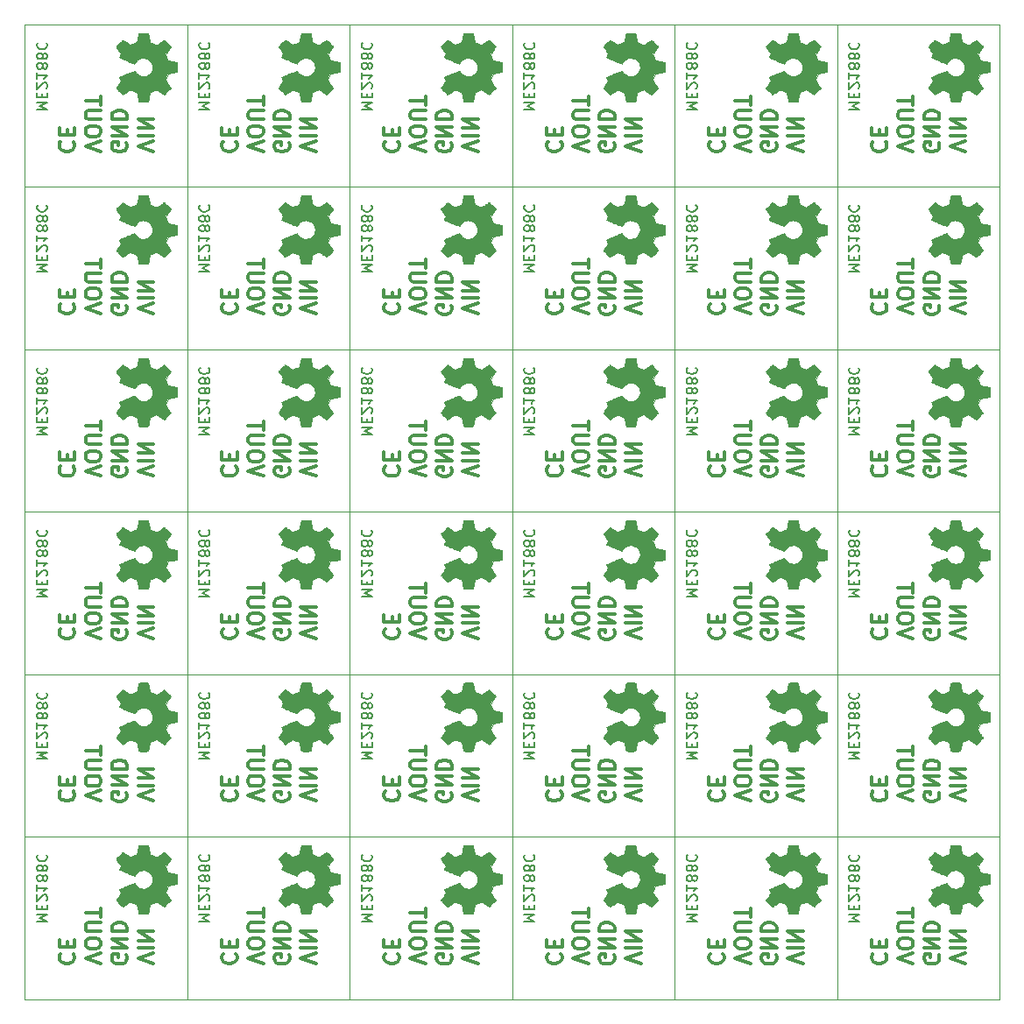
<source format=gbr>
%TF.GenerationSoftware,KiCad,Pcbnew,6.0.11-2627ca5db0~126~ubuntu20.04.1*%
%TF.CreationDate,2023-04-18T12:28:58-05:00*%
%TF.ProjectId,,58585858-5858-4585-9858-585858585858,rev?*%
%TF.SameCoordinates,Original*%
%TF.FileFunction,Legend,Bot*%
%TF.FilePolarity,Positive*%
%FSLAX46Y46*%
G04 Gerber Fmt 4.6, Leading zero omitted, Abs format (unit mm)*
G04 Created by KiCad (PCBNEW 6.0.11-2627ca5db0~126~ubuntu20.04.1) date 2023-04-18 12:28:58*
%MOMM*%
%LPD*%
G01*
G04 APERTURE LIST*
%TA.AperFunction,Profile*%
%ADD10C,0.100000*%
%TD*%
%ADD11C,0.150000*%
%ADD12C,0.300000*%
%ADD13C,0.010000*%
G04 APERTURE END LIST*
D10*
X178020000Y-126760000D02*
X178020000Y-142460000D01*
D11*
X163467619Y-134950476D02*
X164467619Y-134950476D01*
X163753333Y-134617142D01*
X164467619Y-134283809D01*
X163467619Y-134283809D01*
X163991428Y-133807619D02*
X163991428Y-133474285D01*
X163467619Y-133331428D02*
X163467619Y-133807619D01*
X164467619Y-133807619D01*
X164467619Y-133331428D01*
X164372380Y-132950476D02*
X164420000Y-132902857D01*
X164467619Y-132807619D01*
X164467619Y-132569523D01*
X164420000Y-132474285D01*
X164372380Y-132426666D01*
X164277142Y-132379047D01*
X164181904Y-132379047D01*
X164039047Y-132426666D01*
X163467619Y-132998095D01*
X163467619Y-132379047D01*
X163467619Y-131426666D02*
X163467619Y-131998095D01*
X163467619Y-131712380D02*
X164467619Y-131712380D01*
X164324761Y-131807619D01*
X164229523Y-131902857D01*
X164181904Y-131998095D01*
X164039047Y-130855238D02*
X164086666Y-130950476D01*
X164134285Y-130998095D01*
X164229523Y-131045714D01*
X164277142Y-131045714D01*
X164372380Y-130998095D01*
X164420000Y-130950476D01*
X164467619Y-130855238D01*
X164467619Y-130664761D01*
X164420000Y-130569523D01*
X164372380Y-130521904D01*
X164277142Y-130474285D01*
X164229523Y-130474285D01*
X164134285Y-130521904D01*
X164086666Y-130569523D01*
X164039047Y-130664761D01*
X164039047Y-130855238D01*
X163991428Y-130950476D01*
X163943809Y-130998095D01*
X163848571Y-131045714D01*
X163658095Y-131045714D01*
X163562857Y-130998095D01*
X163515238Y-130950476D01*
X163467619Y-130855238D01*
X163467619Y-130664761D01*
X163515238Y-130569523D01*
X163562857Y-130521904D01*
X163658095Y-130474285D01*
X163848571Y-130474285D01*
X163943809Y-130521904D01*
X163991428Y-130569523D01*
X164039047Y-130664761D01*
X164039047Y-129902857D02*
X164086666Y-129998095D01*
X164134285Y-130045714D01*
X164229523Y-130093333D01*
X164277142Y-130093333D01*
X164372380Y-130045714D01*
X164420000Y-129998095D01*
X164467619Y-129902857D01*
X164467619Y-129712380D01*
X164420000Y-129617142D01*
X164372380Y-129569523D01*
X164277142Y-129521904D01*
X164229523Y-129521904D01*
X164134285Y-129569523D01*
X164086666Y-129617142D01*
X164039047Y-129712380D01*
X164039047Y-129902857D01*
X163991428Y-129998095D01*
X163943809Y-130045714D01*
X163848571Y-130093333D01*
X163658095Y-130093333D01*
X163562857Y-130045714D01*
X163515238Y-129998095D01*
X163467619Y-129902857D01*
X163467619Y-129712380D01*
X163515238Y-129617142D01*
X163562857Y-129569523D01*
X163658095Y-129521904D01*
X163848571Y-129521904D01*
X163943809Y-129569523D01*
X163991428Y-129617142D01*
X164039047Y-129712380D01*
X163562857Y-128521904D02*
X163515238Y-128569523D01*
X163467619Y-128712380D01*
X163467619Y-128807619D01*
X163515238Y-128950476D01*
X163610476Y-129045714D01*
X163705714Y-129093333D01*
X163896190Y-129140952D01*
X164039047Y-129140952D01*
X164229523Y-129093333D01*
X164324761Y-129045714D01*
X164420000Y-128950476D01*
X164467619Y-128807619D01*
X164467619Y-128712380D01*
X164420000Y-128569523D01*
X164372380Y-128521904D01*
D12*
X174748428Y-139002857D02*
X173248428Y-138502857D01*
X174748428Y-138002857D01*
X173248428Y-137502857D02*
X174748428Y-137502857D01*
X173248428Y-136788571D02*
X174748428Y-136788571D01*
X173248428Y-135931428D01*
X174748428Y-135931428D01*
X172137000Y-138202857D02*
X172208428Y-138345714D01*
X172208428Y-138560000D01*
X172137000Y-138774285D01*
X171994142Y-138917142D01*
X171851285Y-138988571D01*
X171565571Y-139060000D01*
X171351285Y-139060000D01*
X171065571Y-138988571D01*
X170922714Y-138917142D01*
X170779857Y-138774285D01*
X170708428Y-138560000D01*
X170708428Y-138417142D01*
X170779857Y-138202857D01*
X170851285Y-138131428D01*
X171351285Y-138131428D01*
X171351285Y-138417142D01*
X170708428Y-137488571D02*
X172208428Y-137488571D01*
X170708428Y-136631428D01*
X172208428Y-136631428D01*
X170708428Y-135917142D02*
X172208428Y-135917142D01*
X172208428Y-135560000D01*
X172137000Y-135345714D01*
X171994142Y-135202857D01*
X171851285Y-135131428D01*
X171565571Y-135060000D01*
X171351285Y-135060000D01*
X171065571Y-135131428D01*
X170922714Y-135202857D01*
X170779857Y-135345714D01*
X170708428Y-135560000D01*
X170708428Y-135917142D01*
D10*
X162320000Y-126760000D02*
X162320000Y-142460000D01*
D12*
X165771285Y-138074285D02*
X165699857Y-138145714D01*
X165628428Y-138360000D01*
X165628428Y-138502857D01*
X165699857Y-138717142D01*
X165842714Y-138860000D01*
X165985571Y-138931428D01*
X166271285Y-139002857D01*
X166485571Y-139002857D01*
X166771285Y-138931428D01*
X166914142Y-138860000D01*
X167057000Y-138717142D01*
X167128428Y-138502857D01*
X167128428Y-138360000D01*
X167057000Y-138145714D01*
X166985571Y-138074285D01*
X166414142Y-137431428D02*
X166414142Y-136931428D01*
X165628428Y-136717142D02*
X165628428Y-137431428D01*
X167128428Y-137431428D01*
X167128428Y-136717142D01*
X169668428Y-139002857D02*
X168168428Y-138502857D01*
X169668428Y-138002857D01*
X169668428Y-137217142D02*
X169668428Y-136931428D01*
X169597000Y-136788571D01*
X169454142Y-136645714D01*
X169168428Y-136574285D01*
X168668428Y-136574285D01*
X168382714Y-136645714D01*
X168239857Y-136788571D01*
X168168428Y-136931428D01*
X168168428Y-137217142D01*
X168239857Y-137360000D01*
X168382714Y-137502857D01*
X168668428Y-137574285D01*
X169168428Y-137574285D01*
X169454142Y-137502857D01*
X169597000Y-137360000D01*
X169668428Y-137217142D01*
X169668428Y-135931428D02*
X168454142Y-135931428D01*
X168311285Y-135860000D01*
X168239857Y-135788571D01*
X168168428Y-135645714D01*
X168168428Y-135360000D01*
X168239857Y-135217142D01*
X168311285Y-135145714D01*
X168454142Y-135074285D01*
X169668428Y-135074285D01*
X169668428Y-134574285D02*
X169668428Y-133717142D01*
X168168428Y-134145714D02*
X169668428Y-134145714D01*
D10*
X162320000Y-142460000D02*
X178020000Y-142460000D01*
X162320000Y-126760000D02*
X178020000Y-126760000D01*
X162320000Y-126760000D02*
X162320000Y-142460000D01*
D11*
X147767619Y-134950476D02*
X148767619Y-134950476D01*
X148053333Y-134617142D01*
X148767619Y-134283809D01*
X147767619Y-134283809D01*
X148291428Y-133807619D02*
X148291428Y-133474285D01*
X147767619Y-133331428D02*
X147767619Y-133807619D01*
X148767619Y-133807619D01*
X148767619Y-133331428D01*
X148672380Y-132950476D02*
X148720000Y-132902857D01*
X148767619Y-132807619D01*
X148767619Y-132569523D01*
X148720000Y-132474285D01*
X148672380Y-132426666D01*
X148577142Y-132379047D01*
X148481904Y-132379047D01*
X148339047Y-132426666D01*
X147767619Y-132998095D01*
X147767619Y-132379047D01*
X147767619Y-131426666D02*
X147767619Y-131998095D01*
X147767619Y-131712380D02*
X148767619Y-131712380D01*
X148624761Y-131807619D01*
X148529523Y-131902857D01*
X148481904Y-131998095D01*
X148339047Y-130855238D02*
X148386666Y-130950476D01*
X148434285Y-130998095D01*
X148529523Y-131045714D01*
X148577142Y-131045714D01*
X148672380Y-130998095D01*
X148720000Y-130950476D01*
X148767619Y-130855238D01*
X148767619Y-130664761D01*
X148720000Y-130569523D01*
X148672380Y-130521904D01*
X148577142Y-130474285D01*
X148529523Y-130474285D01*
X148434285Y-130521904D01*
X148386666Y-130569523D01*
X148339047Y-130664761D01*
X148339047Y-130855238D01*
X148291428Y-130950476D01*
X148243809Y-130998095D01*
X148148571Y-131045714D01*
X147958095Y-131045714D01*
X147862857Y-130998095D01*
X147815238Y-130950476D01*
X147767619Y-130855238D01*
X147767619Y-130664761D01*
X147815238Y-130569523D01*
X147862857Y-130521904D01*
X147958095Y-130474285D01*
X148148571Y-130474285D01*
X148243809Y-130521904D01*
X148291428Y-130569523D01*
X148339047Y-130664761D01*
X148339047Y-129902857D02*
X148386666Y-129998095D01*
X148434285Y-130045714D01*
X148529523Y-130093333D01*
X148577142Y-130093333D01*
X148672380Y-130045714D01*
X148720000Y-129998095D01*
X148767619Y-129902857D01*
X148767619Y-129712380D01*
X148720000Y-129617142D01*
X148672380Y-129569523D01*
X148577142Y-129521904D01*
X148529523Y-129521904D01*
X148434285Y-129569523D01*
X148386666Y-129617142D01*
X148339047Y-129712380D01*
X148339047Y-129902857D01*
X148291428Y-129998095D01*
X148243809Y-130045714D01*
X148148571Y-130093333D01*
X147958095Y-130093333D01*
X147862857Y-130045714D01*
X147815238Y-129998095D01*
X147767619Y-129902857D01*
X147767619Y-129712380D01*
X147815238Y-129617142D01*
X147862857Y-129569523D01*
X147958095Y-129521904D01*
X148148571Y-129521904D01*
X148243809Y-129569523D01*
X148291428Y-129617142D01*
X148339047Y-129712380D01*
X147862857Y-128521904D02*
X147815238Y-128569523D01*
X147767619Y-128712380D01*
X147767619Y-128807619D01*
X147815238Y-128950476D01*
X147910476Y-129045714D01*
X148005714Y-129093333D01*
X148196190Y-129140952D01*
X148339047Y-129140952D01*
X148529523Y-129093333D01*
X148624761Y-129045714D01*
X148720000Y-128950476D01*
X148767619Y-128807619D01*
X148767619Y-128712380D01*
X148720000Y-128569523D01*
X148672380Y-128521904D01*
D12*
X159048428Y-139002857D02*
X157548428Y-138502857D01*
X159048428Y-138002857D01*
X157548428Y-137502857D02*
X159048428Y-137502857D01*
X157548428Y-136788571D02*
X159048428Y-136788571D01*
X157548428Y-135931428D01*
X159048428Y-135931428D01*
X156437000Y-138202857D02*
X156508428Y-138345714D01*
X156508428Y-138560000D01*
X156437000Y-138774285D01*
X156294142Y-138917142D01*
X156151285Y-138988571D01*
X155865571Y-139060000D01*
X155651285Y-139060000D01*
X155365571Y-138988571D01*
X155222714Y-138917142D01*
X155079857Y-138774285D01*
X155008428Y-138560000D01*
X155008428Y-138417142D01*
X155079857Y-138202857D01*
X155151285Y-138131428D01*
X155651285Y-138131428D01*
X155651285Y-138417142D01*
X155008428Y-137488571D02*
X156508428Y-137488571D01*
X155008428Y-136631428D01*
X156508428Y-136631428D01*
X155008428Y-135917142D02*
X156508428Y-135917142D01*
X156508428Y-135560000D01*
X156437000Y-135345714D01*
X156294142Y-135202857D01*
X156151285Y-135131428D01*
X155865571Y-135060000D01*
X155651285Y-135060000D01*
X155365571Y-135131428D01*
X155222714Y-135202857D01*
X155079857Y-135345714D01*
X155008428Y-135560000D01*
X155008428Y-135917142D01*
D10*
X146620000Y-126760000D02*
X146620000Y-142460000D01*
D12*
X150071285Y-138074285D02*
X149999857Y-138145714D01*
X149928428Y-138360000D01*
X149928428Y-138502857D01*
X149999857Y-138717142D01*
X150142714Y-138860000D01*
X150285571Y-138931428D01*
X150571285Y-139002857D01*
X150785571Y-139002857D01*
X151071285Y-138931428D01*
X151214142Y-138860000D01*
X151357000Y-138717142D01*
X151428428Y-138502857D01*
X151428428Y-138360000D01*
X151357000Y-138145714D01*
X151285571Y-138074285D01*
X150714142Y-137431428D02*
X150714142Y-136931428D01*
X149928428Y-136717142D02*
X149928428Y-137431428D01*
X151428428Y-137431428D01*
X151428428Y-136717142D01*
X153968428Y-139002857D02*
X152468428Y-138502857D01*
X153968428Y-138002857D01*
X153968428Y-137217142D02*
X153968428Y-136931428D01*
X153897000Y-136788571D01*
X153754142Y-136645714D01*
X153468428Y-136574285D01*
X152968428Y-136574285D01*
X152682714Y-136645714D01*
X152539857Y-136788571D01*
X152468428Y-136931428D01*
X152468428Y-137217142D01*
X152539857Y-137360000D01*
X152682714Y-137502857D01*
X152968428Y-137574285D01*
X153468428Y-137574285D01*
X153754142Y-137502857D01*
X153897000Y-137360000D01*
X153968428Y-137217142D01*
X153968428Y-135931428D02*
X152754142Y-135931428D01*
X152611285Y-135860000D01*
X152539857Y-135788571D01*
X152468428Y-135645714D01*
X152468428Y-135360000D01*
X152539857Y-135217142D01*
X152611285Y-135145714D01*
X152754142Y-135074285D01*
X153968428Y-135074285D01*
X153968428Y-134574285D02*
X153968428Y-133717142D01*
X152468428Y-134145714D02*
X153968428Y-134145714D01*
D10*
X146620000Y-142460000D02*
X162320000Y-142460000D01*
X146620000Y-126760000D02*
X162320000Y-126760000D01*
X146620000Y-126760000D02*
X146620000Y-142460000D01*
D11*
X132067619Y-134950476D02*
X133067619Y-134950476D01*
X132353333Y-134617142D01*
X133067619Y-134283809D01*
X132067619Y-134283809D01*
X132591428Y-133807619D02*
X132591428Y-133474285D01*
X132067619Y-133331428D02*
X132067619Y-133807619D01*
X133067619Y-133807619D01*
X133067619Y-133331428D01*
X132972380Y-132950476D02*
X133020000Y-132902857D01*
X133067619Y-132807619D01*
X133067619Y-132569523D01*
X133020000Y-132474285D01*
X132972380Y-132426666D01*
X132877142Y-132379047D01*
X132781904Y-132379047D01*
X132639047Y-132426666D01*
X132067619Y-132998095D01*
X132067619Y-132379047D01*
X132067619Y-131426666D02*
X132067619Y-131998095D01*
X132067619Y-131712380D02*
X133067619Y-131712380D01*
X132924761Y-131807619D01*
X132829523Y-131902857D01*
X132781904Y-131998095D01*
X132639047Y-130855238D02*
X132686666Y-130950476D01*
X132734285Y-130998095D01*
X132829523Y-131045714D01*
X132877142Y-131045714D01*
X132972380Y-130998095D01*
X133020000Y-130950476D01*
X133067619Y-130855238D01*
X133067619Y-130664761D01*
X133020000Y-130569523D01*
X132972380Y-130521904D01*
X132877142Y-130474285D01*
X132829523Y-130474285D01*
X132734285Y-130521904D01*
X132686666Y-130569523D01*
X132639047Y-130664761D01*
X132639047Y-130855238D01*
X132591428Y-130950476D01*
X132543809Y-130998095D01*
X132448571Y-131045714D01*
X132258095Y-131045714D01*
X132162857Y-130998095D01*
X132115238Y-130950476D01*
X132067619Y-130855238D01*
X132067619Y-130664761D01*
X132115238Y-130569523D01*
X132162857Y-130521904D01*
X132258095Y-130474285D01*
X132448571Y-130474285D01*
X132543809Y-130521904D01*
X132591428Y-130569523D01*
X132639047Y-130664761D01*
X132639047Y-129902857D02*
X132686666Y-129998095D01*
X132734285Y-130045714D01*
X132829523Y-130093333D01*
X132877142Y-130093333D01*
X132972380Y-130045714D01*
X133020000Y-129998095D01*
X133067619Y-129902857D01*
X133067619Y-129712380D01*
X133020000Y-129617142D01*
X132972380Y-129569523D01*
X132877142Y-129521904D01*
X132829523Y-129521904D01*
X132734285Y-129569523D01*
X132686666Y-129617142D01*
X132639047Y-129712380D01*
X132639047Y-129902857D01*
X132591428Y-129998095D01*
X132543809Y-130045714D01*
X132448571Y-130093333D01*
X132258095Y-130093333D01*
X132162857Y-130045714D01*
X132115238Y-129998095D01*
X132067619Y-129902857D01*
X132067619Y-129712380D01*
X132115238Y-129617142D01*
X132162857Y-129569523D01*
X132258095Y-129521904D01*
X132448571Y-129521904D01*
X132543809Y-129569523D01*
X132591428Y-129617142D01*
X132639047Y-129712380D01*
X132162857Y-128521904D02*
X132115238Y-128569523D01*
X132067619Y-128712380D01*
X132067619Y-128807619D01*
X132115238Y-128950476D01*
X132210476Y-129045714D01*
X132305714Y-129093333D01*
X132496190Y-129140952D01*
X132639047Y-129140952D01*
X132829523Y-129093333D01*
X132924761Y-129045714D01*
X133020000Y-128950476D01*
X133067619Y-128807619D01*
X133067619Y-128712380D01*
X133020000Y-128569523D01*
X132972380Y-128521904D01*
D12*
X143348428Y-139002857D02*
X141848428Y-138502857D01*
X143348428Y-138002857D01*
X141848428Y-137502857D02*
X143348428Y-137502857D01*
X141848428Y-136788571D02*
X143348428Y-136788571D01*
X141848428Y-135931428D01*
X143348428Y-135931428D01*
X140737000Y-138202857D02*
X140808428Y-138345714D01*
X140808428Y-138560000D01*
X140737000Y-138774285D01*
X140594142Y-138917142D01*
X140451285Y-138988571D01*
X140165571Y-139060000D01*
X139951285Y-139060000D01*
X139665571Y-138988571D01*
X139522714Y-138917142D01*
X139379857Y-138774285D01*
X139308428Y-138560000D01*
X139308428Y-138417142D01*
X139379857Y-138202857D01*
X139451285Y-138131428D01*
X139951285Y-138131428D01*
X139951285Y-138417142D01*
X139308428Y-137488571D02*
X140808428Y-137488571D01*
X139308428Y-136631428D01*
X140808428Y-136631428D01*
X139308428Y-135917142D02*
X140808428Y-135917142D01*
X140808428Y-135560000D01*
X140737000Y-135345714D01*
X140594142Y-135202857D01*
X140451285Y-135131428D01*
X140165571Y-135060000D01*
X139951285Y-135060000D01*
X139665571Y-135131428D01*
X139522714Y-135202857D01*
X139379857Y-135345714D01*
X139308428Y-135560000D01*
X139308428Y-135917142D01*
D10*
X130920000Y-126760000D02*
X130920000Y-142460000D01*
D12*
X134371285Y-138074285D02*
X134299857Y-138145714D01*
X134228428Y-138360000D01*
X134228428Y-138502857D01*
X134299857Y-138717142D01*
X134442714Y-138860000D01*
X134585571Y-138931428D01*
X134871285Y-139002857D01*
X135085571Y-139002857D01*
X135371285Y-138931428D01*
X135514142Y-138860000D01*
X135657000Y-138717142D01*
X135728428Y-138502857D01*
X135728428Y-138360000D01*
X135657000Y-138145714D01*
X135585571Y-138074285D01*
X135014142Y-137431428D02*
X135014142Y-136931428D01*
X134228428Y-136717142D02*
X134228428Y-137431428D01*
X135728428Y-137431428D01*
X135728428Y-136717142D01*
X138268428Y-139002857D02*
X136768428Y-138502857D01*
X138268428Y-138002857D01*
X138268428Y-137217142D02*
X138268428Y-136931428D01*
X138197000Y-136788571D01*
X138054142Y-136645714D01*
X137768428Y-136574285D01*
X137268428Y-136574285D01*
X136982714Y-136645714D01*
X136839857Y-136788571D01*
X136768428Y-136931428D01*
X136768428Y-137217142D01*
X136839857Y-137360000D01*
X136982714Y-137502857D01*
X137268428Y-137574285D01*
X137768428Y-137574285D01*
X138054142Y-137502857D01*
X138197000Y-137360000D01*
X138268428Y-137217142D01*
X138268428Y-135931428D02*
X137054142Y-135931428D01*
X136911285Y-135860000D01*
X136839857Y-135788571D01*
X136768428Y-135645714D01*
X136768428Y-135360000D01*
X136839857Y-135217142D01*
X136911285Y-135145714D01*
X137054142Y-135074285D01*
X138268428Y-135074285D01*
X138268428Y-134574285D02*
X138268428Y-133717142D01*
X136768428Y-134145714D02*
X138268428Y-134145714D01*
D10*
X130920000Y-142460000D02*
X146620000Y-142460000D01*
X130920000Y-126760000D02*
X146620000Y-126760000D01*
X130920000Y-126760000D02*
X130920000Y-142460000D01*
D11*
X116367619Y-134950476D02*
X117367619Y-134950476D01*
X116653333Y-134617142D01*
X117367619Y-134283809D01*
X116367619Y-134283809D01*
X116891428Y-133807619D02*
X116891428Y-133474285D01*
X116367619Y-133331428D02*
X116367619Y-133807619D01*
X117367619Y-133807619D01*
X117367619Y-133331428D01*
X117272380Y-132950476D02*
X117320000Y-132902857D01*
X117367619Y-132807619D01*
X117367619Y-132569523D01*
X117320000Y-132474285D01*
X117272380Y-132426666D01*
X117177142Y-132379047D01*
X117081904Y-132379047D01*
X116939047Y-132426666D01*
X116367619Y-132998095D01*
X116367619Y-132379047D01*
X116367619Y-131426666D02*
X116367619Y-131998095D01*
X116367619Y-131712380D02*
X117367619Y-131712380D01*
X117224761Y-131807619D01*
X117129523Y-131902857D01*
X117081904Y-131998095D01*
X116939047Y-130855238D02*
X116986666Y-130950476D01*
X117034285Y-130998095D01*
X117129523Y-131045714D01*
X117177142Y-131045714D01*
X117272380Y-130998095D01*
X117320000Y-130950476D01*
X117367619Y-130855238D01*
X117367619Y-130664761D01*
X117320000Y-130569523D01*
X117272380Y-130521904D01*
X117177142Y-130474285D01*
X117129523Y-130474285D01*
X117034285Y-130521904D01*
X116986666Y-130569523D01*
X116939047Y-130664761D01*
X116939047Y-130855238D01*
X116891428Y-130950476D01*
X116843809Y-130998095D01*
X116748571Y-131045714D01*
X116558095Y-131045714D01*
X116462857Y-130998095D01*
X116415238Y-130950476D01*
X116367619Y-130855238D01*
X116367619Y-130664761D01*
X116415238Y-130569523D01*
X116462857Y-130521904D01*
X116558095Y-130474285D01*
X116748571Y-130474285D01*
X116843809Y-130521904D01*
X116891428Y-130569523D01*
X116939047Y-130664761D01*
X116939047Y-129902857D02*
X116986666Y-129998095D01*
X117034285Y-130045714D01*
X117129523Y-130093333D01*
X117177142Y-130093333D01*
X117272380Y-130045714D01*
X117320000Y-129998095D01*
X117367619Y-129902857D01*
X117367619Y-129712380D01*
X117320000Y-129617142D01*
X117272380Y-129569523D01*
X117177142Y-129521904D01*
X117129523Y-129521904D01*
X117034285Y-129569523D01*
X116986666Y-129617142D01*
X116939047Y-129712380D01*
X116939047Y-129902857D01*
X116891428Y-129998095D01*
X116843809Y-130045714D01*
X116748571Y-130093333D01*
X116558095Y-130093333D01*
X116462857Y-130045714D01*
X116415238Y-129998095D01*
X116367619Y-129902857D01*
X116367619Y-129712380D01*
X116415238Y-129617142D01*
X116462857Y-129569523D01*
X116558095Y-129521904D01*
X116748571Y-129521904D01*
X116843809Y-129569523D01*
X116891428Y-129617142D01*
X116939047Y-129712380D01*
X116462857Y-128521904D02*
X116415238Y-128569523D01*
X116367619Y-128712380D01*
X116367619Y-128807619D01*
X116415238Y-128950476D01*
X116510476Y-129045714D01*
X116605714Y-129093333D01*
X116796190Y-129140952D01*
X116939047Y-129140952D01*
X117129523Y-129093333D01*
X117224761Y-129045714D01*
X117320000Y-128950476D01*
X117367619Y-128807619D01*
X117367619Y-128712380D01*
X117320000Y-128569523D01*
X117272380Y-128521904D01*
D12*
X127648428Y-139002857D02*
X126148428Y-138502857D01*
X127648428Y-138002857D01*
X126148428Y-137502857D02*
X127648428Y-137502857D01*
X126148428Y-136788571D02*
X127648428Y-136788571D01*
X126148428Y-135931428D01*
X127648428Y-135931428D01*
X125037000Y-138202857D02*
X125108428Y-138345714D01*
X125108428Y-138560000D01*
X125037000Y-138774285D01*
X124894142Y-138917142D01*
X124751285Y-138988571D01*
X124465571Y-139060000D01*
X124251285Y-139060000D01*
X123965571Y-138988571D01*
X123822714Y-138917142D01*
X123679857Y-138774285D01*
X123608428Y-138560000D01*
X123608428Y-138417142D01*
X123679857Y-138202857D01*
X123751285Y-138131428D01*
X124251285Y-138131428D01*
X124251285Y-138417142D01*
X123608428Y-137488571D02*
X125108428Y-137488571D01*
X123608428Y-136631428D01*
X125108428Y-136631428D01*
X123608428Y-135917142D02*
X125108428Y-135917142D01*
X125108428Y-135560000D01*
X125037000Y-135345714D01*
X124894142Y-135202857D01*
X124751285Y-135131428D01*
X124465571Y-135060000D01*
X124251285Y-135060000D01*
X123965571Y-135131428D01*
X123822714Y-135202857D01*
X123679857Y-135345714D01*
X123608428Y-135560000D01*
X123608428Y-135917142D01*
D10*
X115220000Y-126760000D02*
X115220000Y-142460000D01*
D12*
X118671285Y-138074285D02*
X118599857Y-138145714D01*
X118528428Y-138360000D01*
X118528428Y-138502857D01*
X118599857Y-138717142D01*
X118742714Y-138860000D01*
X118885571Y-138931428D01*
X119171285Y-139002857D01*
X119385571Y-139002857D01*
X119671285Y-138931428D01*
X119814142Y-138860000D01*
X119957000Y-138717142D01*
X120028428Y-138502857D01*
X120028428Y-138360000D01*
X119957000Y-138145714D01*
X119885571Y-138074285D01*
X119314142Y-137431428D02*
X119314142Y-136931428D01*
X118528428Y-136717142D02*
X118528428Y-137431428D01*
X120028428Y-137431428D01*
X120028428Y-136717142D01*
X122568428Y-139002857D02*
X121068428Y-138502857D01*
X122568428Y-138002857D01*
X122568428Y-137217142D02*
X122568428Y-136931428D01*
X122497000Y-136788571D01*
X122354142Y-136645714D01*
X122068428Y-136574285D01*
X121568428Y-136574285D01*
X121282714Y-136645714D01*
X121139857Y-136788571D01*
X121068428Y-136931428D01*
X121068428Y-137217142D01*
X121139857Y-137360000D01*
X121282714Y-137502857D01*
X121568428Y-137574285D01*
X122068428Y-137574285D01*
X122354142Y-137502857D01*
X122497000Y-137360000D01*
X122568428Y-137217142D01*
X122568428Y-135931428D02*
X121354142Y-135931428D01*
X121211285Y-135860000D01*
X121139857Y-135788571D01*
X121068428Y-135645714D01*
X121068428Y-135360000D01*
X121139857Y-135217142D01*
X121211285Y-135145714D01*
X121354142Y-135074285D01*
X122568428Y-135074285D01*
X122568428Y-134574285D02*
X122568428Y-133717142D01*
X121068428Y-134145714D02*
X122568428Y-134145714D01*
D10*
X115220000Y-142460000D02*
X130920000Y-142460000D01*
X115220000Y-126760000D02*
X130920000Y-126760000D01*
X115220000Y-126760000D02*
X115220000Y-142460000D01*
D11*
X100667619Y-134950476D02*
X101667619Y-134950476D01*
X100953333Y-134617142D01*
X101667619Y-134283809D01*
X100667619Y-134283809D01*
X101191428Y-133807619D02*
X101191428Y-133474285D01*
X100667619Y-133331428D02*
X100667619Y-133807619D01*
X101667619Y-133807619D01*
X101667619Y-133331428D01*
X101572380Y-132950476D02*
X101620000Y-132902857D01*
X101667619Y-132807619D01*
X101667619Y-132569523D01*
X101620000Y-132474285D01*
X101572380Y-132426666D01*
X101477142Y-132379047D01*
X101381904Y-132379047D01*
X101239047Y-132426666D01*
X100667619Y-132998095D01*
X100667619Y-132379047D01*
X100667619Y-131426666D02*
X100667619Y-131998095D01*
X100667619Y-131712380D02*
X101667619Y-131712380D01*
X101524761Y-131807619D01*
X101429523Y-131902857D01*
X101381904Y-131998095D01*
X101239047Y-130855238D02*
X101286666Y-130950476D01*
X101334285Y-130998095D01*
X101429523Y-131045714D01*
X101477142Y-131045714D01*
X101572380Y-130998095D01*
X101620000Y-130950476D01*
X101667619Y-130855238D01*
X101667619Y-130664761D01*
X101620000Y-130569523D01*
X101572380Y-130521904D01*
X101477142Y-130474285D01*
X101429523Y-130474285D01*
X101334285Y-130521904D01*
X101286666Y-130569523D01*
X101239047Y-130664761D01*
X101239047Y-130855238D01*
X101191428Y-130950476D01*
X101143809Y-130998095D01*
X101048571Y-131045714D01*
X100858095Y-131045714D01*
X100762857Y-130998095D01*
X100715238Y-130950476D01*
X100667619Y-130855238D01*
X100667619Y-130664761D01*
X100715238Y-130569523D01*
X100762857Y-130521904D01*
X100858095Y-130474285D01*
X101048571Y-130474285D01*
X101143809Y-130521904D01*
X101191428Y-130569523D01*
X101239047Y-130664761D01*
X101239047Y-129902857D02*
X101286666Y-129998095D01*
X101334285Y-130045714D01*
X101429523Y-130093333D01*
X101477142Y-130093333D01*
X101572380Y-130045714D01*
X101620000Y-129998095D01*
X101667619Y-129902857D01*
X101667619Y-129712380D01*
X101620000Y-129617142D01*
X101572380Y-129569523D01*
X101477142Y-129521904D01*
X101429523Y-129521904D01*
X101334285Y-129569523D01*
X101286666Y-129617142D01*
X101239047Y-129712380D01*
X101239047Y-129902857D01*
X101191428Y-129998095D01*
X101143809Y-130045714D01*
X101048571Y-130093333D01*
X100858095Y-130093333D01*
X100762857Y-130045714D01*
X100715238Y-129998095D01*
X100667619Y-129902857D01*
X100667619Y-129712380D01*
X100715238Y-129617142D01*
X100762857Y-129569523D01*
X100858095Y-129521904D01*
X101048571Y-129521904D01*
X101143809Y-129569523D01*
X101191428Y-129617142D01*
X101239047Y-129712380D01*
X100762857Y-128521904D02*
X100715238Y-128569523D01*
X100667619Y-128712380D01*
X100667619Y-128807619D01*
X100715238Y-128950476D01*
X100810476Y-129045714D01*
X100905714Y-129093333D01*
X101096190Y-129140952D01*
X101239047Y-129140952D01*
X101429523Y-129093333D01*
X101524761Y-129045714D01*
X101620000Y-128950476D01*
X101667619Y-128807619D01*
X101667619Y-128712380D01*
X101620000Y-128569523D01*
X101572380Y-128521904D01*
D12*
X111948428Y-139002857D02*
X110448428Y-138502857D01*
X111948428Y-138002857D01*
X110448428Y-137502857D02*
X111948428Y-137502857D01*
X110448428Y-136788571D02*
X111948428Y-136788571D01*
X110448428Y-135931428D01*
X111948428Y-135931428D01*
X109337000Y-138202857D02*
X109408428Y-138345714D01*
X109408428Y-138560000D01*
X109337000Y-138774285D01*
X109194142Y-138917142D01*
X109051285Y-138988571D01*
X108765571Y-139060000D01*
X108551285Y-139060000D01*
X108265571Y-138988571D01*
X108122714Y-138917142D01*
X107979857Y-138774285D01*
X107908428Y-138560000D01*
X107908428Y-138417142D01*
X107979857Y-138202857D01*
X108051285Y-138131428D01*
X108551285Y-138131428D01*
X108551285Y-138417142D01*
X107908428Y-137488571D02*
X109408428Y-137488571D01*
X107908428Y-136631428D01*
X109408428Y-136631428D01*
X107908428Y-135917142D02*
X109408428Y-135917142D01*
X109408428Y-135560000D01*
X109337000Y-135345714D01*
X109194142Y-135202857D01*
X109051285Y-135131428D01*
X108765571Y-135060000D01*
X108551285Y-135060000D01*
X108265571Y-135131428D01*
X108122714Y-135202857D01*
X107979857Y-135345714D01*
X107908428Y-135560000D01*
X107908428Y-135917142D01*
D10*
X99520000Y-126760000D02*
X99520000Y-142460000D01*
D12*
X102971285Y-138074285D02*
X102899857Y-138145714D01*
X102828428Y-138360000D01*
X102828428Y-138502857D01*
X102899857Y-138717142D01*
X103042714Y-138860000D01*
X103185571Y-138931428D01*
X103471285Y-139002857D01*
X103685571Y-139002857D01*
X103971285Y-138931428D01*
X104114142Y-138860000D01*
X104257000Y-138717142D01*
X104328428Y-138502857D01*
X104328428Y-138360000D01*
X104257000Y-138145714D01*
X104185571Y-138074285D01*
X103614142Y-137431428D02*
X103614142Y-136931428D01*
X102828428Y-136717142D02*
X102828428Y-137431428D01*
X104328428Y-137431428D01*
X104328428Y-136717142D01*
X106868428Y-139002857D02*
X105368428Y-138502857D01*
X106868428Y-138002857D01*
X106868428Y-137217142D02*
X106868428Y-136931428D01*
X106797000Y-136788571D01*
X106654142Y-136645714D01*
X106368428Y-136574285D01*
X105868428Y-136574285D01*
X105582714Y-136645714D01*
X105439857Y-136788571D01*
X105368428Y-136931428D01*
X105368428Y-137217142D01*
X105439857Y-137360000D01*
X105582714Y-137502857D01*
X105868428Y-137574285D01*
X106368428Y-137574285D01*
X106654142Y-137502857D01*
X106797000Y-137360000D01*
X106868428Y-137217142D01*
X106868428Y-135931428D02*
X105654142Y-135931428D01*
X105511285Y-135860000D01*
X105439857Y-135788571D01*
X105368428Y-135645714D01*
X105368428Y-135360000D01*
X105439857Y-135217142D01*
X105511285Y-135145714D01*
X105654142Y-135074285D01*
X106868428Y-135074285D01*
X106868428Y-134574285D02*
X106868428Y-133717142D01*
X105368428Y-134145714D02*
X106868428Y-134145714D01*
D10*
X99520000Y-142460000D02*
X115220000Y-142460000D01*
X99520000Y-126760000D02*
X115220000Y-126760000D01*
X99520000Y-126760000D02*
X99520000Y-142460000D01*
D11*
X84967619Y-134950476D02*
X85967619Y-134950476D01*
X85253333Y-134617142D01*
X85967619Y-134283809D01*
X84967619Y-134283809D01*
X85491428Y-133807619D02*
X85491428Y-133474285D01*
X84967619Y-133331428D02*
X84967619Y-133807619D01*
X85967619Y-133807619D01*
X85967619Y-133331428D01*
X85872380Y-132950476D02*
X85920000Y-132902857D01*
X85967619Y-132807619D01*
X85967619Y-132569523D01*
X85920000Y-132474285D01*
X85872380Y-132426666D01*
X85777142Y-132379047D01*
X85681904Y-132379047D01*
X85539047Y-132426666D01*
X84967619Y-132998095D01*
X84967619Y-132379047D01*
X84967619Y-131426666D02*
X84967619Y-131998095D01*
X84967619Y-131712380D02*
X85967619Y-131712380D01*
X85824761Y-131807619D01*
X85729523Y-131902857D01*
X85681904Y-131998095D01*
X85539047Y-130855238D02*
X85586666Y-130950476D01*
X85634285Y-130998095D01*
X85729523Y-131045714D01*
X85777142Y-131045714D01*
X85872380Y-130998095D01*
X85920000Y-130950476D01*
X85967619Y-130855238D01*
X85967619Y-130664761D01*
X85920000Y-130569523D01*
X85872380Y-130521904D01*
X85777142Y-130474285D01*
X85729523Y-130474285D01*
X85634285Y-130521904D01*
X85586666Y-130569523D01*
X85539047Y-130664761D01*
X85539047Y-130855238D01*
X85491428Y-130950476D01*
X85443809Y-130998095D01*
X85348571Y-131045714D01*
X85158095Y-131045714D01*
X85062857Y-130998095D01*
X85015238Y-130950476D01*
X84967619Y-130855238D01*
X84967619Y-130664761D01*
X85015238Y-130569523D01*
X85062857Y-130521904D01*
X85158095Y-130474285D01*
X85348571Y-130474285D01*
X85443809Y-130521904D01*
X85491428Y-130569523D01*
X85539047Y-130664761D01*
X85539047Y-129902857D02*
X85586666Y-129998095D01*
X85634285Y-130045714D01*
X85729523Y-130093333D01*
X85777142Y-130093333D01*
X85872380Y-130045714D01*
X85920000Y-129998095D01*
X85967619Y-129902857D01*
X85967619Y-129712380D01*
X85920000Y-129617142D01*
X85872380Y-129569523D01*
X85777142Y-129521904D01*
X85729523Y-129521904D01*
X85634285Y-129569523D01*
X85586666Y-129617142D01*
X85539047Y-129712380D01*
X85539047Y-129902857D01*
X85491428Y-129998095D01*
X85443809Y-130045714D01*
X85348571Y-130093333D01*
X85158095Y-130093333D01*
X85062857Y-130045714D01*
X85015238Y-129998095D01*
X84967619Y-129902857D01*
X84967619Y-129712380D01*
X85015238Y-129617142D01*
X85062857Y-129569523D01*
X85158095Y-129521904D01*
X85348571Y-129521904D01*
X85443809Y-129569523D01*
X85491428Y-129617142D01*
X85539047Y-129712380D01*
X85062857Y-128521904D02*
X85015238Y-128569523D01*
X84967619Y-128712380D01*
X84967619Y-128807619D01*
X85015238Y-128950476D01*
X85110476Y-129045714D01*
X85205714Y-129093333D01*
X85396190Y-129140952D01*
X85539047Y-129140952D01*
X85729523Y-129093333D01*
X85824761Y-129045714D01*
X85920000Y-128950476D01*
X85967619Y-128807619D01*
X85967619Y-128712380D01*
X85920000Y-128569523D01*
X85872380Y-128521904D01*
D12*
X96248428Y-139002857D02*
X94748428Y-138502857D01*
X96248428Y-138002857D01*
X94748428Y-137502857D02*
X96248428Y-137502857D01*
X94748428Y-136788571D02*
X96248428Y-136788571D01*
X94748428Y-135931428D01*
X96248428Y-135931428D01*
X93637000Y-138202857D02*
X93708428Y-138345714D01*
X93708428Y-138560000D01*
X93637000Y-138774285D01*
X93494142Y-138917142D01*
X93351285Y-138988571D01*
X93065571Y-139060000D01*
X92851285Y-139060000D01*
X92565571Y-138988571D01*
X92422714Y-138917142D01*
X92279857Y-138774285D01*
X92208428Y-138560000D01*
X92208428Y-138417142D01*
X92279857Y-138202857D01*
X92351285Y-138131428D01*
X92851285Y-138131428D01*
X92851285Y-138417142D01*
X92208428Y-137488571D02*
X93708428Y-137488571D01*
X92208428Y-136631428D01*
X93708428Y-136631428D01*
X92208428Y-135917142D02*
X93708428Y-135917142D01*
X93708428Y-135560000D01*
X93637000Y-135345714D01*
X93494142Y-135202857D01*
X93351285Y-135131428D01*
X93065571Y-135060000D01*
X92851285Y-135060000D01*
X92565571Y-135131428D01*
X92422714Y-135202857D01*
X92279857Y-135345714D01*
X92208428Y-135560000D01*
X92208428Y-135917142D01*
D10*
X83820000Y-126760000D02*
X83820000Y-142460000D01*
D12*
X87271285Y-138074285D02*
X87199857Y-138145714D01*
X87128428Y-138360000D01*
X87128428Y-138502857D01*
X87199857Y-138717142D01*
X87342714Y-138860000D01*
X87485571Y-138931428D01*
X87771285Y-139002857D01*
X87985571Y-139002857D01*
X88271285Y-138931428D01*
X88414142Y-138860000D01*
X88557000Y-138717142D01*
X88628428Y-138502857D01*
X88628428Y-138360000D01*
X88557000Y-138145714D01*
X88485571Y-138074285D01*
X87914142Y-137431428D02*
X87914142Y-136931428D01*
X87128428Y-136717142D02*
X87128428Y-137431428D01*
X88628428Y-137431428D01*
X88628428Y-136717142D01*
X91168428Y-139002857D02*
X89668428Y-138502857D01*
X91168428Y-138002857D01*
X91168428Y-137217142D02*
X91168428Y-136931428D01*
X91097000Y-136788571D01*
X90954142Y-136645714D01*
X90668428Y-136574285D01*
X90168428Y-136574285D01*
X89882714Y-136645714D01*
X89739857Y-136788571D01*
X89668428Y-136931428D01*
X89668428Y-137217142D01*
X89739857Y-137360000D01*
X89882714Y-137502857D01*
X90168428Y-137574285D01*
X90668428Y-137574285D01*
X90954142Y-137502857D01*
X91097000Y-137360000D01*
X91168428Y-137217142D01*
X91168428Y-135931428D02*
X89954142Y-135931428D01*
X89811285Y-135860000D01*
X89739857Y-135788571D01*
X89668428Y-135645714D01*
X89668428Y-135360000D01*
X89739857Y-135217142D01*
X89811285Y-135145714D01*
X89954142Y-135074285D01*
X91168428Y-135074285D01*
X91168428Y-134574285D02*
X91168428Y-133717142D01*
X89668428Y-134145714D02*
X91168428Y-134145714D01*
D10*
X83820000Y-142460000D02*
X99520000Y-142460000D01*
X83820000Y-126760000D02*
X99520000Y-126760000D01*
X178020000Y-111060000D02*
X178020000Y-126760000D01*
D11*
X163467619Y-119250476D02*
X164467619Y-119250476D01*
X163753333Y-118917142D01*
X164467619Y-118583809D01*
X163467619Y-118583809D01*
X163991428Y-118107619D02*
X163991428Y-117774285D01*
X163467619Y-117631428D02*
X163467619Y-118107619D01*
X164467619Y-118107619D01*
X164467619Y-117631428D01*
X164372380Y-117250476D02*
X164420000Y-117202857D01*
X164467619Y-117107619D01*
X164467619Y-116869523D01*
X164420000Y-116774285D01*
X164372380Y-116726666D01*
X164277142Y-116679047D01*
X164181904Y-116679047D01*
X164039047Y-116726666D01*
X163467619Y-117298095D01*
X163467619Y-116679047D01*
X163467619Y-115726666D02*
X163467619Y-116298095D01*
X163467619Y-116012380D02*
X164467619Y-116012380D01*
X164324761Y-116107619D01*
X164229523Y-116202857D01*
X164181904Y-116298095D01*
X164039047Y-115155238D02*
X164086666Y-115250476D01*
X164134285Y-115298095D01*
X164229523Y-115345714D01*
X164277142Y-115345714D01*
X164372380Y-115298095D01*
X164420000Y-115250476D01*
X164467619Y-115155238D01*
X164467619Y-114964761D01*
X164420000Y-114869523D01*
X164372380Y-114821904D01*
X164277142Y-114774285D01*
X164229523Y-114774285D01*
X164134285Y-114821904D01*
X164086666Y-114869523D01*
X164039047Y-114964761D01*
X164039047Y-115155238D01*
X163991428Y-115250476D01*
X163943809Y-115298095D01*
X163848571Y-115345714D01*
X163658095Y-115345714D01*
X163562857Y-115298095D01*
X163515238Y-115250476D01*
X163467619Y-115155238D01*
X163467619Y-114964761D01*
X163515238Y-114869523D01*
X163562857Y-114821904D01*
X163658095Y-114774285D01*
X163848571Y-114774285D01*
X163943809Y-114821904D01*
X163991428Y-114869523D01*
X164039047Y-114964761D01*
X164039047Y-114202857D02*
X164086666Y-114298095D01*
X164134285Y-114345714D01*
X164229523Y-114393333D01*
X164277142Y-114393333D01*
X164372380Y-114345714D01*
X164420000Y-114298095D01*
X164467619Y-114202857D01*
X164467619Y-114012380D01*
X164420000Y-113917142D01*
X164372380Y-113869523D01*
X164277142Y-113821904D01*
X164229523Y-113821904D01*
X164134285Y-113869523D01*
X164086666Y-113917142D01*
X164039047Y-114012380D01*
X164039047Y-114202857D01*
X163991428Y-114298095D01*
X163943809Y-114345714D01*
X163848571Y-114393333D01*
X163658095Y-114393333D01*
X163562857Y-114345714D01*
X163515238Y-114298095D01*
X163467619Y-114202857D01*
X163467619Y-114012380D01*
X163515238Y-113917142D01*
X163562857Y-113869523D01*
X163658095Y-113821904D01*
X163848571Y-113821904D01*
X163943809Y-113869523D01*
X163991428Y-113917142D01*
X164039047Y-114012380D01*
X163562857Y-112821904D02*
X163515238Y-112869523D01*
X163467619Y-113012380D01*
X163467619Y-113107619D01*
X163515238Y-113250476D01*
X163610476Y-113345714D01*
X163705714Y-113393333D01*
X163896190Y-113440952D01*
X164039047Y-113440952D01*
X164229523Y-113393333D01*
X164324761Y-113345714D01*
X164420000Y-113250476D01*
X164467619Y-113107619D01*
X164467619Y-113012380D01*
X164420000Y-112869523D01*
X164372380Y-112821904D01*
D12*
X174748428Y-123302857D02*
X173248428Y-122802857D01*
X174748428Y-122302857D01*
X173248428Y-121802857D02*
X174748428Y-121802857D01*
X173248428Y-121088571D02*
X174748428Y-121088571D01*
X173248428Y-120231428D01*
X174748428Y-120231428D01*
X172137000Y-122502857D02*
X172208428Y-122645714D01*
X172208428Y-122860000D01*
X172137000Y-123074285D01*
X171994142Y-123217142D01*
X171851285Y-123288571D01*
X171565571Y-123360000D01*
X171351285Y-123360000D01*
X171065571Y-123288571D01*
X170922714Y-123217142D01*
X170779857Y-123074285D01*
X170708428Y-122860000D01*
X170708428Y-122717142D01*
X170779857Y-122502857D01*
X170851285Y-122431428D01*
X171351285Y-122431428D01*
X171351285Y-122717142D01*
X170708428Y-121788571D02*
X172208428Y-121788571D01*
X170708428Y-120931428D01*
X172208428Y-120931428D01*
X170708428Y-120217142D02*
X172208428Y-120217142D01*
X172208428Y-119860000D01*
X172137000Y-119645714D01*
X171994142Y-119502857D01*
X171851285Y-119431428D01*
X171565571Y-119360000D01*
X171351285Y-119360000D01*
X171065571Y-119431428D01*
X170922714Y-119502857D01*
X170779857Y-119645714D01*
X170708428Y-119860000D01*
X170708428Y-120217142D01*
D10*
X162320000Y-111060000D02*
X162320000Y-126760000D01*
D12*
X165771285Y-122374285D02*
X165699857Y-122445714D01*
X165628428Y-122660000D01*
X165628428Y-122802857D01*
X165699857Y-123017142D01*
X165842714Y-123160000D01*
X165985571Y-123231428D01*
X166271285Y-123302857D01*
X166485571Y-123302857D01*
X166771285Y-123231428D01*
X166914142Y-123160000D01*
X167057000Y-123017142D01*
X167128428Y-122802857D01*
X167128428Y-122660000D01*
X167057000Y-122445714D01*
X166985571Y-122374285D01*
X166414142Y-121731428D02*
X166414142Y-121231428D01*
X165628428Y-121017142D02*
X165628428Y-121731428D01*
X167128428Y-121731428D01*
X167128428Y-121017142D01*
X169668428Y-123302857D02*
X168168428Y-122802857D01*
X169668428Y-122302857D01*
X169668428Y-121517142D02*
X169668428Y-121231428D01*
X169597000Y-121088571D01*
X169454142Y-120945714D01*
X169168428Y-120874285D01*
X168668428Y-120874285D01*
X168382714Y-120945714D01*
X168239857Y-121088571D01*
X168168428Y-121231428D01*
X168168428Y-121517142D01*
X168239857Y-121660000D01*
X168382714Y-121802857D01*
X168668428Y-121874285D01*
X169168428Y-121874285D01*
X169454142Y-121802857D01*
X169597000Y-121660000D01*
X169668428Y-121517142D01*
X169668428Y-120231428D02*
X168454142Y-120231428D01*
X168311285Y-120160000D01*
X168239857Y-120088571D01*
X168168428Y-119945714D01*
X168168428Y-119660000D01*
X168239857Y-119517142D01*
X168311285Y-119445714D01*
X168454142Y-119374285D01*
X169668428Y-119374285D01*
X169668428Y-118874285D02*
X169668428Y-118017142D01*
X168168428Y-118445714D02*
X169668428Y-118445714D01*
D10*
X162320000Y-126760000D02*
X178020000Y-126760000D01*
X162320000Y-111060000D02*
X178020000Y-111060000D01*
X162320000Y-111060000D02*
X162320000Y-126760000D01*
D11*
X147767619Y-119250476D02*
X148767619Y-119250476D01*
X148053333Y-118917142D01*
X148767619Y-118583809D01*
X147767619Y-118583809D01*
X148291428Y-118107619D02*
X148291428Y-117774285D01*
X147767619Y-117631428D02*
X147767619Y-118107619D01*
X148767619Y-118107619D01*
X148767619Y-117631428D01*
X148672380Y-117250476D02*
X148720000Y-117202857D01*
X148767619Y-117107619D01*
X148767619Y-116869523D01*
X148720000Y-116774285D01*
X148672380Y-116726666D01*
X148577142Y-116679047D01*
X148481904Y-116679047D01*
X148339047Y-116726666D01*
X147767619Y-117298095D01*
X147767619Y-116679047D01*
X147767619Y-115726666D02*
X147767619Y-116298095D01*
X147767619Y-116012380D02*
X148767619Y-116012380D01*
X148624761Y-116107619D01*
X148529523Y-116202857D01*
X148481904Y-116298095D01*
X148339047Y-115155238D02*
X148386666Y-115250476D01*
X148434285Y-115298095D01*
X148529523Y-115345714D01*
X148577142Y-115345714D01*
X148672380Y-115298095D01*
X148720000Y-115250476D01*
X148767619Y-115155238D01*
X148767619Y-114964761D01*
X148720000Y-114869523D01*
X148672380Y-114821904D01*
X148577142Y-114774285D01*
X148529523Y-114774285D01*
X148434285Y-114821904D01*
X148386666Y-114869523D01*
X148339047Y-114964761D01*
X148339047Y-115155238D01*
X148291428Y-115250476D01*
X148243809Y-115298095D01*
X148148571Y-115345714D01*
X147958095Y-115345714D01*
X147862857Y-115298095D01*
X147815238Y-115250476D01*
X147767619Y-115155238D01*
X147767619Y-114964761D01*
X147815238Y-114869523D01*
X147862857Y-114821904D01*
X147958095Y-114774285D01*
X148148571Y-114774285D01*
X148243809Y-114821904D01*
X148291428Y-114869523D01*
X148339047Y-114964761D01*
X148339047Y-114202857D02*
X148386666Y-114298095D01*
X148434285Y-114345714D01*
X148529523Y-114393333D01*
X148577142Y-114393333D01*
X148672380Y-114345714D01*
X148720000Y-114298095D01*
X148767619Y-114202857D01*
X148767619Y-114012380D01*
X148720000Y-113917142D01*
X148672380Y-113869523D01*
X148577142Y-113821904D01*
X148529523Y-113821904D01*
X148434285Y-113869523D01*
X148386666Y-113917142D01*
X148339047Y-114012380D01*
X148339047Y-114202857D01*
X148291428Y-114298095D01*
X148243809Y-114345714D01*
X148148571Y-114393333D01*
X147958095Y-114393333D01*
X147862857Y-114345714D01*
X147815238Y-114298095D01*
X147767619Y-114202857D01*
X147767619Y-114012380D01*
X147815238Y-113917142D01*
X147862857Y-113869523D01*
X147958095Y-113821904D01*
X148148571Y-113821904D01*
X148243809Y-113869523D01*
X148291428Y-113917142D01*
X148339047Y-114012380D01*
X147862857Y-112821904D02*
X147815238Y-112869523D01*
X147767619Y-113012380D01*
X147767619Y-113107619D01*
X147815238Y-113250476D01*
X147910476Y-113345714D01*
X148005714Y-113393333D01*
X148196190Y-113440952D01*
X148339047Y-113440952D01*
X148529523Y-113393333D01*
X148624761Y-113345714D01*
X148720000Y-113250476D01*
X148767619Y-113107619D01*
X148767619Y-113012380D01*
X148720000Y-112869523D01*
X148672380Y-112821904D01*
D12*
X159048428Y-123302857D02*
X157548428Y-122802857D01*
X159048428Y-122302857D01*
X157548428Y-121802857D02*
X159048428Y-121802857D01*
X157548428Y-121088571D02*
X159048428Y-121088571D01*
X157548428Y-120231428D01*
X159048428Y-120231428D01*
X156437000Y-122502857D02*
X156508428Y-122645714D01*
X156508428Y-122860000D01*
X156437000Y-123074285D01*
X156294142Y-123217142D01*
X156151285Y-123288571D01*
X155865571Y-123360000D01*
X155651285Y-123360000D01*
X155365571Y-123288571D01*
X155222714Y-123217142D01*
X155079857Y-123074285D01*
X155008428Y-122860000D01*
X155008428Y-122717142D01*
X155079857Y-122502857D01*
X155151285Y-122431428D01*
X155651285Y-122431428D01*
X155651285Y-122717142D01*
X155008428Y-121788571D02*
X156508428Y-121788571D01*
X155008428Y-120931428D01*
X156508428Y-120931428D01*
X155008428Y-120217142D02*
X156508428Y-120217142D01*
X156508428Y-119860000D01*
X156437000Y-119645714D01*
X156294142Y-119502857D01*
X156151285Y-119431428D01*
X155865571Y-119360000D01*
X155651285Y-119360000D01*
X155365571Y-119431428D01*
X155222714Y-119502857D01*
X155079857Y-119645714D01*
X155008428Y-119860000D01*
X155008428Y-120217142D01*
D10*
X146620000Y-111060000D02*
X146620000Y-126760000D01*
D12*
X150071285Y-122374285D02*
X149999857Y-122445714D01*
X149928428Y-122660000D01*
X149928428Y-122802857D01*
X149999857Y-123017142D01*
X150142714Y-123160000D01*
X150285571Y-123231428D01*
X150571285Y-123302857D01*
X150785571Y-123302857D01*
X151071285Y-123231428D01*
X151214142Y-123160000D01*
X151357000Y-123017142D01*
X151428428Y-122802857D01*
X151428428Y-122660000D01*
X151357000Y-122445714D01*
X151285571Y-122374285D01*
X150714142Y-121731428D02*
X150714142Y-121231428D01*
X149928428Y-121017142D02*
X149928428Y-121731428D01*
X151428428Y-121731428D01*
X151428428Y-121017142D01*
X153968428Y-123302857D02*
X152468428Y-122802857D01*
X153968428Y-122302857D01*
X153968428Y-121517142D02*
X153968428Y-121231428D01*
X153897000Y-121088571D01*
X153754142Y-120945714D01*
X153468428Y-120874285D01*
X152968428Y-120874285D01*
X152682714Y-120945714D01*
X152539857Y-121088571D01*
X152468428Y-121231428D01*
X152468428Y-121517142D01*
X152539857Y-121660000D01*
X152682714Y-121802857D01*
X152968428Y-121874285D01*
X153468428Y-121874285D01*
X153754142Y-121802857D01*
X153897000Y-121660000D01*
X153968428Y-121517142D01*
X153968428Y-120231428D02*
X152754142Y-120231428D01*
X152611285Y-120160000D01*
X152539857Y-120088571D01*
X152468428Y-119945714D01*
X152468428Y-119660000D01*
X152539857Y-119517142D01*
X152611285Y-119445714D01*
X152754142Y-119374285D01*
X153968428Y-119374285D01*
X153968428Y-118874285D02*
X153968428Y-118017142D01*
X152468428Y-118445714D02*
X153968428Y-118445714D01*
D10*
X146620000Y-126760000D02*
X162320000Y-126760000D01*
X146620000Y-111060000D02*
X162320000Y-111060000D01*
X146620000Y-111060000D02*
X146620000Y-126760000D01*
D11*
X132067619Y-119250476D02*
X133067619Y-119250476D01*
X132353333Y-118917142D01*
X133067619Y-118583809D01*
X132067619Y-118583809D01*
X132591428Y-118107619D02*
X132591428Y-117774285D01*
X132067619Y-117631428D02*
X132067619Y-118107619D01*
X133067619Y-118107619D01*
X133067619Y-117631428D01*
X132972380Y-117250476D02*
X133020000Y-117202857D01*
X133067619Y-117107619D01*
X133067619Y-116869523D01*
X133020000Y-116774285D01*
X132972380Y-116726666D01*
X132877142Y-116679047D01*
X132781904Y-116679047D01*
X132639047Y-116726666D01*
X132067619Y-117298095D01*
X132067619Y-116679047D01*
X132067619Y-115726666D02*
X132067619Y-116298095D01*
X132067619Y-116012380D02*
X133067619Y-116012380D01*
X132924761Y-116107619D01*
X132829523Y-116202857D01*
X132781904Y-116298095D01*
X132639047Y-115155238D02*
X132686666Y-115250476D01*
X132734285Y-115298095D01*
X132829523Y-115345714D01*
X132877142Y-115345714D01*
X132972380Y-115298095D01*
X133020000Y-115250476D01*
X133067619Y-115155238D01*
X133067619Y-114964761D01*
X133020000Y-114869523D01*
X132972380Y-114821904D01*
X132877142Y-114774285D01*
X132829523Y-114774285D01*
X132734285Y-114821904D01*
X132686666Y-114869523D01*
X132639047Y-114964761D01*
X132639047Y-115155238D01*
X132591428Y-115250476D01*
X132543809Y-115298095D01*
X132448571Y-115345714D01*
X132258095Y-115345714D01*
X132162857Y-115298095D01*
X132115238Y-115250476D01*
X132067619Y-115155238D01*
X132067619Y-114964761D01*
X132115238Y-114869523D01*
X132162857Y-114821904D01*
X132258095Y-114774285D01*
X132448571Y-114774285D01*
X132543809Y-114821904D01*
X132591428Y-114869523D01*
X132639047Y-114964761D01*
X132639047Y-114202857D02*
X132686666Y-114298095D01*
X132734285Y-114345714D01*
X132829523Y-114393333D01*
X132877142Y-114393333D01*
X132972380Y-114345714D01*
X133020000Y-114298095D01*
X133067619Y-114202857D01*
X133067619Y-114012380D01*
X133020000Y-113917142D01*
X132972380Y-113869523D01*
X132877142Y-113821904D01*
X132829523Y-113821904D01*
X132734285Y-113869523D01*
X132686666Y-113917142D01*
X132639047Y-114012380D01*
X132639047Y-114202857D01*
X132591428Y-114298095D01*
X132543809Y-114345714D01*
X132448571Y-114393333D01*
X132258095Y-114393333D01*
X132162857Y-114345714D01*
X132115238Y-114298095D01*
X132067619Y-114202857D01*
X132067619Y-114012380D01*
X132115238Y-113917142D01*
X132162857Y-113869523D01*
X132258095Y-113821904D01*
X132448571Y-113821904D01*
X132543809Y-113869523D01*
X132591428Y-113917142D01*
X132639047Y-114012380D01*
X132162857Y-112821904D02*
X132115238Y-112869523D01*
X132067619Y-113012380D01*
X132067619Y-113107619D01*
X132115238Y-113250476D01*
X132210476Y-113345714D01*
X132305714Y-113393333D01*
X132496190Y-113440952D01*
X132639047Y-113440952D01*
X132829523Y-113393333D01*
X132924761Y-113345714D01*
X133020000Y-113250476D01*
X133067619Y-113107619D01*
X133067619Y-113012380D01*
X133020000Y-112869523D01*
X132972380Y-112821904D01*
D12*
X143348428Y-123302857D02*
X141848428Y-122802857D01*
X143348428Y-122302857D01*
X141848428Y-121802857D02*
X143348428Y-121802857D01*
X141848428Y-121088571D02*
X143348428Y-121088571D01*
X141848428Y-120231428D01*
X143348428Y-120231428D01*
X140737000Y-122502857D02*
X140808428Y-122645714D01*
X140808428Y-122860000D01*
X140737000Y-123074285D01*
X140594142Y-123217142D01*
X140451285Y-123288571D01*
X140165571Y-123360000D01*
X139951285Y-123360000D01*
X139665571Y-123288571D01*
X139522714Y-123217142D01*
X139379857Y-123074285D01*
X139308428Y-122860000D01*
X139308428Y-122717142D01*
X139379857Y-122502857D01*
X139451285Y-122431428D01*
X139951285Y-122431428D01*
X139951285Y-122717142D01*
X139308428Y-121788571D02*
X140808428Y-121788571D01*
X139308428Y-120931428D01*
X140808428Y-120931428D01*
X139308428Y-120217142D02*
X140808428Y-120217142D01*
X140808428Y-119860000D01*
X140737000Y-119645714D01*
X140594142Y-119502857D01*
X140451285Y-119431428D01*
X140165571Y-119360000D01*
X139951285Y-119360000D01*
X139665571Y-119431428D01*
X139522714Y-119502857D01*
X139379857Y-119645714D01*
X139308428Y-119860000D01*
X139308428Y-120217142D01*
D10*
X130920000Y-111060000D02*
X130920000Y-126760000D01*
D12*
X134371285Y-122374285D02*
X134299857Y-122445714D01*
X134228428Y-122660000D01*
X134228428Y-122802857D01*
X134299857Y-123017142D01*
X134442714Y-123160000D01*
X134585571Y-123231428D01*
X134871285Y-123302857D01*
X135085571Y-123302857D01*
X135371285Y-123231428D01*
X135514142Y-123160000D01*
X135657000Y-123017142D01*
X135728428Y-122802857D01*
X135728428Y-122660000D01*
X135657000Y-122445714D01*
X135585571Y-122374285D01*
X135014142Y-121731428D02*
X135014142Y-121231428D01*
X134228428Y-121017142D02*
X134228428Y-121731428D01*
X135728428Y-121731428D01*
X135728428Y-121017142D01*
X138268428Y-123302857D02*
X136768428Y-122802857D01*
X138268428Y-122302857D01*
X138268428Y-121517142D02*
X138268428Y-121231428D01*
X138197000Y-121088571D01*
X138054142Y-120945714D01*
X137768428Y-120874285D01*
X137268428Y-120874285D01*
X136982714Y-120945714D01*
X136839857Y-121088571D01*
X136768428Y-121231428D01*
X136768428Y-121517142D01*
X136839857Y-121660000D01*
X136982714Y-121802857D01*
X137268428Y-121874285D01*
X137768428Y-121874285D01*
X138054142Y-121802857D01*
X138197000Y-121660000D01*
X138268428Y-121517142D01*
X138268428Y-120231428D02*
X137054142Y-120231428D01*
X136911285Y-120160000D01*
X136839857Y-120088571D01*
X136768428Y-119945714D01*
X136768428Y-119660000D01*
X136839857Y-119517142D01*
X136911285Y-119445714D01*
X137054142Y-119374285D01*
X138268428Y-119374285D01*
X138268428Y-118874285D02*
X138268428Y-118017142D01*
X136768428Y-118445714D02*
X138268428Y-118445714D01*
D10*
X130920000Y-126760000D02*
X146620000Y-126760000D01*
X130920000Y-111060000D02*
X146620000Y-111060000D01*
X130920000Y-111060000D02*
X130920000Y-126760000D01*
D11*
X116367619Y-119250476D02*
X117367619Y-119250476D01*
X116653333Y-118917142D01*
X117367619Y-118583809D01*
X116367619Y-118583809D01*
X116891428Y-118107619D02*
X116891428Y-117774285D01*
X116367619Y-117631428D02*
X116367619Y-118107619D01*
X117367619Y-118107619D01*
X117367619Y-117631428D01*
X117272380Y-117250476D02*
X117320000Y-117202857D01*
X117367619Y-117107619D01*
X117367619Y-116869523D01*
X117320000Y-116774285D01*
X117272380Y-116726666D01*
X117177142Y-116679047D01*
X117081904Y-116679047D01*
X116939047Y-116726666D01*
X116367619Y-117298095D01*
X116367619Y-116679047D01*
X116367619Y-115726666D02*
X116367619Y-116298095D01*
X116367619Y-116012380D02*
X117367619Y-116012380D01*
X117224761Y-116107619D01*
X117129523Y-116202857D01*
X117081904Y-116298095D01*
X116939047Y-115155238D02*
X116986666Y-115250476D01*
X117034285Y-115298095D01*
X117129523Y-115345714D01*
X117177142Y-115345714D01*
X117272380Y-115298095D01*
X117320000Y-115250476D01*
X117367619Y-115155238D01*
X117367619Y-114964761D01*
X117320000Y-114869523D01*
X117272380Y-114821904D01*
X117177142Y-114774285D01*
X117129523Y-114774285D01*
X117034285Y-114821904D01*
X116986666Y-114869523D01*
X116939047Y-114964761D01*
X116939047Y-115155238D01*
X116891428Y-115250476D01*
X116843809Y-115298095D01*
X116748571Y-115345714D01*
X116558095Y-115345714D01*
X116462857Y-115298095D01*
X116415238Y-115250476D01*
X116367619Y-115155238D01*
X116367619Y-114964761D01*
X116415238Y-114869523D01*
X116462857Y-114821904D01*
X116558095Y-114774285D01*
X116748571Y-114774285D01*
X116843809Y-114821904D01*
X116891428Y-114869523D01*
X116939047Y-114964761D01*
X116939047Y-114202857D02*
X116986666Y-114298095D01*
X117034285Y-114345714D01*
X117129523Y-114393333D01*
X117177142Y-114393333D01*
X117272380Y-114345714D01*
X117320000Y-114298095D01*
X117367619Y-114202857D01*
X117367619Y-114012380D01*
X117320000Y-113917142D01*
X117272380Y-113869523D01*
X117177142Y-113821904D01*
X117129523Y-113821904D01*
X117034285Y-113869523D01*
X116986666Y-113917142D01*
X116939047Y-114012380D01*
X116939047Y-114202857D01*
X116891428Y-114298095D01*
X116843809Y-114345714D01*
X116748571Y-114393333D01*
X116558095Y-114393333D01*
X116462857Y-114345714D01*
X116415238Y-114298095D01*
X116367619Y-114202857D01*
X116367619Y-114012380D01*
X116415238Y-113917142D01*
X116462857Y-113869523D01*
X116558095Y-113821904D01*
X116748571Y-113821904D01*
X116843809Y-113869523D01*
X116891428Y-113917142D01*
X116939047Y-114012380D01*
X116462857Y-112821904D02*
X116415238Y-112869523D01*
X116367619Y-113012380D01*
X116367619Y-113107619D01*
X116415238Y-113250476D01*
X116510476Y-113345714D01*
X116605714Y-113393333D01*
X116796190Y-113440952D01*
X116939047Y-113440952D01*
X117129523Y-113393333D01*
X117224761Y-113345714D01*
X117320000Y-113250476D01*
X117367619Y-113107619D01*
X117367619Y-113012380D01*
X117320000Y-112869523D01*
X117272380Y-112821904D01*
D12*
X127648428Y-123302857D02*
X126148428Y-122802857D01*
X127648428Y-122302857D01*
X126148428Y-121802857D02*
X127648428Y-121802857D01*
X126148428Y-121088571D02*
X127648428Y-121088571D01*
X126148428Y-120231428D01*
X127648428Y-120231428D01*
X125037000Y-122502857D02*
X125108428Y-122645714D01*
X125108428Y-122860000D01*
X125037000Y-123074285D01*
X124894142Y-123217142D01*
X124751285Y-123288571D01*
X124465571Y-123360000D01*
X124251285Y-123360000D01*
X123965571Y-123288571D01*
X123822714Y-123217142D01*
X123679857Y-123074285D01*
X123608428Y-122860000D01*
X123608428Y-122717142D01*
X123679857Y-122502857D01*
X123751285Y-122431428D01*
X124251285Y-122431428D01*
X124251285Y-122717142D01*
X123608428Y-121788571D02*
X125108428Y-121788571D01*
X123608428Y-120931428D01*
X125108428Y-120931428D01*
X123608428Y-120217142D02*
X125108428Y-120217142D01*
X125108428Y-119860000D01*
X125037000Y-119645714D01*
X124894142Y-119502857D01*
X124751285Y-119431428D01*
X124465571Y-119360000D01*
X124251285Y-119360000D01*
X123965571Y-119431428D01*
X123822714Y-119502857D01*
X123679857Y-119645714D01*
X123608428Y-119860000D01*
X123608428Y-120217142D01*
D10*
X115220000Y-111060000D02*
X115220000Y-126760000D01*
D12*
X118671285Y-122374285D02*
X118599857Y-122445714D01*
X118528428Y-122660000D01*
X118528428Y-122802857D01*
X118599857Y-123017142D01*
X118742714Y-123160000D01*
X118885571Y-123231428D01*
X119171285Y-123302857D01*
X119385571Y-123302857D01*
X119671285Y-123231428D01*
X119814142Y-123160000D01*
X119957000Y-123017142D01*
X120028428Y-122802857D01*
X120028428Y-122660000D01*
X119957000Y-122445714D01*
X119885571Y-122374285D01*
X119314142Y-121731428D02*
X119314142Y-121231428D01*
X118528428Y-121017142D02*
X118528428Y-121731428D01*
X120028428Y-121731428D01*
X120028428Y-121017142D01*
X122568428Y-123302857D02*
X121068428Y-122802857D01*
X122568428Y-122302857D01*
X122568428Y-121517142D02*
X122568428Y-121231428D01*
X122497000Y-121088571D01*
X122354142Y-120945714D01*
X122068428Y-120874285D01*
X121568428Y-120874285D01*
X121282714Y-120945714D01*
X121139857Y-121088571D01*
X121068428Y-121231428D01*
X121068428Y-121517142D01*
X121139857Y-121660000D01*
X121282714Y-121802857D01*
X121568428Y-121874285D01*
X122068428Y-121874285D01*
X122354142Y-121802857D01*
X122497000Y-121660000D01*
X122568428Y-121517142D01*
X122568428Y-120231428D02*
X121354142Y-120231428D01*
X121211285Y-120160000D01*
X121139857Y-120088571D01*
X121068428Y-119945714D01*
X121068428Y-119660000D01*
X121139857Y-119517142D01*
X121211285Y-119445714D01*
X121354142Y-119374285D01*
X122568428Y-119374285D01*
X122568428Y-118874285D02*
X122568428Y-118017142D01*
X121068428Y-118445714D02*
X122568428Y-118445714D01*
D10*
X115220000Y-126760000D02*
X130920000Y-126760000D01*
X115220000Y-111060000D02*
X130920000Y-111060000D01*
X115220000Y-111060000D02*
X115220000Y-126760000D01*
D11*
X100667619Y-119250476D02*
X101667619Y-119250476D01*
X100953333Y-118917142D01*
X101667619Y-118583809D01*
X100667619Y-118583809D01*
X101191428Y-118107619D02*
X101191428Y-117774285D01*
X100667619Y-117631428D02*
X100667619Y-118107619D01*
X101667619Y-118107619D01*
X101667619Y-117631428D01*
X101572380Y-117250476D02*
X101620000Y-117202857D01*
X101667619Y-117107619D01*
X101667619Y-116869523D01*
X101620000Y-116774285D01*
X101572380Y-116726666D01*
X101477142Y-116679047D01*
X101381904Y-116679047D01*
X101239047Y-116726666D01*
X100667619Y-117298095D01*
X100667619Y-116679047D01*
X100667619Y-115726666D02*
X100667619Y-116298095D01*
X100667619Y-116012380D02*
X101667619Y-116012380D01*
X101524761Y-116107619D01*
X101429523Y-116202857D01*
X101381904Y-116298095D01*
X101239047Y-115155238D02*
X101286666Y-115250476D01*
X101334285Y-115298095D01*
X101429523Y-115345714D01*
X101477142Y-115345714D01*
X101572380Y-115298095D01*
X101620000Y-115250476D01*
X101667619Y-115155238D01*
X101667619Y-114964761D01*
X101620000Y-114869523D01*
X101572380Y-114821904D01*
X101477142Y-114774285D01*
X101429523Y-114774285D01*
X101334285Y-114821904D01*
X101286666Y-114869523D01*
X101239047Y-114964761D01*
X101239047Y-115155238D01*
X101191428Y-115250476D01*
X101143809Y-115298095D01*
X101048571Y-115345714D01*
X100858095Y-115345714D01*
X100762857Y-115298095D01*
X100715238Y-115250476D01*
X100667619Y-115155238D01*
X100667619Y-114964761D01*
X100715238Y-114869523D01*
X100762857Y-114821904D01*
X100858095Y-114774285D01*
X101048571Y-114774285D01*
X101143809Y-114821904D01*
X101191428Y-114869523D01*
X101239047Y-114964761D01*
X101239047Y-114202857D02*
X101286666Y-114298095D01*
X101334285Y-114345714D01*
X101429523Y-114393333D01*
X101477142Y-114393333D01*
X101572380Y-114345714D01*
X101620000Y-114298095D01*
X101667619Y-114202857D01*
X101667619Y-114012380D01*
X101620000Y-113917142D01*
X101572380Y-113869523D01*
X101477142Y-113821904D01*
X101429523Y-113821904D01*
X101334285Y-113869523D01*
X101286666Y-113917142D01*
X101239047Y-114012380D01*
X101239047Y-114202857D01*
X101191428Y-114298095D01*
X101143809Y-114345714D01*
X101048571Y-114393333D01*
X100858095Y-114393333D01*
X100762857Y-114345714D01*
X100715238Y-114298095D01*
X100667619Y-114202857D01*
X100667619Y-114012380D01*
X100715238Y-113917142D01*
X100762857Y-113869523D01*
X100858095Y-113821904D01*
X101048571Y-113821904D01*
X101143809Y-113869523D01*
X101191428Y-113917142D01*
X101239047Y-114012380D01*
X100762857Y-112821904D02*
X100715238Y-112869523D01*
X100667619Y-113012380D01*
X100667619Y-113107619D01*
X100715238Y-113250476D01*
X100810476Y-113345714D01*
X100905714Y-113393333D01*
X101096190Y-113440952D01*
X101239047Y-113440952D01*
X101429523Y-113393333D01*
X101524761Y-113345714D01*
X101620000Y-113250476D01*
X101667619Y-113107619D01*
X101667619Y-113012380D01*
X101620000Y-112869523D01*
X101572380Y-112821904D01*
D12*
X111948428Y-123302857D02*
X110448428Y-122802857D01*
X111948428Y-122302857D01*
X110448428Y-121802857D02*
X111948428Y-121802857D01*
X110448428Y-121088571D02*
X111948428Y-121088571D01*
X110448428Y-120231428D01*
X111948428Y-120231428D01*
X109337000Y-122502857D02*
X109408428Y-122645714D01*
X109408428Y-122860000D01*
X109337000Y-123074285D01*
X109194142Y-123217142D01*
X109051285Y-123288571D01*
X108765571Y-123360000D01*
X108551285Y-123360000D01*
X108265571Y-123288571D01*
X108122714Y-123217142D01*
X107979857Y-123074285D01*
X107908428Y-122860000D01*
X107908428Y-122717142D01*
X107979857Y-122502857D01*
X108051285Y-122431428D01*
X108551285Y-122431428D01*
X108551285Y-122717142D01*
X107908428Y-121788571D02*
X109408428Y-121788571D01*
X107908428Y-120931428D01*
X109408428Y-120931428D01*
X107908428Y-120217142D02*
X109408428Y-120217142D01*
X109408428Y-119860000D01*
X109337000Y-119645714D01*
X109194142Y-119502857D01*
X109051285Y-119431428D01*
X108765571Y-119360000D01*
X108551285Y-119360000D01*
X108265571Y-119431428D01*
X108122714Y-119502857D01*
X107979857Y-119645714D01*
X107908428Y-119860000D01*
X107908428Y-120217142D01*
D10*
X99520000Y-111060000D02*
X99520000Y-126760000D01*
D12*
X102971285Y-122374285D02*
X102899857Y-122445714D01*
X102828428Y-122660000D01*
X102828428Y-122802857D01*
X102899857Y-123017142D01*
X103042714Y-123160000D01*
X103185571Y-123231428D01*
X103471285Y-123302857D01*
X103685571Y-123302857D01*
X103971285Y-123231428D01*
X104114142Y-123160000D01*
X104257000Y-123017142D01*
X104328428Y-122802857D01*
X104328428Y-122660000D01*
X104257000Y-122445714D01*
X104185571Y-122374285D01*
X103614142Y-121731428D02*
X103614142Y-121231428D01*
X102828428Y-121017142D02*
X102828428Y-121731428D01*
X104328428Y-121731428D01*
X104328428Y-121017142D01*
X106868428Y-123302857D02*
X105368428Y-122802857D01*
X106868428Y-122302857D01*
X106868428Y-121517142D02*
X106868428Y-121231428D01*
X106797000Y-121088571D01*
X106654142Y-120945714D01*
X106368428Y-120874285D01*
X105868428Y-120874285D01*
X105582714Y-120945714D01*
X105439857Y-121088571D01*
X105368428Y-121231428D01*
X105368428Y-121517142D01*
X105439857Y-121660000D01*
X105582714Y-121802857D01*
X105868428Y-121874285D01*
X106368428Y-121874285D01*
X106654142Y-121802857D01*
X106797000Y-121660000D01*
X106868428Y-121517142D01*
X106868428Y-120231428D02*
X105654142Y-120231428D01*
X105511285Y-120160000D01*
X105439857Y-120088571D01*
X105368428Y-119945714D01*
X105368428Y-119660000D01*
X105439857Y-119517142D01*
X105511285Y-119445714D01*
X105654142Y-119374285D01*
X106868428Y-119374285D01*
X106868428Y-118874285D02*
X106868428Y-118017142D01*
X105368428Y-118445714D02*
X106868428Y-118445714D01*
D10*
X99520000Y-126760000D02*
X115220000Y-126760000D01*
X99520000Y-111060000D02*
X115220000Y-111060000D01*
X99520000Y-111060000D02*
X99520000Y-126760000D01*
D11*
X84967619Y-119250476D02*
X85967619Y-119250476D01*
X85253333Y-118917142D01*
X85967619Y-118583809D01*
X84967619Y-118583809D01*
X85491428Y-118107619D02*
X85491428Y-117774285D01*
X84967619Y-117631428D02*
X84967619Y-118107619D01*
X85967619Y-118107619D01*
X85967619Y-117631428D01*
X85872380Y-117250476D02*
X85920000Y-117202857D01*
X85967619Y-117107619D01*
X85967619Y-116869523D01*
X85920000Y-116774285D01*
X85872380Y-116726666D01*
X85777142Y-116679047D01*
X85681904Y-116679047D01*
X85539047Y-116726666D01*
X84967619Y-117298095D01*
X84967619Y-116679047D01*
X84967619Y-115726666D02*
X84967619Y-116298095D01*
X84967619Y-116012380D02*
X85967619Y-116012380D01*
X85824761Y-116107619D01*
X85729523Y-116202857D01*
X85681904Y-116298095D01*
X85539047Y-115155238D02*
X85586666Y-115250476D01*
X85634285Y-115298095D01*
X85729523Y-115345714D01*
X85777142Y-115345714D01*
X85872380Y-115298095D01*
X85920000Y-115250476D01*
X85967619Y-115155238D01*
X85967619Y-114964761D01*
X85920000Y-114869523D01*
X85872380Y-114821904D01*
X85777142Y-114774285D01*
X85729523Y-114774285D01*
X85634285Y-114821904D01*
X85586666Y-114869523D01*
X85539047Y-114964761D01*
X85539047Y-115155238D01*
X85491428Y-115250476D01*
X85443809Y-115298095D01*
X85348571Y-115345714D01*
X85158095Y-115345714D01*
X85062857Y-115298095D01*
X85015238Y-115250476D01*
X84967619Y-115155238D01*
X84967619Y-114964761D01*
X85015238Y-114869523D01*
X85062857Y-114821904D01*
X85158095Y-114774285D01*
X85348571Y-114774285D01*
X85443809Y-114821904D01*
X85491428Y-114869523D01*
X85539047Y-114964761D01*
X85539047Y-114202857D02*
X85586666Y-114298095D01*
X85634285Y-114345714D01*
X85729523Y-114393333D01*
X85777142Y-114393333D01*
X85872380Y-114345714D01*
X85920000Y-114298095D01*
X85967619Y-114202857D01*
X85967619Y-114012380D01*
X85920000Y-113917142D01*
X85872380Y-113869523D01*
X85777142Y-113821904D01*
X85729523Y-113821904D01*
X85634285Y-113869523D01*
X85586666Y-113917142D01*
X85539047Y-114012380D01*
X85539047Y-114202857D01*
X85491428Y-114298095D01*
X85443809Y-114345714D01*
X85348571Y-114393333D01*
X85158095Y-114393333D01*
X85062857Y-114345714D01*
X85015238Y-114298095D01*
X84967619Y-114202857D01*
X84967619Y-114012380D01*
X85015238Y-113917142D01*
X85062857Y-113869523D01*
X85158095Y-113821904D01*
X85348571Y-113821904D01*
X85443809Y-113869523D01*
X85491428Y-113917142D01*
X85539047Y-114012380D01*
X85062857Y-112821904D02*
X85015238Y-112869523D01*
X84967619Y-113012380D01*
X84967619Y-113107619D01*
X85015238Y-113250476D01*
X85110476Y-113345714D01*
X85205714Y-113393333D01*
X85396190Y-113440952D01*
X85539047Y-113440952D01*
X85729523Y-113393333D01*
X85824761Y-113345714D01*
X85920000Y-113250476D01*
X85967619Y-113107619D01*
X85967619Y-113012380D01*
X85920000Y-112869523D01*
X85872380Y-112821904D01*
D12*
X96248428Y-123302857D02*
X94748428Y-122802857D01*
X96248428Y-122302857D01*
X94748428Y-121802857D02*
X96248428Y-121802857D01*
X94748428Y-121088571D02*
X96248428Y-121088571D01*
X94748428Y-120231428D01*
X96248428Y-120231428D01*
X93637000Y-122502857D02*
X93708428Y-122645714D01*
X93708428Y-122860000D01*
X93637000Y-123074285D01*
X93494142Y-123217142D01*
X93351285Y-123288571D01*
X93065571Y-123360000D01*
X92851285Y-123360000D01*
X92565571Y-123288571D01*
X92422714Y-123217142D01*
X92279857Y-123074285D01*
X92208428Y-122860000D01*
X92208428Y-122717142D01*
X92279857Y-122502857D01*
X92351285Y-122431428D01*
X92851285Y-122431428D01*
X92851285Y-122717142D01*
X92208428Y-121788571D02*
X93708428Y-121788571D01*
X92208428Y-120931428D01*
X93708428Y-120931428D01*
X92208428Y-120217142D02*
X93708428Y-120217142D01*
X93708428Y-119860000D01*
X93637000Y-119645714D01*
X93494142Y-119502857D01*
X93351285Y-119431428D01*
X93065571Y-119360000D01*
X92851285Y-119360000D01*
X92565571Y-119431428D01*
X92422714Y-119502857D01*
X92279857Y-119645714D01*
X92208428Y-119860000D01*
X92208428Y-120217142D01*
D10*
X83820000Y-111060000D02*
X83820000Y-126760000D01*
D12*
X87271285Y-122374285D02*
X87199857Y-122445714D01*
X87128428Y-122660000D01*
X87128428Y-122802857D01*
X87199857Y-123017142D01*
X87342714Y-123160000D01*
X87485571Y-123231428D01*
X87771285Y-123302857D01*
X87985571Y-123302857D01*
X88271285Y-123231428D01*
X88414142Y-123160000D01*
X88557000Y-123017142D01*
X88628428Y-122802857D01*
X88628428Y-122660000D01*
X88557000Y-122445714D01*
X88485571Y-122374285D01*
X87914142Y-121731428D02*
X87914142Y-121231428D01*
X87128428Y-121017142D02*
X87128428Y-121731428D01*
X88628428Y-121731428D01*
X88628428Y-121017142D01*
X91168428Y-123302857D02*
X89668428Y-122802857D01*
X91168428Y-122302857D01*
X91168428Y-121517142D02*
X91168428Y-121231428D01*
X91097000Y-121088571D01*
X90954142Y-120945714D01*
X90668428Y-120874285D01*
X90168428Y-120874285D01*
X89882714Y-120945714D01*
X89739857Y-121088571D01*
X89668428Y-121231428D01*
X89668428Y-121517142D01*
X89739857Y-121660000D01*
X89882714Y-121802857D01*
X90168428Y-121874285D01*
X90668428Y-121874285D01*
X90954142Y-121802857D01*
X91097000Y-121660000D01*
X91168428Y-121517142D01*
X91168428Y-120231428D02*
X89954142Y-120231428D01*
X89811285Y-120160000D01*
X89739857Y-120088571D01*
X89668428Y-119945714D01*
X89668428Y-119660000D01*
X89739857Y-119517142D01*
X89811285Y-119445714D01*
X89954142Y-119374285D01*
X91168428Y-119374285D01*
X91168428Y-118874285D02*
X91168428Y-118017142D01*
X89668428Y-118445714D02*
X91168428Y-118445714D01*
D10*
X83820000Y-126760000D02*
X99520000Y-126760000D01*
X83820000Y-111060000D02*
X99520000Y-111060000D01*
X178020000Y-95360000D02*
X178020000Y-111060000D01*
D11*
X163467619Y-103550476D02*
X164467619Y-103550476D01*
X163753333Y-103217142D01*
X164467619Y-102883809D01*
X163467619Y-102883809D01*
X163991428Y-102407619D02*
X163991428Y-102074285D01*
X163467619Y-101931428D02*
X163467619Y-102407619D01*
X164467619Y-102407619D01*
X164467619Y-101931428D01*
X164372380Y-101550476D02*
X164420000Y-101502857D01*
X164467619Y-101407619D01*
X164467619Y-101169523D01*
X164420000Y-101074285D01*
X164372380Y-101026666D01*
X164277142Y-100979047D01*
X164181904Y-100979047D01*
X164039047Y-101026666D01*
X163467619Y-101598095D01*
X163467619Y-100979047D01*
X163467619Y-100026666D02*
X163467619Y-100598095D01*
X163467619Y-100312380D02*
X164467619Y-100312380D01*
X164324761Y-100407619D01*
X164229523Y-100502857D01*
X164181904Y-100598095D01*
X164039047Y-99455238D02*
X164086666Y-99550476D01*
X164134285Y-99598095D01*
X164229523Y-99645714D01*
X164277142Y-99645714D01*
X164372380Y-99598095D01*
X164420000Y-99550476D01*
X164467619Y-99455238D01*
X164467619Y-99264761D01*
X164420000Y-99169523D01*
X164372380Y-99121904D01*
X164277142Y-99074285D01*
X164229523Y-99074285D01*
X164134285Y-99121904D01*
X164086666Y-99169523D01*
X164039047Y-99264761D01*
X164039047Y-99455238D01*
X163991428Y-99550476D01*
X163943809Y-99598095D01*
X163848571Y-99645714D01*
X163658095Y-99645714D01*
X163562857Y-99598095D01*
X163515238Y-99550476D01*
X163467619Y-99455238D01*
X163467619Y-99264761D01*
X163515238Y-99169523D01*
X163562857Y-99121904D01*
X163658095Y-99074285D01*
X163848571Y-99074285D01*
X163943809Y-99121904D01*
X163991428Y-99169523D01*
X164039047Y-99264761D01*
X164039047Y-98502857D02*
X164086666Y-98598095D01*
X164134285Y-98645714D01*
X164229523Y-98693333D01*
X164277142Y-98693333D01*
X164372380Y-98645714D01*
X164420000Y-98598095D01*
X164467619Y-98502857D01*
X164467619Y-98312380D01*
X164420000Y-98217142D01*
X164372380Y-98169523D01*
X164277142Y-98121904D01*
X164229523Y-98121904D01*
X164134285Y-98169523D01*
X164086666Y-98217142D01*
X164039047Y-98312380D01*
X164039047Y-98502857D01*
X163991428Y-98598095D01*
X163943809Y-98645714D01*
X163848571Y-98693333D01*
X163658095Y-98693333D01*
X163562857Y-98645714D01*
X163515238Y-98598095D01*
X163467619Y-98502857D01*
X163467619Y-98312380D01*
X163515238Y-98217142D01*
X163562857Y-98169523D01*
X163658095Y-98121904D01*
X163848571Y-98121904D01*
X163943809Y-98169523D01*
X163991428Y-98217142D01*
X164039047Y-98312380D01*
X163562857Y-97121904D02*
X163515238Y-97169523D01*
X163467619Y-97312380D01*
X163467619Y-97407619D01*
X163515238Y-97550476D01*
X163610476Y-97645714D01*
X163705714Y-97693333D01*
X163896190Y-97740952D01*
X164039047Y-97740952D01*
X164229523Y-97693333D01*
X164324761Y-97645714D01*
X164420000Y-97550476D01*
X164467619Y-97407619D01*
X164467619Y-97312380D01*
X164420000Y-97169523D01*
X164372380Y-97121904D01*
D12*
X174748428Y-107602857D02*
X173248428Y-107102857D01*
X174748428Y-106602857D01*
X173248428Y-106102857D02*
X174748428Y-106102857D01*
X173248428Y-105388571D02*
X174748428Y-105388571D01*
X173248428Y-104531428D01*
X174748428Y-104531428D01*
X172137000Y-106802857D02*
X172208428Y-106945714D01*
X172208428Y-107160000D01*
X172137000Y-107374285D01*
X171994142Y-107517142D01*
X171851285Y-107588571D01*
X171565571Y-107660000D01*
X171351285Y-107660000D01*
X171065571Y-107588571D01*
X170922714Y-107517142D01*
X170779857Y-107374285D01*
X170708428Y-107160000D01*
X170708428Y-107017142D01*
X170779857Y-106802857D01*
X170851285Y-106731428D01*
X171351285Y-106731428D01*
X171351285Y-107017142D01*
X170708428Y-106088571D02*
X172208428Y-106088571D01*
X170708428Y-105231428D01*
X172208428Y-105231428D01*
X170708428Y-104517142D02*
X172208428Y-104517142D01*
X172208428Y-104160000D01*
X172137000Y-103945714D01*
X171994142Y-103802857D01*
X171851285Y-103731428D01*
X171565571Y-103660000D01*
X171351285Y-103660000D01*
X171065571Y-103731428D01*
X170922714Y-103802857D01*
X170779857Y-103945714D01*
X170708428Y-104160000D01*
X170708428Y-104517142D01*
D10*
X162320000Y-95360000D02*
X162320000Y-111060000D01*
D12*
X165771285Y-106674285D02*
X165699857Y-106745714D01*
X165628428Y-106960000D01*
X165628428Y-107102857D01*
X165699857Y-107317142D01*
X165842714Y-107460000D01*
X165985571Y-107531428D01*
X166271285Y-107602857D01*
X166485571Y-107602857D01*
X166771285Y-107531428D01*
X166914142Y-107460000D01*
X167057000Y-107317142D01*
X167128428Y-107102857D01*
X167128428Y-106960000D01*
X167057000Y-106745714D01*
X166985571Y-106674285D01*
X166414142Y-106031428D02*
X166414142Y-105531428D01*
X165628428Y-105317142D02*
X165628428Y-106031428D01*
X167128428Y-106031428D01*
X167128428Y-105317142D01*
X169668428Y-107602857D02*
X168168428Y-107102857D01*
X169668428Y-106602857D01*
X169668428Y-105817142D02*
X169668428Y-105531428D01*
X169597000Y-105388571D01*
X169454142Y-105245714D01*
X169168428Y-105174285D01*
X168668428Y-105174285D01*
X168382714Y-105245714D01*
X168239857Y-105388571D01*
X168168428Y-105531428D01*
X168168428Y-105817142D01*
X168239857Y-105960000D01*
X168382714Y-106102857D01*
X168668428Y-106174285D01*
X169168428Y-106174285D01*
X169454142Y-106102857D01*
X169597000Y-105960000D01*
X169668428Y-105817142D01*
X169668428Y-104531428D02*
X168454142Y-104531428D01*
X168311285Y-104460000D01*
X168239857Y-104388571D01*
X168168428Y-104245714D01*
X168168428Y-103960000D01*
X168239857Y-103817142D01*
X168311285Y-103745714D01*
X168454142Y-103674285D01*
X169668428Y-103674285D01*
X169668428Y-103174285D02*
X169668428Y-102317142D01*
X168168428Y-102745714D02*
X169668428Y-102745714D01*
D10*
X162320000Y-111060000D02*
X178020000Y-111060000D01*
X162320000Y-95360000D02*
X178020000Y-95360000D01*
X162320000Y-95360000D02*
X162320000Y-111060000D01*
D11*
X147767619Y-103550476D02*
X148767619Y-103550476D01*
X148053333Y-103217142D01*
X148767619Y-102883809D01*
X147767619Y-102883809D01*
X148291428Y-102407619D02*
X148291428Y-102074285D01*
X147767619Y-101931428D02*
X147767619Y-102407619D01*
X148767619Y-102407619D01*
X148767619Y-101931428D01*
X148672380Y-101550476D02*
X148720000Y-101502857D01*
X148767619Y-101407619D01*
X148767619Y-101169523D01*
X148720000Y-101074285D01*
X148672380Y-101026666D01*
X148577142Y-100979047D01*
X148481904Y-100979047D01*
X148339047Y-101026666D01*
X147767619Y-101598095D01*
X147767619Y-100979047D01*
X147767619Y-100026666D02*
X147767619Y-100598095D01*
X147767619Y-100312380D02*
X148767619Y-100312380D01*
X148624761Y-100407619D01*
X148529523Y-100502857D01*
X148481904Y-100598095D01*
X148339047Y-99455238D02*
X148386666Y-99550476D01*
X148434285Y-99598095D01*
X148529523Y-99645714D01*
X148577142Y-99645714D01*
X148672380Y-99598095D01*
X148720000Y-99550476D01*
X148767619Y-99455238D01*
X148767619Y-99264761D01*
X148720000Y-99169523D01*
X148672380Y-99121904D01*
X148577142Y-99074285D01*
X148529523Y-99074285D01*
X148434285Y-99121904D01*
X148386666Y-99169523D01*
X148339047Y-99264761D01*
X148339047Y-99455238D01*
X148291428Y-99550476D01*
X148243809Y-99598095D01*
X148148571Y-99645714D01*
X147958095Y-99645714D01*
X147862857Y-99598095D01*
X147815238Y-99550476D01*
X147767619Y-99455238D01*
X147767619Y-99264761D01*
X147815238Y-99169523D01*
X147862857Y-99121904D01*
X147958095Y-99074285D01*
X148148571Y-99074285D01*
X148243809Y-99121904D01*
X148291428Y-99169523D01*
X148339047Y-99264761D01*
X148339047Y-98502857D02*
X148386666Y-98598095D01*
X148434285Y-98645714D01*
X148529523Y-98693333D01*
X148577142Y-98693333D01*
X148672380Y-98645714D01*
X148720000Y-98598095D01*
X148767619Y-98502857D01*
X148767619Y-98312380D01*
X148720000Y-98217142D01*
X148672380Y-98169523D01*
X148577142Y-98121904D01*
X148529523Y-98121904D01*
X148434285Y-98169523D01*
X148386666Y-98217142D01*
X148339047Y-98312380D01*
X148339047Y-98502857D01*
X148291428Y-98598095D01*
X148243809Y-98645714D01*
X148148571Y-98693333D01*
X147958095Y-98693333D01*
X147862857Y-98645714D01*
X147815238Y-98598095D01*
X147767619Y-98502857D01*
X147767619Y-98312380D01*
X147815238Y-98217142D01*
X147862857Y-98169523D01*
X147958095Y-98121904D01*
X148148571Y-98121904D01*
X148243809Y-98169523D01*
X148291428Y-98217142D01*
X148339047Y-98312380D01*
X147862857Y-97121904D02*
X147815238Y-97169523D01*
X147767619Y-97312380D01*
X147767619Y-97407619D01*
X147815238Y-97550476D01*
X147910476Y-97645714D01*
X148005714Y-97693333D01*
X148196190Y-97740952D01*
X148339047Y-97740952D01*
X148529523Y-97693333D01*
X148624761Y-97645714D01*
X148720000Y-97550476D01*
X148767619Y-97407619D01*
X148767619Y-97312380D01*
X148720000Y-97169523D01*
X148672380Y-97121904D01*
D12*
X159048428Y-107602857D02*
X157548428Y-107102857D01*
X159048428Y-106602857D01*
X157548428Y-106102857D02*
X159048428Y-106102857D01*
X157548428Y-105388571D02*
X159048428Y-105388571D01*
X157548428Y-104531428D01*
X159048428Y-104531428D01*
X156437000Y-106802857D02*
X156508428Y-106945714D01*
X156508428Y-107160000D01*
X156437000Y-107374285D01*
X156294142Y-107517142D01*
X156151285Y-107588571D01*
X155865571Y-107660000D01*
X155651285Y-107660000D01*
X155365571Y-107588571D01*
X155222714Y-107517142D01*
X155079857Y-107374285D01*
X155008428Y-107160000D01*
X155008428Y-107017142D01*
X155079857Y-106802857D01*
X155151285Y-106731428D01*
X155651285Y-106731428D01*
X155651285Y-107017142D01*
X155008428Y-106088571D02*
X156508428Y-106088571D01*
X155008428Y-105231428D01*
X156508428Y-105231428D01*
X155008428Y-104517142D02*
X156508428Y-104517142D01*
X156508428Y-104160000D01*
X156437000Y-103945714D01*
X156294142Y-103802857D01*
X156151285Y-103731428D01*
X155865571Y-103660000D01*
X155651285Y-103660000D01*
X155365571Y-103731428D01*
X155222714Y-103802857D01*
X155079857Y-103945714D01*
X155008428Y-104160000D01*
X155008428Y-104517142D01*
D10*
X146620000Y-95360000D02*
X146620000Y-111060000D01*
D12*
X150071285Y-106674285D02*
X149999857Y-106745714D01*
X149928428Y-106960000D01*
X149928428Y-107102857D01*
X149999857Y-107317142D01*
X150142714Y-107460000D01*
X150285571Y-107531428D01*
X150571285Y-107602857D01*
X150785571Y-107602857D01*
X151071285Y-107531428D01*
X151214142Y-107460000D01*
X151357000Y-107317142D01*
X151428428Y-107102857D01*
X151428428Y-106960000D01*
X151357000Y-106745714D01*
X151285571Y-106674285D01*
X150714142Y-106031428D02*
X150714142Y-105531428D01*
X149928428Y-105317142D02*
X149928428Y-106031428D01*
X151428428Y-106031428D01*
X151428428Y-105317142D01*
X153968428Y-107602857D02*
X152468428Y-107102857D01*
X153968428Y-106602857D01*
X153968428Y-105817142D02*
X153968428Y-105531428D01*
X153897000Y-105388571D01*
X153754142Y-105245714D01*
X153468428Y-105174285D01*
X152968428Y-105174285D01*
X152682714Y-105245714D01*
X152539857Y-105388571D01*
X152468428Y-105531428D01*
X152468428Y-105817142D01*
X152539857Y-105960000D01*
X152682714Y-106102857D01*
X152968428Y-106174285D01*
X153468428Y-106174285D01*
X153754142Y-106102857D01*
X153897000Y-105960000D01*
X153968428Y-105817142D01*
X153968428Y-104531428D02*
X152754142Y-104531428D01*
X152611285Y-104460000D01*
X152539857Y-104388571D01*
X152468428Y-104245714D01*
X152468428Y-103960000D01*
X152539857Y-103817142D01*
X152611285Y-103745714D01*
X152754142Y-103674285D01*
X153968428Y-103674285D01*
X153968428Y-103174285D02*
X153968428Y-102317142D01*
X152468428Y-102745714D02*
X153968428Y-102745714D01*
D10*
X146620000Y-111060000D02*
X162320000Y-111060000D01*
X146620000Y-95360000D02*
X162320000Y-95360000D01*
X146620000Y-95360000D02*
X146620000Y-111060000D01*
D11*
X132067619Y-103550476D02*
X133067619Y-103550476D01*
X132353333Y-103217142D01*
X133067619Y-102883809D01*
X132067619Y-102883809D01*
X132591428Y-102407619D02*
X132591428Y-102074285D01*
X132067619Y-101931428D02*
X132067619Y-102407619D01*
X133067619Y-102407619D01*
X133067619Y-101931428D01*
X132972380Y-101550476D02*
X133020000Y-101502857D01*
X133067619Y-101407619D01*
X133067619Y-101169523D01*
X133020000Y-101074285D01*
X132972380Y-101026666D01*
X132877142Y-100979047D01*
X132781904Y-100979047D01*
X132639047Y-101026666D01*
X132067619Y-101598095D01*
X132067619Y-100979047D01*
X132067619Y-100026666D02*
X132067619Y-100598095D01*
X132067619Y-100312380D02*
X133067619Y-100312380D01*
X132924761Y-100407619D01*
X132829523Y-100502857D01*
X132781904Y-100598095D01*
X132639047Y-99455238D02*
X132686666Y-99550476D01*
X132734285Y-99598095D01*
X132829523Y-99645714D01*
X132877142Y-99645714D01*
X132972380Y-99598095D01*
X133020000Y-99550476D01*
X133067619Y-99455238D01*
X133067619Y-99264761D01*
X133020000Y-99169523D01*
X132972380Y-99121904D01*
X132877142Y-99074285D01*
X132829523Y-99074285D01*
X132734285Y-99121904D01*
X132686666Y-99169523D01*
X132639047Y-99264761D01*
X132639047Y-99455238D01*
X132591428Y-99550476D01*
X132543809Y-99598095D01*
X132448571Y-99645714D01*
X132258095Y-99645714D01*
X132162857Y-99598095D01*
X132115238Y-99550476D01*
X132067619Y-99455238D01*
X132067619Y-99264761D01*
X132115238Y-99169523D01*
X132162857Y-99121904D01*
X132258095Y-99074285D01*
X132448571Y-99074285D01*
X132543809Y-99121904D01*
X132591428Y-99169523D01*
X132639047Y-99264761D01*
X132639047Y-98502857D02*
X132686666Y-98598095D01*
X132734285Y-98645714D01*
X132829523Y-98693333D01*
X132877142Y-98693333D01*
X132972380Y-98645714D01*
X133020000Y-98598095D01*
X133067619Y-98502857D01*
X133067619Y-98312380D01*
X133020000Y-98217142D01*
X132972380Y-98169523D01*
X132877142Y-98121904D01*
X132829523Y-98121904D01*
X132734285Y-98169523D01*
X132686666Y-98217142D01*
X132639047Y-98312380D01*
X132639047Y-98502857D01*
X132591428Y-98598095D01*
X132543809Y-98645714D01*
X132448571Y-98693333D01*
X132258095Y-98693333D01*
X132162857Y-98645714D01*
X132115238Y-98598095D01*
X132067619Y-98502857D01*
X132067619Y-98312380D01*
X132115238Y-98217142D01*
X132162857Y-98169523D01*
X132258095Y-98121904D01*
X132448571Y-98121904D01*
X132543809Y-98169523D01*
X132591428Y-98217142D01*
X132639047Y-98312380D01*
X132162857Y-97121904D02*
X132115238Y-97169523D01*
X132067619Y-97312380D01*
X132067619Y-97407619D01*
X132115238Y-97550476D01*
X132210476Y-97645714D01*
X132305714Y-97693333D01*
X132496190Y-97740952D01*
X132639047Y-97740952D01*
X132829523Y-97693333D01*
X132924761Y-97645714D01*
X133020000Y-97550476D01*
X133067619Y-97407619D01*
X133067619Y-97312380D01*
X133020000Y-97169523D01*
X132972380Y-97121904D01*
D12*
X143348428Y-107602857D02*
X141848428Y-107102857D01*
X143348428Y-106602857D01*
X141848428Y-106102857D02*
X143348428Y-106102857D01*
X141848428Y-105388571D02*
X143348428Y-105388571D01*
X141848428Y-104531428D01*
X143348428Y-104531428D01*
X140737000Y-106802857D02*
X140808428Y-106945714D01*
X140808428Y-107160000D01*
X140737000Y-107374285D01*
X140594142Y-107517142D01*
X140451285Y-107588571D01*
X140165571Y-107660000D01*
X139951285Y-107660000D01*
X139665571Y-107588571D01*
X139522714Y-107517142D01*
X139379857Y-107374285D01*
X139308428Y-107160000D01*
X139308428Y-107017142D01*
X139379857Y-106802857D01*
X139451285Y-106731428D01*
X139951285Y-106731428D01*
X139951285Y-107017142D01*
X139308428Y-106088571D02*
X140808428Y-106088571D01*
X139308428Y-105231428D01*
X140808428Y-105231428D01*
X139308428Y-104517142D02*
X140808428Y-104517142D01*
X140808428Y-104160000D01*
X140737000Y-103945714D01*
X140594142Y-103802857D01*
X140451285Y-103731428D01*
X140165571Y-103660000D01*
X139951285Y-103660000D01*
X139665571Y-103731428D01*
X139522714Y-103802857D01*
X139379857Y-103945714D01*
X139308428Y-104160000D01*
X139308428Y-104517142D01*
D10*
X130920000Y-95360000D02*
X130920000Y-111060000D01*
D12*
X134371285Y-106674285D02*
X134299857Y-106745714D01*
X134228428Y-106960000D01*
X134228428Y-107102857D01*
X134299857Y-107317142D01*
X134442714Y-107460000D01*
X134585571Y-107531428D01*
X134871285Y-107602857D01*
X135085571Y-107602857D01*
X135371285Y-107531428D01*
X135514142Y-107460000D01*
X135657000Y-107317142D01*
X135728428Y-107102857D01*
X135728428Y-106960000D01*
X135657000Y-106745714D01*
X135585571Y-106674285D01*
X135014142Y-106031428D02*
X135014142Y-105531428D01*
X134228428Y-105317142D02*
X134228428Y-106031428D01*
X135728428Y-106031428D01*
X135728428Y-105317142D01*
X138268428Y-107602857D02*
X136768428Y-107102857D01*
X138268428Y-106602857D01*
X138268428Y-105817142D02*
X138268428Y-105531428D01*
X138197000Y-105388571D01*
X138054142Y-105245714D01*
X137768428Y-105174285D01*
X137268428Y-105174285D01*
X136982714Y-105245714D01*
X136839857Y-105388571D01*
X136768428Y-105531428D01*
X136768428Y-105817142D01*
X136839857Y-105960000D01*
X136982714Y-106102857D01*
X137268428Y-106174285D01*
X137768428Y-106174285D01*
X138054142Y-106102857D01*
X138197000Y-105960000D01*
X138268428Y-105817142D01*
X138268428Y-104531428D02*
X137054142Y-104531428D01*
X136911285Y-104460000D01*
X136839857Y-104388571D01*
X136768428Y-104245714D01*
X136768428Y-103960000D01*
X136839857Y-103817142D01*
X136911285Y-103745714D01*
X137054142Y-103674285D01*
X138268428Y-103674285D01*
X138268428Y-103174285D02*
X138268428Y-102317142D01*
X136768428Y-102745714D02*
X138268428Y-102745714D01*
D10*
X130920000Y-111060000D02*
X146620000Y-111060000D01*
X130920000Y-95360000D02*
X146620000Y-95360000D01*
X130920000Y-95360000D02*
X130920000Y-111060000D01*
D11*
X116367619Y-103550476D02*
X117367619Y-103550476D01*
X116653333Y-103217142D01*
X117367619Y-102883809D01*
X116367619Y-102883809D01*
X116891428Y-102407619D02*
X116891428Y-102074285D01*
X116367619Y-101931428D02*
X116367619Y-102407619D01*
X117367619Y-102407619D01*
X117367619Y-101931428D01*
X117272380Y-101550476D02*
X117320000Y-101502857D01*
X117367619Y-101407619D01*
X117367619Y-101169523D01*
X117320000Y-101074285D01*
X117272380Y-101026666D01*
X117177142Y-100979047D01*
X117081904Y-100979047D01*
X116939047Y-101026666D01*
X116367619Y-101598095D01*
X116367619Y-100979047D01*
X116367619Y-100026666D02*
X116367619Y-100598095D01*
X116367619Y-100312380D02*
X117367619Y-100312380D01*
X117224761Y-100407619D01*
X117129523Y-100502857D01*
X117081904Y-100598095D01*
X116939047Y-99455238D02*
X116986666Y-99550476D01*
X117034285Y-99598095D01*
X117129523Y-99645714D01*
X117177142Y-99645714D01*
X117272380Y-99598095D01*
X117320000Y-99550476D01*
X117367619Y-99455238D01*
X117367619Y-99264761D01*
X117320000Y-99169523D01*
X117272380Y-99121904D01*
X117177142Y-99074285D01*
X117129523Y-99074285D01*
X117034285Y-99121904D01*
X116986666Y-99169523D01*
X116939047Y-99264761D01*
X116939047Y-99455238D01*
X116891428Y-99550476D01*
X116843809Y-99598095D01*
X116748571Y-99645714D01*
X116558095Y-99645714D01*
X116462857Y-99598095D01*
X116415238Y-99550476D01*
X116367619Y-99455238D01*
X116367619Y-99264761D01*
X116415238Y-99169523D01*
X116462857Y-99121904D01*
X116558095Y-99074285D01*
X116748571Y-99074285D01*
X116843809Y-99121904D01*
X116891428Y-99169523D01*
X116939047Y-99264761D01*
X116939047Y-98502857D02*
X116986666Y-98598095D01*
X117034285Y-98645714D01*
X117129523Y-98693333D01*
X117177142Y-98693333D01*
X117272380Y-98645714D01*
X117320000Y-98598095D01*
X117367619Y-98502857D01*
X117367619Y-98312380D01*
X117320000Y-98217142D01*
X117272380Y-98169523D01*
X117177142Y-98121904D01*
X117129523Y-98121904D01*
X117034285Y-98169523D01*
X116986666Y-98217142D01*
X116939047Y-98312380D01*
X116939047Y-98502857D01*
X116891428Y-98598095D01*
X116843809Y-98645714D01*
X116748571Y-98693333D01*
X116558095Y-98693333D01*
X116462857Y-98645714D01*
X116415238Y-98598095D01*
X116367619Y-98502857D01*
X116367619Y-98312380D01*
X116415238Y-98217142D01*
X116462857Y-98169523D01*
X116558095Y-98121904D01*
X116748571Y-98121904D01*
X116843809Y-98169523D01*
X116891428Y-98217142D01*
X116939047Y-98312380D01*
X116462857Y-97121904D02*
X116415238Y-97169523D01*
X116367619Y-97312380D01*
X116367619Y-97407619D01*
X116415238Y-97550476D01*
X116510476Y-97645714D01*
X116605714Y-97693333D01*
X116796190Y-97740952D01*
X116939047Y-97740952D01*
X117129523Y-97693333D01*
X117224761Y-97645714D01*
X117320000Y-97550476D01*
X117367619Y-97407619D01*
X117367619Y-97312380D01*
X117320000Y-97169523D01*
X117272380Y-97121904D01*
D12*
X127648428Y-107602857D02*
X126148428Y-107102857D01*
X127648428Y-106602857D01*
X126148428Y-106102857D02*
X127648428Y-106102857D01*
X126148428Y-105388571D02*
X127648428Y-105388571D01*
X126148428Y-104531428D01*
X127648428Y-104531428D01*
X125037000Y-106802857D02*
X125108428Y-106945714D01*
X125108428Y-107160000D01*
X125037000Y-107374285D01*
X124894142Y-107517142D01*
X124751285Y-107588571D01*
X124465571Y-107660000D01*
X124251285Y-107660000D01*
X123965571Y-107588571D01*
X123822714Y-107517142D01*
X123679857Y-107374285D01*
X123608428Y-107160000D01*
X123608428Y-107017142D01*
X123679857Y-106802857D01*
X123751285Y-106731428D01*
X124251285Y-106731428D01*
X124251285Y-107017142D01*
X123608428Y-106088571D02*
X125108428Y-106088571D01*
X123608428Y-105231428D01*
X125108428Y-105231428D01*
X123608428Y-104517142D02*
X125108428Y-104517142D01*
X125108428Y-104160000D01*
X125037000Y-103945714D01*
X124894142Y-103802857D01*
X124751285Y-103731428D01*
X124465571Y-103660000D01*
X124251285Y-103660000D01*
X123965571Y-103731428D01*
X123822714Y-103802857D01*
X123679857Y-103945714D01*
X123608428Y-104160000D01*
X123608428Y-104517142D01*
D10*
X115220000Y-95360000D02*
X115220000Y-111060000D01*
D12*
X118671285Y-106674285D02*
X118599857Y-106745714D01*
X118528428Y-106960000D01*
X118528428Y-107102857D01*
X118599857Y-107317142D01*
X118742714Y-107460000D01*
X118885571Y-107531428D01*
X119171285Y-107602857D01*
X119385571Y-107602857D01*
X119671285Y-107531428D01*
X119814142Y-107460000D01*
X119957000Y-107317142D01*
X120028428Y-107102857D01*
X120028428Y-106960000D01*
X119957000Y-106745714D01*
X119885571Y-106674285D01*
X119314142Y-106031428D02*
X119314142Y-105531428D01*
X118528428Y-105317142D02*
X118528428Y-106031428D01*
X120028428Y-106031428D01*
X120028428Y-105317142D01*
X122568428Y-107602857D02*
X121068428Y-107102857D01*
X122568428Y-106602857D01*
X122568428Y-105817142D02*
X122568428Y-105531428D01*
X122497000Y-105388571D01*
X122354142Y-105245714D01*
X122068428Y-105174285D01*
X121568428Y-105174285D01*
X121282714Y-105245714D01*
X121139857Y-105388571D01*
X121068428Y-105531428D01*
X121068428Y-105817142D01*
X121139857Y-105960000D01*
X121282714Y-106102857D01*
X121568428Y-106174285D01*
X122068428Y-106174285D01*
X122354142Y-106102857D01*
X122497000Y-105960000D01*
X122568428Y-105817142D01*
X122568428Y-104531428D02*
X121354142Y-104531428D01*
X121211285Y-104460000D01*
X121139857Y-104388571D01*
X121068428Y-104245714D01*
X121068428Y-103960000D01*
X121139857Y-103817142D01*
X121211285Y-103745714D01*
X121354142Y-103674285D01*
X122568428Y-103674285D01*
X122568428Y-103174285D02*
X122568428Y-102317142D01*
X121068428Y-102745714D02*
X122568428Y-102745714D01*
D10*
X115220000Y-111060000D02*
X130920000Y-111060000D01*
X115220000Y-95360000D02*
X130920000Y-95360000D01*
X115220000Y-95360000D02*
X115220000Y-111060000D01*
D11*
X100667619Y-103550476D02*
X101667619Y-103550476D01*
X100953333Y-103217142D01*
X101667619Y-102883809D01*
X100667619Y-102883809D01*
X101191428Y-102407619D02*
X101191428Y-102074285D01*
X100667619Y-101931428D02*
X100667619Y-102407619D01*
X101667619Y-102407619D01*
X101667619Y-101931428D01*
X101572380Y-101550476D02*
X101620000Y-101502857D01*
X101667619Y-101407619D01*
X101667619Y-101169523D01*
X101620000Y-101074285D01*
X101572380Y-101026666D01*
X101477142Y-100979047D01*
X101381904Y-100979047D01*
X101239047Y-101026666D01*
X100667619Y-101598095D01*
X100667619Y-100979047D01*
X100667619Y-100026666D02*
X100667619Y-100598095D01*
X100667619Y-100312380D02*
X101667619Y-100312380D01*
X101524761Y-100407619D01*
X101429523Y-100502857D01*
X101381904Y-100598095D01*
X101239047Y-99455238D02*
X101286666Y-99550476D01*
X101334285Y-99598095D01*
X101429523Y-99645714D01*
X101477142Y-99645714D01*
X101572380Y-99598095D01*
X101620000Y-99550476D01*
X101667619Y-99455238D01*
X101667619Y-99264761D01*
X101620000Y-99169523D01*
X101572380Y-99121904D01*
X101477142Y-99074285D01*
X101429523Y-99074285D01*
X101334285Y-99121904D01*
X101286666Y-99169523D01*
X101239047Y-99264761D01*
X101239047Y-99455238D01*
X101191428Y-99550476D01*
X101143809Y-99598095D01*
X101048571Y-99645714D01*
X100858095Y-99645714D01*
X100762857Y-99598095D01*
X100715238Y-99550476D01*
X100667619Y-99455238D01*
X100667619Y-99264761D01*
X100715238Y-99169523D01*
X100762857Y-99121904D01*
X100858095Y-99074285D01*
X101048571Y-99074285D01*
X101143809Y-99121904D01*
X101191428Y-99169523D01*
X101239047Y-99264761D01*
X101239047Y-98502857D02*
X101286666Y-98598095D01*
X101334285Y-98645714D01*
X101429523Y-98693333D01*
X101477142Y-98693333D01*
X101572380Y-98645714D01*
X101620000Y-98598095D01*
X101667619Y-98502857D01*
X101667619Y-98312380D01*
X101620000Y-98217142D01*
X101572380Y-98169523D01*
X101477142Y-98121904D01*
X101429523Y-98121904D01*
X101334285Y-98169523D01*
X101286666Y-98217142D01*
X101239047Y-98312380D01*
X101239047Y-98502857D01*
X101191428Y-98598095D01*
X101143809Y-98645714D01*
X101048571Y-98693333D01*
X100858095Y-98693333D01*
X100762857Y-98645714D01*
X100715238Y-98598095D01*
X100667619Y-98502857D01*
X100667619Y-98312380D01*
X100715238Y-98217142D01*
X100762857Y-98169523D01*
X100858095Y-98121904D01*
X101048571Y-98121904D01*
X101143809Y-98169523D01*
X101191428Y-98217142D01*
X101239047Y-98312380D01*
X100762857Y-97121904D02*
X100715238Y-97169523D01*
X100667619Y-97312380D01*
X100667619Y-97407619D01*
X100715238Y-97550476D01*
X100810476Y-97645714D01*
X100905714Y-97693333D01*
X101096190Y-97740952D01*
X101239047Y-97740952D01*
X101429523Y-97693333D01*
X101524761Y-97645714D01*
X101620000Y-97550476D01*
X101667619Y-97407619D01*
X101667619Y-97312380D01*
X101620000Y-97169523D01*
X101572380Y-97121904D01*
D12*
X111948428Y-107602857D02*
X110448428Y-107102857D01*
X111948428Y-106602857D01*
X110448428Y-106102857D02*
X111948428Y-106102857D01*
X110448428Y-105388571D02*
X111948428Y-105388571D01*
X110448428Y-104531428D01*
X111948428Y-104531428D01*
X109337000Y-106802857D02*
X109408428Y-106945714D01*
X109408428Y-107160000D01*
X109337000Y-107374285D01*
X109194142Y-107517142D01*
X109051285Y-107588571D01*
X108765571Y-107660000D01*
X108551285Y-107660000D01*
X108265571Y-107588571D01*
X108122714Y-107517142D01*
X107979857Y-107374285D01*
X107908428Y-107160000D01*
X107908428Y-107017142D01*
X107979857Y-106802857D01*
X108051285Y-106731428D01*
X108551285Y-106731428D01*
X108551285Y-107017142D01*
X107908428Y-106088571D02*
X109408428Y-106088571D01*
X107908428Y-105231428D01*
X109408428Y-105231428D01*
X107908428Y-104517142D02*
X109408428Y-104517142D01*
X109408428Y-104160000D01*
X109337000Y-103945714D01*
X109194142Y-103802857D01*
X109051285Y-103731428D01*
X108765571Y-103660000D01*
X108551285Y-103660000D01*
X108265571Y-103731428D01*
X108122714Y-103802857D01*
X107979857Y-103945714D01*
X107908428Y-104160000D01*
X107908428Y-104517142D01*
D10*
X99520000Y-95360000D02*
X99520000Y-111060000D01*
D12*
X102971285Y-106674285D02*
X102899857Y-106745714D01*
X102828428Y-106960000D01*
X102828428Y-107102857D01*
X102899857Y-107317142D01*
X103042714Y-107460000D01*
X103185571Y-107531428D01*
X103471285Y-107602857D01*
X103685571Y-107602857D01*
X103971285Y-107531428D01*
X104114142Y-107460000D01*
X104257000Y-107317142D01*
X104328428Y-107102857D01*
X104328428Y-106960000D01*
X104257000Y-106745714D01*
X104185571Y-106674285D01*
X103614142Y-106031428D02*
X103614142Y-105531428D01*
X102828428Y-105317142D02*
X102828428Y-106031428D01*
X104328428Y-106031428D01*
X104328428Y-105317142D01*
X106868428Y-107602857D02*
X105368428Y-107102857D01*
X106868428Y-106602857D01*
X106868428Y-105817142D02*
X106868428Y-105531428D01*
X106797000Y-105388571D01*
X106654142Y-105245714D01*
X106368428Y-105174285D01*
X105868428Y-105174285D01*
X105582714Y-105245714D01*
X105439857Y-105388571D01*
X105368428Y-105531428D01*
X105368428Y-105817142D01*
X105439857Y-105960000D01*
X105582714Y-106102857D01*
X105868428Y-106174285D01*
X106368428Y-106174285D01*
X106654142Y-106102857D01*
X106797000Y-105960000D01*
X106868428Y-105817142D01*
X106868428Y-104531428D02*
X105654142Y-104531428D01*
X105511285Y-104460000D01*
X105439857Y-104388571D01*
X105368428Y-104245714D01*
X105368428Y-103960000D01*
X105439857Y-103817142D01*
X105511285Y-103745714D01*
X105654142Y-103674285D01*
X106868428Y-103674285D01*
X106868428Y-103174285D02*
X106868428Y-102317142D01*
X105368428Y-102745714D02*
X106868428Y-102745714D01*
D10*
X99520000Y-111060000D02*
X115220000Y-111060000D01*
X99520000Y-95360000D02*
X115220000Y-95360000D01*
X99520000Y-95360000D02*
X99520000Y-111060000D01*
D11*
X84967619Y-103550476D02*
X85967619Y-103550476D01*
X85253333Y-103217142D01*
X85967619Y-102883809D01*
X84967619Y-102883809D01*
X85491428Y-102407619D02*
X85491428Y-102074285D01*
X84967619Y-101931428D02*
X84967619Y-102407619D01*
X85967619Y-102407619D01*
X85967619Y-101931428D01*
X85872380Y-101550476D02*
X85920000Y-101502857D01*
X85967619Y-101407619D01*
X85967619Y-101169523D01*
X85920000Y-101074285D01*
X85872380Y-101026666D01*
X85777142Y-100979047D01*
X85681904Y-100979047D01*
X85539047Y-101026666D01*
X84967619Y-101598095D01*
X84967619Y-100979047D01*
X84967619Y-100026666D02*
X84967619Y-100598095D01*
X84967619Y-100312380D02*
X85967619Y-100312380D01*
X85824761Y-100407619D01*
X85729523Y-100502857D01*
X85681904Y-100598095D01*
X85539047Y-99455238D02*
X85586666Y-99550476D01*
X85634285Y-99598095D01*
X85729523Y-99645714D01*
X85777142Y-99645714D01*
X85872380Y-99598095D01*
X85920000Y-99550476D01*
X85967619Y-99455238D01*
X85967619Y-99264761D01*
X85920000Y-99169523D01*
X85872380Y-99121904D01*
X85777142Y-99074285D01*
X85729523Y-99074285D01*
X85634285Y-99121904D01*
X85586666Y-99169523D01*
X85539047Y-99264761D01*
X85539047Y-99455238D01*
X85491428Y-99550476D01*
X85443809Y-99598095D01*
X85348571Y-99645714D01*
X85158095Y-99645714D01*
X85062857Y-99598095D01*
X85015238Y-99550476D01*
X84967619Y-99455238D01*
X84967619Y-99264761D01*
X85015238Y-99169523D01*
X85062857Y-99121904D01*
X85158095Y-99074285D01*
X85348571Y-99074285D01*
X85443809Y-99121904D01*
X85491428Y-99169523D01*
X85539047Y-99264761D01*
X85539047Y-98502857D02*
X85586666Y-98598095D01*
X85634285Y-98645714D01*
X85729523Y-98693333D01*
X85777142Y-98693333D01*
X85872380Y-98645714D01*
X85920000Y-98598095D01*
X85967619Y-98502857D01*
X85967619Y-98312380D01*
X85920000Y-98217142D01*
X85872380Y-98169523D01*
X85777142Y-98121904D01*
X85729523Y-98121904D01*
X85634285Y-98169523D01*
X85586666Y-98217142D01*
X85539047Y-98312380D01*
X85539047Y-98502857D01*
X85491428Y-98598095D01*
X85443809Y-98645714D01*
X85348571Y-98693333D01*
X85158095Y-98693333D01*
X85062857Y-98645714D01*
X85015238Y-98598095D01*
X84967619Y-98502857D01*
X84967619Y-98312380D01*
X85015238Y-98217142D01*
X85062857Y-98169523D01*
X85158095Y-98121904D01*
X85348571Y-98121904D01*
X85443809Y-98169523D01*
X85491428Y-98217142D01*
X85539047Y-98312380D01*
X85062857Y-97121904D02*
X85015238Y-97169523D01*
X84967619Y-97312380D01*
X84967619Y-97407619D01*
X85015238Y-97550476D01*
X85110476Y-97645714D01*
X85205714Y-97693333D01*
X85396190Y-97740952D01*
X85539047Y-97740952D01*
X85729523Y-97693333D01*
X85824761Y-97645714D01*
X85920000Y-97550476D01*
X85967619Y-97407619D01*
X85967619Y-97312380D01*
X85920000Y-97169523D01*
X85872380Y-97121904D01*
D12*
X96248428Y-107602857D02*
X94748428Y-107102857D01*
X96248428Y-106602857D01*
X94748428Y-106102857D02*
X96248428Y-106102857D01*
X94748428Y-105388571D02*
X96248428Y-105388571D01*
X94748428Y-104531428D01*
X96248428Y-104531428D01*
X93637000Y-106802857D02*
X93708428Y-106945714D01*
X93708428Y-107160000D01*
X93637000Y-107374285D01*
X93494142Y-107517142D01*
X93351285Y-107588571D01*
X93065571Y-107660000D01*
X92851285Y-107660000D01*
X92565571Y-107588571D01*
X92422714Y-107517142D01*
X92279857Y-107374285D01*
X92208428Y-107160000D01*
X92208428Y-107017142D01*
X92279857Y-106802857D01*
X92351285Y-106731428D01*
X92851285Y-106731428D01*
X92851285Y-107017142D01*
X92208428Y-106088571D02*
X93708428Y-106088571D01*
X92208428Y-105231428D01*
X93708428Y-105231428D01*
X92208428Y-104517142D02*
X93708428Y-104517142D01*
X93708428Y-104160000D01*
X93637000Y-103945714D01*
X93494142Y-103802857D01*
X93351285Y-103731428D01*
X93065571Y-103660000D01*
X92851285Y-103660000D01*
X92565571Y-103731428D01*
X92422714Y-103802857D01*
X92279857Y-103945714D01*
X92208428Y-104160000D01*
X92208428Y-104517142D01*
D10*
X83820000Y-95360000D02*
X83820000Y-111060000D01*
D12*
X87271285Y-106674285D02*
X87199857Y-106745714D01*
X87128428Y-106960000D01*
X87128428Y-107102857D01*
X87199857Y-107317142D01*
X87342714Y-107460000D01*
X87485571Y-107531428D01*
X87771285Y-107602857D01*
X87985571Y-107602857D01*
X88271285Y-107531428D01*
X88414142Y-107460000D01*
X88557000Y-107317142D01*
X88628428Y-107102857D01*
X88628428Y-106960000D01*
X88557000Y-106745714D01*
X88485571Y-106674285D01*
X87914142Y-106031428D02*
X87914142Y-105531428D01*
X87128428Y-105317142D02*
X87128428Y-106031428D01*
X88628428Y-106031428D01*
X88628428Y-105317142D01*
X91168428Y-107602857D02*
X89668428Y-107102857D01*
X91168428Y-106602857D01*
X91168428Y-105817142D02*
X91168428Y-105531428D01*
X91097000Y-105388571D01*
X90954142Y-105245714D01*
X90668428Y-105174285D01*
X90168428Y-105174285D01*
X89882714Y-105245714D01*
X89739857Y-105388571D01*
X89668428Y-105531428D01*
X89668428Y-105817142D01*
X89739857Y-105960000D01*
X89882714Y-106102857D01*
X90168428Y-106174285D01*
X90668428Y-106174285D01*
X90954142Y-106102857D01*
X91097000Y-105960000D01*
X91168428Y-105817142D01*
X91168428Y-104531428D02*
X89954142Y-104531428D01*
X89811285Y-104460000D01*
X89739857Y-104388571D01*
X89668428Y-104245714D01*
X89668428Y-103960000D01*
X89739857Y-103817142D01*
X89811285Y-103745714D01*
X89954142Y-103674285D01*
X91168428Y-103674285D01*
X91168428Y-103174285D02*
X91168428Y-102317142D01*
X89668428Y-102745714D02*
X91168428Y-102745714D01*
D10*
X83820000Y-111060000D02*
X99520000Y-111060000D01*
X83820000Y-95360000D02*
X99520000Y-95360000D01*
X178020000Y-79660000D02*
X178020000Y-95360000D01*
D11*
X163467619Y-87850476D02*
X164467619Y-87850476D01*
X163753333Y-87517142D01*
X164467619Y-87183809D01*
X163467619Y-87183809D01*
X163991428Y-86707619D02*
X163991428Y-86374285D01*
X163467619Y-86231428D02*
X163467619Y-86707619D01*
X164467619Y-86707619D01*
X164467619Y-86231428D01*
X164372380Y-85850476D02*
X164420000Y-85802857D01*
X164467619Y-85707619D01*
X164467619Y-85469523D01*
X164420000Y-85374285D01*
X164372380Y-85326666D01*
X164277142Y-85279047D01*
X164181904Y-85279047D01*
X164039047Y-85326666D01*
X163467619Y-85898095D01*
X163467619Y-85279047D01*
X163467619Y-84326666D02*
X163467619Y-84898095D01*
X163467619Y-84612380D02*
X164467619Y-84612380D01*
X164324761Y-84707619D01*
X164229523Y-84802857D01*
X164181904Y-84898095D01*
X164039047Y-83755238D02*
X164086666Y-83850476D01*
X164134285Y-83898095D01*
X164229523Y-83945714D01*
X164277142Y-83945714D01*
X164372380Y-83898095D01*
X164420000Y-83850476D01*
X164467619Y-83755238D01*
X164467619Y-83564761D01*
X164420000Y-83469523D01*
X164372380Y-83421904D01*
X164277142Y-83374285D01*
X164229523Y-83374285D01*
X164134285Y-83421904D01*
X164086666Y-83469523D01*
X164039047Y-83564761D01*
X164039047Y-83755238D01*
X163991428Y-83850476D01*
X163943809Y-83898095D01*
X163848571Y-83945714D01*
X163658095Y-83945714D01*
X163562857Y-83898095D01*
X163515238Y-83850476D01*
X163467619Y-83755238D01*
X163467619Y-83564761D01*
X163515238Y-83469523D01*
X163562857Y-83421904D01*
X163658095Y-83374285D01*
X163848571Y-83374285D01*
X163943809Y-83421904D01*
X163991428Y-83469523D01*
X164039047Y-83564761D01*
X164039047Y-82802857D02*
X164086666Y-82898095D01*
X164134285Y-82945714D01*
X164229523Y-82993333D01*
X164277142Y-82993333D01*
X164372380Y-82945714D01*
X164420000Y-82898095D01*
X164467619Y-82802857D01*
X164467619Y-82612380D01*
X164420000Y-82517142D01*
X164372380Y-82469523D01*
X164277142Y-82421904D01*
X164229523Y-82421904D01*
X164134285Y-82469523D01*
X164086666Y-82517142D01*
X164039047Y-82612380D01*
X164039047Y-82802857D01*
X163991428Y-82898095D01*
X163943809Y-82945714D01*
X163848571Y-82993333D01*
X163658095Y-82993333D01*
X163562857Y-82945714D01*
X163515238Y-82898095D01*
X163467619Y-82802857D01*
X163467619Y-82612380D01*
X163515238Y-82517142D01*
X163562857Y-82469523D01*
X163658095Y-82421904D01*
X163848571Y-82421904D01*
X163943809Y-82469523D01*
X163991428Y-82517142D01*
X164039047Y-82612380D01*
X163562857Y-81421904D02*
X163515238Y-81469523D01*
X163467619Y-81612380D01*
X163467619Y-81707619D01*
X163515238Y-81850476D01*
X163610476Y-81945714D01*
X163705714Y-81993333D01*
X163896190Y-82040952D01*
X164039047Y-82040952D01*
X164229523Y-81993333D01*
X164324761Y-81945714D01*
X164420000Y-81850476D01*
X164467619Y-81707619D01*
X164467619Y-81612380D01*
X164420000Y-81469523D01*
X164372380Y-81421904D01*
D12*
X174748428Y-91902857D02*
X173248428Y-91402857D01*
X174748428Y-90902857D01*
X173248428Y-90402857D02*
X174748428Y-90402857D01*
X173248428Y-89688571D02*
X174748428Y-89688571D01*
X173248428Y-88831428D01*
X174748428Y-88831428D01*
X172137000Y-91102857D02*
X172208428Y-91245714D01*
X172208428Y-91460000D01*
X172137000Y-91674285D01*
X171994142Y-91817142D01*
X171851285Y-91888571D01*
X171565571Y-91960000D01*
X171351285Y-91960000D01*
X171065571Y-91888571D01*
X170922714Y-91817142D01*
X170779857Y-91674285D01*
X170708428Y-91460000D01*
X170708428Y-91317142D01*
X170779857Y-91102857D01*
X170851285Y-91031428D01*
X171351285Y-91031428D01*
X171351285Y-91317142D01*
X170708428Y-90388571D02*
X172208428Y-90388571D01*
X170708428Y-89531428D01*
X172208428Y-89531428D01*
X170708428Y-88817142D02*
X172208428Y-88817142D01*
X172208428Y-88460000D01*
X172137000Y-88245714D01*
X171994142Y-88102857D01*
X171851285Y-88031428D01*
X171565571Y-87960000D01*
X171351285Y-87960000D01*
X171065571Y-88031428D01*
X170922714Y-88102857D01*
X170779857Y-88245714D01*
X170708428Y-88460000D01*
X170708428Y-88817142D01*
D10*
X162320000Y-79660000D02*
X162320000Y-95360000D01*
D12*
X165771285Y-90974285D02*
X165699857Y-91045714D01*
X165628428Y-91260000D01*
X165628428Y-91402857D01*
X165699857Y-91617142D01*
X165842714Y-91760000D01*
X165985571Y-91831428D01*
X166271285Y-91902857D01*
X166485571Y-91902857D01*
X166771285Y-91831428D01*
X166914142Y-91760000D01*
X167057000Y-91617142D01*
X167128428Y-91402857D01*
X167128428Y-91260000D01*
X167057000Y-91045714D01*
X166985571Y-90974285D01*
X166414142Y-90331428D02*
X166414142Y-89831428D01*
X165628428Y-89617142D02*
X165628428Y-90331428D01*
X167128428Y-90331428D01*
X167128428Y-89617142D01*
X169668428Y-91902857D02*
X168168428Y-91402857D01*
X169668428Y-90902857D01*
X169668428Y-90117142D02*
X169668428Y-89831428D01*
X169597000Y-89688571D01*
X169454142Y-89545714D01*
X169168428Y-89474285D01*
X168668428Y-89474285D01*
X168382714Y-89545714D01*
X168239857Y-89688571D01*
X168168428Y-89831428D01*
X168168428Y-90117142D01*
X168239857Y-90260000D01*
X168382714Y-90402857D01*
X168668428Y-90474285D01*
X169168428Y-90474285D01*
X169454142Y-90402857D01*
X169597000Y-90260000D01*
X169668428Y-90117142D01*
X169668428Y-88831428D02*
X168454142Y-88831428D01*
X168311285Y-88760000D01*
X168239857Y-88688571D01*
X168168428Y-88545714D01*
X168168428Y-88260000D01*
X168239857Y-88117142D01*
X168311285Y-88045714D01*
X168454142Y-87974285D01*
X169668428Y-87974285D01*
X169668428Y-87474285D02*
X169668428Y-86617142D01*
X168168428Y-87045714D02*
X169668428Y-87045714D01*
D10*
X162320000Y-95360000D02*
X178020000Y-95360000D01*
X162320000Y-79660000D02*
X178020000Y-79660000D01*
X162320000Y-79660000D02*
X162320000Y-95360000D01*
D11*
X147767619Y-87850476D02*
X148767619Y-87850476D01*
X148053333Y-87517142D01*
X148767619Y-87183809D01*
X147767619Y-87183809D01*
X148291428Y-86707619D02*
X148291428Y-86374285D01*
X147767619Y-86231428D02*
X147767619Y-86707619D01*
X148767619Y-86707619D01*
X148767619Y-86231428D01*
X148672380Y-85850476D02*
X148720000Y-85802857D01*
X148767619Y-85707619D01*
X148767619Y-85469523D01*
X148720000Y-85374285D01*
X148672380Y-85326666D01*
X148577142Y-85279047D01*
X148481904Y-85279047D01*
X148339047Y-85326666D01*
X147767619Y-85898095D01*
X147767619Y-85279047D01*
X147767619Y-84326666D02*
X147767619Y-84898095D01*
X147767619Y-84612380D02*
X148767619Y-84612380D01*
X148624761Y-84707619D01*
X148529523Y-84802857D01*
X148481904Y-84898095D01*
X148339047Y-83755238D02*
X148386666Y-83850476D01*
X148434285Y-83898095D01*
X148529523Y-83945714D01*
X148577142Y-83945714D01*
X148672380Y-83898095D01*
X148720000Y-83850476D01*
X148767619Y-83755238D01*
X148767619Y-83564761D01*
X148720000Y-83469523D01*
X148672380Y-83421904D01*
X148577142Y-83374285D01*
X148529523Y-83374285D01*
X148434285Y-83421904D01*
X148386666Y-83469523D01*
X148339047Y-83564761D01*
X148339047Y-83755238D01*
X148291428Y-83850476D01*
X148243809Y-83898095D01*
X148148571Y-83945714D01*
X147958095Y-83945714D01*
X147862857Y-83898095D01*
X147815238Y-83850476D01*
X147767619Y-83755238D01*
X147767619Y-83564761D01*
X147815238Y-83469523D01*
X147862857Y-83421904D01*
X147958095Y-83374285D01*
X148148571Y-83374285D01*
X148243809Y-83421904D01*
X148291428Y-83469523D01*
X148339047Y-83564761D01*
X148339047Y-82802857D02*
X148386666Y-82898095D01*
X148434285Y-82945714D01*
X148529523Y-82993333D01*
X148577142Y-82993333D01*
X148672380Y-82945714D01*
X148720000Y-82898095D01*
X148767619Y-82802857D01*
X148767619Y-82612380D01*
X148720000Y-82517142D01*
X148672380Y-82469523D01*
X148577142Y-82421904D01*
X148529523Y-82421904D01*
X148434285Y-82469523D01*
X148386666Y-82517142D01*
X148339047Y-82612380D01*
X148339047Y-82802857D01*
X148291428Y-82898095D01*
X148243809Y-82945714D01*
X148148571Y-82993333D01*
X147958095Y-82993333D01*
X147862857Y-82945714D01*
X147815238Y-82898095D01*
X147767619Y-82802857D01*
X147767619Y-82612380D01*
X147815238Y-82517142D01*
X147862857Y-82469523D01*
X147958095Y-82421904D01*
X148148571Y-82421904D01*
X148243809Y-82469523D01*
X148291428Y-82517142D01*
X148339047Y-82612380D01*
X147862857Y-81421904D02*
X147815238Y-81469523D01*
X147767619Y-81612380D01*
X147767619Y-81707619D01*
X147815238Y-81850476D01*
X147910476Y-81945714D01*
X148005714Y-81993333D01*
X148196190Y-82040952D01*
X148339047Y-82040952D01*
X148529523Y-81993333D01*
X148624761Y-81945714D01*
X148720000Y-81850476D01*
X148767619Y-81707619D01*
X148767619Y-81612380D01*
X148720000Y-81469523D01*
X148672380Y-81421904D01*
D12*
X159048428Y-91902857D02*
X157548428Y-91402857D01*
X159048428Y-90902857D01*
X157548428Y-90402857D02*
X159048428Y-90402857D01*
X157548428Y-89688571D02*
X159048428Y-89688571D01*
X157548428Y-88831428D01*
X159048428Y-88831428D01*
X156437000Y-91102857D02*
X156508428Y-91245714D01*
X156508428Y-91460000D01*
X156437000Y-91674285D01*
X156294142Y-91817142D01*
X156151285Y-91888571D01*
X155865571Y-91960000D01*
X155651285Y-91960000D01*
X155365571Y-91888571D01*
X155222714Y-91817142D01*
X155079857Y-91674285D01*
X155008428Y-91460000D01*
X155008428Y-91317142D01*
X155079857Y-91102857D01*
X155151285Y-91031428D01*
X155651285Y-91031428D01*
X155651285Y-91317142D01*
X155008428Y-90388571D02*
X156508428Y-90388571D01*
X155008428Y-89531428D01*
X156508428Y-89531428D01*
X155008428Y-88817142D02*
X156508428Y-88817142D01*
X156508428Y-88460000D01*
X156437000Y-88245714D01*
X156294142Y-88102857D01*
X156151285Y-88031428D01*
X155865571Y-87960000D01*
X155651285Y-87960000D01*
X155365571Y-88031428D01*
X155222714Y-88102857D01*
X155079857Y-88245714D01*
X155008428Y-88460000D01*
X155008428Y-88817142D01*
D10*
X146620000Y-79660000D02*
X146620000Y-95360000D01*
D12*
X150071285Y-90974285D02*
X149999857Y-91045714D01*
X149928428Y-91260000D01*
X149928428Y-91402857D01*
X149999857Y-91617142D01*
X150142714Y-91760000D01*
X150285571Y-91831428D01*
X150571285Y-91902857D01*
X150785571Y-91902857D01*
X151071285Y-91831428D01*
X151214142Y-91760000D01*
X151357000Y-91617142D01*
X151428428Y-91402857D01*
X151428428Y-91260000D01*
X151357000Y-91045714D01*
X151285571Y-90974285D01*
X150714142Y-90331428D02*
X150714142Y-89831428D01*
X149928428Y-89617142D02*
X149928428Y-90331428D01*
X151428428Y-90331428D01*
X151428428Y-89617142D01*
X153968428Y-91902857D02*
X152468428Y-91402857D01*
X153968428Y-90902857D01*
X153968428Y-90117142D02*
X153968428Y-89831428D01*
X153897000Y-89688571D01*
X153754142Y-89545714D01*
X153468428Y-89474285D01*
X152968428Y-89474285D01*
X152682714Y-89545714D01*
X152539857Y-89688571D01*
X152468428Y-89831428D01*
X152468428Y-90117142D01*
X152539857Y-90260000D01*
X152682714Y-90402857D01*
X152968428Y-90474285D01*
X153468428Y-90474285D01*
X153754142Y-90402857D01*
X153897000Y-90260000D01*
X153968428Y-90117142D01*
X153968428Y-88831428D02*
X152754142Y-88831428D01*
X152611285Y-88760000D01*
X152539857Y-88688571D01*
X152468428Y-88545714D01*
X152468428Y-88260000D01*
X152539857Y-88117142D01*
X152611285Y-88045714D01*
X152754142Y-87974285D01*
X153968428Y-87974285D01*
X153968428Y-87474285D02*
X153968428Y-86617142D01*
X152468428Y-87045714D02*
X153968428Y-87045714D01*
D10*
X146620000Y-95360000D02*
X162320000Y-95360000D01*
X146620000Y-79660000D02*
X162320000Y-79660000D01*
X146620000Y-79660000D02*
X146620000Y-95360000D01*
D11*
X132067619Y-87850476D02*
X133067619Y-87850476D01*
X132353333Y-87517142D01*
X133067619Y-87183809D01*
X132067619Y-87183809D01*
X132591428Y-86707619D02*
X132591428Y-86374285D01*
X132067619Y-86231428D02*
X132067619Y-86707619D01*
X133067619Y-86707619D01*
X133067619Y-86231428D01*
X132972380Y-85850476D02*
X133020000Y-85802857D01*
X133067619Y-85707619D01*
X133067619Y-85469523D01*
X133020000Y-85374285D01*
X132972380Y-85326666D01*
X132877142Y-85279047D01*
X132781904Y-85279047D01*
X132639047Y-85326666D01*
X132067619Y-85898095D01*
X132067619Y-85279047D01*
X132067619Y-84326666D02*
X132067619Y-84898095D01*
X132067619Y-84612380D02*
X133067619Y-84612380D01*
X132924761Y-84707619D01*
X132829523Y-84802857D01*
X132781904Y-84898095D01*
X132639047Y-83755238D02*
X132686666Y-83850476D01*
X132734285Y-83898095D01*
X132829523Y-83945714D01*
X132877142Y-83945714D01*
X132972380Y-83898095D01*
X133020000Y-83850476D01*
X133067619Y-83755238D01*
X133067619Y-83564761D01*
X133020000Y-83469523D01*
X132972380Y-83421904D01*
X132877142Y-83374285D01*
X132829523Y-83374285D01*
X132734285Y-83421904D01*
X132686666Y-83469523D01*
X132639047Y-83564761D01*
X132639047Y-83755238D01*
X132591428Y-83850476D01*
X132543809Y-83898095D01*
X132448571Y-83945714D01*
X132258095Y-83945714D01*
X132162857Y-83898095D01*
X132115238Y-83850476D01*
X132067619Y-83755238D01*
X132067619Y-83564761D01*
X132115238Y-83469523D01*
X132162857Y-83421904D01*
X132258095Y-83374285D01*
X132448571Y-83374285D01*
X132543809Y-83421904D01*
X132591428Y-83469523D01*
X132639047Y-83564761D01*
X132639047Y-82802857D02*
X132686666Y-82898095D01*
X132734285Y-82945714D01*
X132829523Y-82993333D01*
X132877142Y-82993333D01*
X132972380Y-82945714D01*
X133020000Y-82898095D01*
X133067619Y-82802857D01*
X133067619Y-82612380D01*
X133020000Y-82517142D01*
X132972380Y-82469523D01*
X132877142Y-82421904D01*
X132829523Y-82421904D01*
X132734285Y-82469523D01*
X132686666Y-82517142D01*
X132639047Y-82612380D01*
X132639047Y-82802857D01*
X132591428Y-82898095D01*
X132543809Y-82945714D01*
X132448571Y-82993333D01*
X132258095Y-82993333D01*
X132162857Y-82945714D01*
X132115238Y-82898095D01*
X132067619Y-82802857D01*
X132067619Y-82612380D01*
X132115238Y-82517142D01*
X132162857Y-82469523D01*
X132258095Y-82421904D01*
X132448571Y-82421904D01*
X132543809Y-82469523D01*
X132591428Y-82517142D01*
X132639047Y-82612380D01*
X132162857Y-81421904D02*
X132115238Y-81469523D01*
X132067619Y-81612380D01*
X132067619Y-81707619D01*
X132115238Y-81850476D01*
X132210476Y-81945714D01*
X132305714Y-81993333D01*
X132496190Y-82040952D01*
X132639047Y-82040952D01*
X132829523Y-81993333D01*
X132924761Y-81945714D01*
X133020000Y-81850476D01*
X133067619Y-81707619D01*
X133067619Y-81612380D01*
X133020000Y-81469523D01*
X132972380Y-81421904D01*
D12*
X143348428Y-91902857D02*
X141848428Y-91402857D01*
X143348428Y-90902857D01*
X141848428Y-90402857D02*
X143348428Y-90402857D01*
X141848428Y-89688571D02*
X143348428Y-89688571D01*
X141848428Y-88831428D01*
X143348428Y-88831428D01*
X140737000Y-91102857D02*
X140808428Y-91245714D01*
X140808428Y-91460000D01*
X140737000Y-91674285D01*
X140594142Y-91817142D01*
X140451285Y-91888571D01*
X140165571Y-91960000D01*
X139951285Y-91960000D01*
X139665571Y-91888571D01*
X139522714Y-91817142D01*
X139379857Y-91674285D01*
X139308428Y-91460000D01*
X139308428Y-91317142D01*
X139379857Y-91102857D01*
X139451285Y-91031428D01*
X139951285Y-91031428D01*
X139951285Y-91317142D01*
X139308428Y-90388571D02*
X140808428Y-90388571D01*
X139308428Y-89531428D01*
X140808428Y-89531428D01*
X139308428Y-88817142D02*
X140808428Y-88817142D01*
X140808428Y-88460000D01*
X140737000Y-88245714D01*
X140594142Y-88102857D01*
X140451285Y-88031428D01*
X140165571Y-87960000D01*
X139951285Y-87960000D01*
X139665571Y-88031428D01*
X139522714Y-88102857D01*
X139379857Y-88245714D01*
X139308428Y-88460000D01*
X139308428Y-88817142D01*
D10*
X130920000Y-79660000D02*
X130920000Y-95360000D01*
D12*
X134371285Y-90974285D02*
X134299857Y-91045714D01*
X134228428Y-91260000D01*
X134228428Y-91402857D01*
X134299857Y-91617142D01*
X134442714Y-91760000D01*
X134585571Y-91831428D01*
X134871285Y-91902857D01*
X135085571Y-91902857D01*
X135371285Y-91831428D01*
X135514142Y-91760000D01*
X135657000Y-91617142D01*
X135728428Y-91402857D01*
X135728428Y-91260000D01*
X135657000Y-91045714D01*
X135585571Y-90974285D01*
X135014142Y-90331428D02*
X135014142Y-89831428D01*
X134228428Y-89617142D02*
X134228428Y-90331428D01*
X135728428Y-90331428D01*
X135728428Y-89617142D01*
X138268428Y-91902857D02*
X136768428Y-91402857D01*
X138268428Y-90902857D01*
X138268428Y-90117142D02*
X138268428Y-89831428D01*
X138197000Y-89688571D01*
X138054142Y-89545714D01*
X137768428Y-89474285D01*
X137268428Y-89474285D01*
X136982714Y-89545714D01*
X136839857Y-89688571D01*
X136768428Y-89831428D01*
X136768428Y-90117142D01*
X136839857Y-90260000D01*
X136982714Y-90402857D01*
X137268428Y-90474285D01*
X137768428Y-90474285D01*
X138054142Y-90402857D01*
X138197000Y-90260000D01*
X138268428Y-90117142D01*
X138268428Y-88831428D02*
X137054142Y-88831428D01*
X136911285Y-88760000D01*
X136839857Y-88688571D01*
X136768428Y-88545714D01*
X136768428Y-88260000D01*
X136839857Y-88117142D01*
X136911285Y-88045714D01*
X137054142Y-87974285D01*
X138268428Y-87974285D01*
X138268428Y-87474285D02*
X138268428Y-86617142D01*
X136768428Y-87045714D02*
X138268428Y-87045714D01*
D10*
X130920000Y-95360000D02*
X146620000Y-95360000D01*
X130920000Y-79660000D02*
X146620000Y-79660000D01*
X130920000Y-79660000D02*
X130920000Y-95360000D01*
D11*
X116367619Y-87850476D02*
X117367619Y-87850476D01*
X116653333Y-87517142D01*
X117367619Y-87183809D01*
X116367619Y-87183809D01*
X116891428Y-86707619D02*
X116891428Y-86374285D01*
X116367619Y-86231428D02*
X116367619Y-86707619D01*
X117367619Y-86707619D01*
X117367619Y-86231428D01*
X117272380Y-85850476D02*
X117320000Y-85802857D01*
X117367619Y-85707619D01*
X117367619Y-85469523D01*
X117320000Y-85374285D01*
X117272380Y-85326666D01*
X117177142Y-85279047D01*
X117081904Y-85279047D01*
X116939047Y-85326666D01*
X116367619Y-85898095D01*
X116367619Y-85279047D01*
X116367619Y-84326666D02*
X116367619Y-84898095D01*
X116367619Y-84612380D02*
X117367619Y-84612380D01*
X117224761Y-84707619D01*
X117129523Y-84802857D01*
X117081904Y-84898095D01*
X116939047Y-83755238D02*
X116986666Y-83850476D01*
X117034285Y-83898095D01*
X117129523Y-83945714D01*
X117177142Y-83945714D01*
X117272380Y-83898095D01*
X117320000Y-83850476D01*
X117367619Y-83755238D01*
X117367619Y-83564761D01*
X117320000Y-83469523D01*
X117272380Y-83421904D01*
X117177142Y-83374285D01*
X117129523Y-83374285D01*
X117034285Y-83421904D01*
X116986666Y-83469523D01*
X116939047Y-83564761D01*
X116939047Y-83755238D01*
X116891428Y-83850476D01*
X116843809Y-83898095D01*
X116748571Y-83945714D01*
X116558095Y-83945714D01*
X116462857Y-83898095D01*
X116415238Y-83850476D01*
X116367619Y-83755238D01*
X116367619Y-83564761D01*
X116415238Y-83469523D01*
X116462857Y-83421904D01*
X116558095Y-83374285D01*
X116748571Y-83374285D01*
X116843809Y-83421904D01*
X116891428Y-83469523D01*
X116939047Y-83564761D01*
X116939047Y-82802857D02*
X116986666Y-82898095D01*
X117034285Y-82945714D01*
X117129523Y-82993333D01*
X117177142Y-82993333D01*
X117272380Y-82945714D01*
X117320000Y-82898095D01*
X117367619Y-82802857D01*
X117367619Y-82612380D01*
X117320000Y-82517142D01*
X117272380Y-82469523D01*
X117177142Y-82421904D01*
X117129523Y-82421904D01*
X117034285Y-82469523D01*
X116986666Y-82517142D01*
X116939047Y-82612380D01*
X116939047Y-82802857D01*
X116891428Y-82898095D01*
X116843809Y-82945714D01*
X116748571Y-82993333D01*
X116558095Y-82993333D01*
X116462857Y-82945714D01*
X116415238Y-82898095D01*
X116367619Y-82802857D01*
X116367619Y-82612380D01*
X116415238Y-82517142D01*
X116462857Y-82469523D01*
X116558095Y-82421904D01*
X116748571Y-82421904D01*
X116843809Y-82469523D01*
X116891428Y-82517142D01*
X116939047Y-82612380D01*
X116462857Y-81421904D02*
X116415238Y-81469523D01*
X116367619Y-81612380D01*
X116367619Y-81707619D01*
X116415238Y-81850476D01*
X116510476Y-81945714D01*
X116605714Y-81993333D01*
X116796190Y-82040952D01*
X116939047Y-82040952D01*
X117129523Y-81993333D01*
X117224761Y-81945714D01*
X117320000Y-81850476D01*
X117367619Y-81707619D01*
X117367619Y-81612380D01*
X117320000Y-81469523D01*
X117272380Y-81421904D01*
D12*
X127648428Y-91902857D02*
X126148428Y-91402857D01*
X127648428Y-90902857D01*
X126148428Y-90402857D02*
X127648428Y-90402857D01*
X126148428Y-89688571D02*
X127648428Y-89688571D01*
X126148428Y-88831428D01*
X127648428Y-88831428D01*
X125037000Y-91102857D02*
X125108428Y-91245714D01*
X125108428Y-91460000D01*
X125037000Y-91674285D01*
X124894142Y-91817142D01*
X124751285Y-91888571D01*
X124465571Y-91960000D01*
X124251285Y-91960000D01*
X123965571Y-91888571D01*
X123822714Y-91817142D01*
X123679857Y-91674285D01*
X123608428Y-91460000D01*
X123608428Y-91317142D01*
X123679857Y-91102857D01*
X123751285Y-91031428D01*
X124251285Y-91031428D01*
X124251285Y-91317142D01*
X123608428Y-90388571D02*
X125108428Y-90388571D01*
X123608428Y-89531428D01*
X125108428Y-89531428D01*
X123608428Y-88817142D02*
X125108428Y-88817142D01*
X125108428Y-88460000D01*
X125037000Y-88245714D01*
X124894142Y-88102857D01*
X124751285Y-88031428D01*
X124465571Y-87960000D01*
X124251285Y-87960000D01*
X123965571Y-88031428D01*
X123822714Y-88102857D01*
X123679857Y-88245714D01*
X123608428Y-88460000D01*
X123608428Y-88817142D01*
D10*
X115220000Y-79660000D02*
X115220000Y-95360000D01*
D12*
X118671285Y-90974285D02*
X118599857Y-91045714D01*
X118528428Y-91260000D01*
X118528428Y-91402857D01*
X118599857Y-91617142D01*
X118742714Y-91760000D01*
X118885571Y-91831428D01*
X119171285Y-91902857D01*
X119385571Y-91902857D01*
X119671285Y-91831428D01*
X119814142Y-91760000D01*
X119957000Y-91617142D01*
X120028428Y-91402857D01*
X120028428Y-91260000D01*
X119957000Y-91045714D01*
X119885571Y-90974285D01*
X119314142Y-90331428D02*
X119314142Y-89831428D01*
X118528428Y-89617142D02*
X118528428Y-90331428D01*
X120028428Y-90331428D01*
X120028428Y-89617142D01*
X122568428Y-91902857D02*
X121068428Y-91402857D01*
X122568428Y-90902857D01*
X122568428Y-90117142D02*
X122568428Y-89831428D01*
X122497000Y-89688571D01*
X122354142Y-89545714D01*
X122068428Y-89474285D01*
X121568428Y-89474285D01*
X121282714Y-89545714D01*
X121139857Y-89688571D01*
X121068428Y-89831428D01*
X121068428Y-90117142D01*
X121139857Y-90260000D01*
X121282714Y-90402857D01*
X121568428Y-90474285D01*
X122068428Y-90474285D01*
X122354142Y-90402857D01*
X122497000Y-90260000D01*
X122568428Y-90117142D01*
X122568428Y-88831428D02*
X121354142Y-88831428D01*
X121211285Y-88760000D01*
X121139857Y-88688571D01*
X121068428Y-88545714D01*
X121068428Y-88260000D01*
X121139857Y-88117142D01*
X121211285Y-88045714D01*
X121354142Y-87974285D01*
X122568428Y-87974285D01*
X122568428Y-87474285D02*
X122568428Y-86617142D01*
X121068428Y-87045714D02*
X122568428Y-87045714D01*
D10*
X115220000Y-95360000D02*
X130920000Y-95360000D01*
X115220000Y-79660000D02*
X130920000Y-79660000D01*
X115220000Y-79660000D02*
X115220000Y-95360000D01*
D11*
X100667619Y-87850476D02*
X101667619Y-87850476D01*
X100953333Y-87517142D01*
X101667619Y-87183809D01*
X100667619Y-87183809D01*
X101191428Y-86707619D02*
X101191428Y-86374285D01*
X100667619Y-86231428D02*
X100667619Y-86707619D01*
X101667619Y-86707619D01*
X101667619Y-86231428D01*
X101572380Y-85850476D02*
X101620000Y-85802857D01*
X101667619Y-85707619D01*
X101667619Y-85469523D01*
X101620000Y-85374285D01*
X101572380Y-85326666D01*
X101477142Y-85279047D01*
X101381904Y-85279047D01*
X101239047Y-85326666D01*
X100667619Y-85898095D01*
X100667619Y-85279047D01*
X100667619Y-84326666D02*
X100667619Y-84898095D01*
X100667619Y-84612380D02*
X101667619Y-84612380D01*
X101524761Y-84707619D01*
X101429523Y-84802857D01*
X101381904Y-84898095D01*
X101239047Y-83755238D02*
X101286666Y-83850476D01*
X101334285Y-83898095D01*
X101429523Y-83945714D01*
X101477142Y-83945714D01*
X101572380Y-83898095D01*
X101620000Y-83850476D01*
X101667619Y-83755238D01*
X101667619Y-83564761D01*
X101620000Y-83469523D01*
X101572380Y-83421904D01*
X101477142Y-83374285D01*
X101429523Y-83374285D01*
X101334285Y-83421904D01*
X101286666Y-83469523D01*
X101239047Y-83564761D01*
X101239047Y-83755238D01*
X101191428Y-83850476D01*
X101143809Y-83898095D01*
X101048571Y-83945714D01*
X100858095Y-83945714D01*
X100762857Y-83898095D01*
X100715238Y-83850476D01*
X100667619Y-83755238D01*
X100667619Y-83564761D01*
X100715238Y-83469523D01*
X100762857Y-83421904D01*
X100858095Y-83374285D01*
X101048571Y-83374285D01*
X101143809Y-83421904D01*
X101191428Y-83469523D01*
X101239047Y-83564761D01*
X101239047Y-82802857D02*
X101286666Y-82898095D01*
X101334285Y-82945714D01*
X101429523Y-82993333D01*
X101477142Y-82993333D01*
X101572380Y-82945714D01*
X101620000Y-82898095D01*
X101667619Y-82802857D01*
X101667619Y-82612380D01*
X101620000Y-82517142D01*
X101572380Y-82469523D01*
X101477142Y-82421904D01*
X101429523Y-82421904D01*
X101334285Y-82469523D01*
X101286666Y-82517142D01*
X101239047Y-82612380D01*
X101239047Y-82802857D01*
X101191428Y-82898095D01*
X101143809Y-82945714D01*
X101048571Y-82993333D01*
X100858095Y-82993333D01*
X100762857Y-82945714D01*
X100715238Y-82898095D01*
X100667619Y-82802857D01*
X100667619Y-82612380D01*
X100715238Y-82517142D01*
X100762857Y-82469523D01*
X100858095Y-82421904D01*
X101048571Y-82421904D01*
X101143809Y-82469523D01*
X101191428Y-82517142D01*
X101239047Y-82612380D01*
X100762857Y-81421904D02*
X100715238Y-81469523D01*
X100667619Y-81612380D01*
X100667619Y-81707619D01*
X100715238Y-81850476D01*
X100810476Y-81945714D01*
X100905714Y-81993333D01*
X101096190Y-82040952D01*
X101239047Y-82040952D01*
X101429523Y-81993333D01*
X101524761Y-81945714D01*
X101620000Y-81850476D01*
X101667619Y-81707619D01*
X101667619Y-81612380D01*
X101620000Y-81469523D01*
X101572380Y-81421904D01*
D12*
X111948428Y-91902857D02*
X110448428Y-91402857D01*
X111948428Y-90902857D01*
X110448428Y-90402857D02*
X111948428Y-90402857D01*
X110448428Y-89688571D02*
X111948428Y-89688571D01*
X110448428Y-88831428D01*
X111948428Y-88831428D01*
X109337000Y-91102857D02*
X109408428Y-91245714D01*
X109408428Y-91460000D01*
X109337000Y-91674285D01*
X109194142Y-91817142D01*
X109051285Y-91888571D01*
X108765571Y-91960000D01*
X108551285Y-91960000D01*
X108265571Y-91888571D01*
X108122714Y-91817142D01*
X107979857Y-91674285D01*
X107908428Y-91460000D01*
X107908428Y-91317142D01*
X107979857Y-91102857D01*
X108051285Y-91031428D01*
X108551285Y-91031428D01*
X108551285Y-91317142D01*
X107908428Y-90388571D02*
X109408428Y-90388571D01*
X107908428Y-89531428D01*
X109408428Y-89531428D01*
X107908428Y-88817142D02*
X109408428Y-88817142D01*
X109408428Y-88460000D01*
X109337000Y-88245714D01*
X109194142Y-88102857D01*
X109051285Y-88031428D01*
X108765571Y-87960000D01*
X108551285Y-87960000D01*
X108265571Y-88031428D01*
X108122714Y-88102857D01*
X107979857Y-88245714D01*
X107908428Y-88460000D01*
X107908428Y-88817142D01*
D10*
X99520000Y-79660000D02*
X99520000Y-95360000D01*
D12*
X102971285Y-90974285D02*
X102899857Y-91045714D01*
X102828428Y-91260000D01*
X102828428Y-91402857D01*
X102899857Y-91617142D01*
X103042714Y-91760000D01*
X103185571Y-91831428D01*
X103471285Y-91902857D01*
X103685571Y-91902857D01*
X103971285Y-91831428D01*
X104114142Y-91760000D01*
X104257000Y-91617142D01*
X104328428Y-91402857D01*
X104328428Y-91260000D01*
X104257000Y-91045714D01*
X104185571Y-90974285D01*
X103614142Y-90331428D02*
X103614142Y-89831428D01*
X102828428Y-89617142D02*
X102828428Y-90331428D01*
X104328428Y-90331428D01*
X104328428Y-89617142D01*
X106868428Y-91902857D02*
X105368428Y-91402857D01*
X106868428Y-90902857D01*
X106868428Y-90117142D02*
X106868428Y-89831428D01*
X106797000Y-89688571D01*
X106654142Y-89545714D01*
X106368428Y-89474285D01*
X105868428Y-89474285D01*
X105582714Y-89545714D01*
X105439857Y-89688571D01*
X105368428Y-89831428D01*
X105368428Y-90117142D01*
X105439857Y-90260000D01*
X105582714Y-90402857D01*
X105868428Y-90474285D01*
X106368428Y-90474285D01*
X106654142Y-90402857D01*
X106797000Y-90260000D01*
X106868428Y-90117142D01*
X106868428Y-88831428D02*
X105654142Y-88831428D01*
X105511285Y-88760000D01*
X105439857Y-88688571D01*
X105368428Y-88545714D01*
X105368428Y-88260000D01*
X105439857Y-88117142D01*
X105511285Y-88045714D01*
X105654142Y-87974285D01*
X106868428Y-87974285D01*
X106868428Y-87474285D02*
X106868428Y-86617142D01*
X105368428Y-87045714D02*
X106868428Y-87045714D01*
D10*
X99520000Y-95360000D02*
X115220000Y-95360000D01*
X99520000Y-79660000D02*
X115220000Y-79660000D01*
X99520000Y-79660000D02*
X99520000Y-95360000D01*
D11*
X84967619Y-87850476D02*
X85967619Y-87850476D01*
X85253333Y-87517142D01*
X85967619Y-87183809D01*
X84967619Y-87183809D01*
X85491428Y-86707619D02*
X85491428Y-86374285D01*
X84967619Y-86231428D02*
X84967619Y-86707619D01*
X85967619Y-86707619D01*
X85967619Y-86231428D01*
X85872380Y-85850476D02*
X85920000Y-85802857D01*
X85967619Y-85707619D01*
X85967619Y-85469523D01*
X85920000Y-85374285D01*
X85872380Y-85326666D01*
X85777142Y-85279047D01*
X85681904Y-85279047D01*
X85539047Y-85326666D01*
X84967619Y-85898095D01*
X84967619Y-85279047D01*
X84967619Y-84326666D02*
X84967619Y-84898095D01*
X84967619Y-84612380D02*
X85967619Y-84612380D01*
X85824761Y-84707619D01*
X85729523Y-84802857D01*
X85681904Y-84898095D01*
X85539047Y-83755238D02*
X85586666Y-83850476D01*
X85634285Y-83898095D01*
X85729523Y-83945714D01*
X85777142Y-83945714D01*
X85872380Y-83898095D01*
X85920000Y-83850476D01*
X85967619Y-83755238D01*
X85967619Y-83564761D01*
X85920000Y-83469523D01*
X85872380Y-83421904D01*
X85777142Y-83374285D01*
X85729523Y-83374285D01*
X85634285Y-83421904D01*
X85586666Y-83469523D01*
X85539047Y-83564761D01*
X85539047Y-83755238D01*
X85491428Y-83850476D01*
X85443809Y-83898095D01*
X85348571Y-83945714D01*
X85158095Y-83945714D01*
X85062857Y-83898095D01*
X85015238Y-83850476D01*
X84967619Y-83755238D01*
X84967619Y-83564761D01*
X85015238Y-83469523D01*
X85062857Y-83421904D01*
X85158095Y-83374285D01*
X85348571Y-83374285D01*
X85443809Y-83421904D01*
X85491428Y-83469523D01*
X85539047Y-83564761D01*
X85539047Y-82802857D02*
X85586666Y-82898095D01*
X85634285Y-82945714D01*
X85729523Y-82993333D01*
X85777142Y-82993333D01*
X85872380Y-82945714D01*
X85920000Y-82898095D01*
X85967619Y-82802857D01*
X85967619Y-82612380D01*
X85920000Y-82517142D01*
X85872380Y-82469523D01*
X85777142Y-82421904D01*
X85729523Y-82421904D01*
X85634285Y-82469523D01*
X85586666Y-82517142D01*
X85539047Y-82612380D01*
X85539047Y-82802857D01*
X85491428Y-82898095D01*
X85443809Y-82945714D01*
X85348571Y-82993333D01*
X85158095Y-82993333D01*
X85062857Y-82945714D01*
X85015238Y-82898095D01*
X84967619Y-82802857D01*
X84967619Y-82612380D01*
X85015238Y-82517142D01*
X85062857Y-82469523D01*
X85158095Y-82421904D01*
X85348571Y-82421904D01*
X85443809Y-82469523D01*
X85491428Y-82517142D01*
X85539047Y-82612380D01*
X85062857Y-81421904D02*
X85015238Y-81469523D01*
X84967619Y-81612380D01*
X84967619Y-81707619D01*
X85015238Y-81850476D01*
X85110476Y-81945714D01*
X85205714Y-81993333D01*
X85396190Y-82040952D01*
X85539047Y-82040952D01*
X85729523Y-81993333D01*
X85824761Y-81945714D01*
X85920000Y-81850476D01*
X85967619Y-81707619D01*
X85967619Y-81612380D01*
X85920000Y-81469523D01*
X85872380Y-81421904D01*
D12*
X96248428Y-91902857D02*
X94748428Y-91402857D01*
X96248428Y-90902857D01*
X94748428Y-90402857D02*
X96248428Y-90402857D01*
X94748428Y-89688571D02*
X96248428Y-89688571D01*
X94748428Y-88831428D01*
X96248428Y-88831428D01*
X93637000Y-91102857D02*
X93708428Y-91245714D01*
X93708428Y-91460000D01*
X93637000Y-91674285D01*
X93494142Y-91817142D01*
X93351285Y-91888571D01*
X93065571Y-91960000D01*
X92851285Y-91960000D01*
X92565571Y-91888571D01*
X92422714Y-91817142D01*
X92279857Y-91674285D01*
X92208428Y-91460000D01*
X92208428Y-91317142D01*
X92279857Y-91102857D01*
X92351285Y-91031428D01*
X92851285Y-91031428D01*
X92851285Y-91317142D01*
X92208428Y-90388571D02*
X93708428Y-90388571D01*
X92208428Y-89531428D01*
X93708428Y-89531428D01*
X92208428Y-88817142D02*
X93708428Y-88817142D01*
X93708428Y-88460000D01*
X93637000Y-88245714D01*
X93494142Y-88102857D01*
X93351285Y-88031428D01*
X93065571Y-87960000D01*
X92851285Y-87960000D01*
X92565571Y-88031428D01*
X92422714Y-88102857D01*
X92279857Y-88245714D01*
X92208428Y-88460000D01*
X92208428Y-88817142D01*
D10*
X83820000Y-79660000D02*
X83820000Y-95360000D01*
D12*
X87271285Y-90974285D02*
X87199857Y-91045714D01*
X87128428Y-91260000D01*
X87128428Y-91402857D01*
X87199857Y-91617142D01*
X87342714Y-91760000D01*
X87485571Y-91831428D01*
X87771285Y-91902857D01*
X87985571Y-91902857D01*
X88271285Y-91831428D01*
X88414142Y-91760000D01*
X88557000Y-91617142D01*
X88628428Y-91402857D01*
X88628428Y-91260000D01*
X88557000Y-91045714D01*
X88485571Y-90974285D01*
X87914142Y-90331428D02*
X87914142Y-89831428D01*
X87128428Y-89617142D02*
X87128428Y-90331428D01*
X88628428Y-90331428D01*
X88628428Y-89617142D01*
X91168428Y-91902857D02*
X89668428Y-91402857D01*
X91168428Y-90902857D01*
X91168428Y-90117142D02*
X91168428Y-89831428D01*
X91097000Y-89688571D01*
X90954142Y-89545714D01*
X90668428Y-89474285D01*
X90168428Y-89474285D01*
X89882714Y-89545714D01*
X89739857Y-89688571D01*
X89668428Y-89831428D01*
X89668428Y-90117142D01*
X89739857Y-90260000D01*
X89882714Y-90402857D01*
X90168428Y-90474285D01*
X90668428Y-90474285D01*
X90954142Y-90402857D01*
X91097000Y-90260000D01*
X91168428Y-90117142D01*
X91168428Y-88831428D02*
X89954142Y-88831428D01*
X89811285Y-88760000D01*
X89739857Y-88688571D01*
X89668428Y-88545714D01*
X89668428Y-88260000D01*
X89739857Y-88117142D01*
X89811285Y-88045714D01*
X89954142Y-87974285D01*
X91168428Y-87974285D01*
X91168428Y-87474285D02*
X91168428Y-86617142D01*
X89668428Y-87045714D02*
X91168428Y-87045714D01*
D10*
X83820000Y-95360000D02*
X99520000Y-95360000D01*
X83820000Y-79660000D02*
X99520000Y-79660000D01*
X178020000Y-63960000D02*
X178020000Y-79660000D01*
D11*
X163467619Y-72150476D02*
X164467619Y-72150476D01*
X163753333Y-71817142D01*
X164467619Y-71483809D01*
X163467619Y-71483809D01*
X163991428Y-71007619D02*
X163991428Y-70674285D01*
X163467619Y-70531428D02*
X163467619Y-71007619D01*
X164467619Y-71007619D01*
X164467619Y-70531428D01*
X164372380Y-70150476D02*
X164420000Y-70102857D01*
X164467619Y-70007619D01*
X164467619Y-69769523D01*
X164420000Y-69674285D01*
X164372380Y-69626666D01*
X164277142Y-69579047D01*
X164181904Y-69579047D01*
X164039047Y-69626666D01*
X163467619Y-70198095D01*
X163467619Y-69579047D01*
X163467619Y-68626666D02*
X163467619Y-69198095D01*
X163467619Y-68912380D02*
X164467619Y-68912380D01*
X164324761Y-69007619D01*
X164229523Y-69102857D01*
X164181904Y-69198095D01*
X164039047Y-68055238D02*
X164086666Y-68150476D01*
X164134285Y-68198095D01*
X164229523Y-68245714D01*
X164277142Y-68245714D01*
X164372380Y-68198095D01*
X164420000Y-68150476D01*
X164467619Y-68055238D01*
X164467619Y-67864761D01*
X164420000Y-67769523D01*
X164372380Y-67721904D01*
X164277142Y-67674285D01*
X164229523Y-67674285D01*
X164134285Y-67721904D01*
X164086666Y-67769523D01*
X164039047Y-67864761D01*
X164039047Y-68055238D01*
X163991428Y-68150476D01*
X163943809Y-68198095D01*
X163848571Y-68245714D01*
X163658095Y-68245714D01*
X163562857Y-68198095D01*
X163515238Y-68150476D01*
X163467619Y-68055238D01*
X163467619Y-67864761D01*
X163515238Y-67769523D01*
X163562857Y-67721904D01*
X163658095Y-67674285D01*
X163848571Y-67674285D01*
X163943809Y-67721904D01*
X163991428Y-67769523D01*
X164039047Y-67864761D01*
X164039047Y-67102857D02*
X164086666Y-67198095D01*
X164134285Y-67245714D01*
X164229523Y-67293333D01*
X164277142Y-67293333D01*
X164372380Y-67245714D01*
X164420000Y-67198095D01*
X164467619Y-67102857D01*
X164467619Y-66912380D01*
X164420000Y-66817142D01*
X164372380Y-66769523D01*
X164277142Y-66721904D01*
X164229523Y-66721904D01*
X164134285Y-66769523D01*
X164086666Y-66817142D01*
X164039047Y-66912380D01*
X164039047Y-67102857D01*
X163991428Y-67198095D01*
X163943809Y-67245714D01*
X163848571Y-67293333D01*
X163658095Y-67293333D01*
X163562857Y-67245714D01*
X163515238Y-67198095D01*
X163467619Y-67102857D01*
X163467619Y-66912380D01*
X163515238Y-66817142D01*
X163562857Y-66769523D01*
X163658095Y-66721904D01*
X163848571Y-66721904D01*
X163943809Y-66769523D01*
X163991428Y-66817142D01*
X164039047Y-66912380D01*
X163562857Y-65721904D02*
X163515238Y-65769523D01*
X163467619Y-65912380D01*
X163467619Y-66007619D01*
X163515238Y-66150476D01*
X163610476Y-66245714D01*
X163705714Y-66293333D01*
X163896190Y-66340952D01*
X164039047Y-66340952D01*
X164229523Y-66293333D01*
X164324761Y-66245714D01*
X164420000Y-66150476D01*
X164467619Y-66007619D01*
X164467619Y-65912380D01*
X164420000Y-65769523D01*
X164372380Y-65721904D01*
D12*
X174748428Y-76202857D02*
X173248428Y-75702857D01*
X174748428Y-75202857D01*
X173248428Y-74702857D02*
X174748428Y-74702857D01*
X173248428Y-73988571D02*
X174748428Y-73988571D01*
X173248428Y-73131428D01*
X174748428Y-73131428D01*
X172137000Y-75402857D02*
X172208428Y-75545714D01*
X172208428Y-75760000D01*
X172137000Y-75974285D01*
X171994142Y-76117142D01*
X171851285Y-76188571D01*
X171565571Y-76260000D01*
X171351285Y-76260000D01*
X171065571Y-76188571D01*
X170922714Y-76117142D01*
X170779857Y-75974285D01*
X170708428Y-75760000D01*
X170708428Y-75617142D01*
X170779857Y-75402857D01*
X170851285Y-75331428D01*
X171351285Y-75331428D01*
X171351285Y-75617142D01*
X170708428Y-74688571D02*
X172208428Y-74688571D01*
X170708428Y-73831428D01*
X172208428Y-73831428D01*
X170708428Y-73117142D02*
X172208428Y-73117142D01*
X172208428Y-72760000D01*
X172137000Y-72545714D01*
X171994142Y-72402857D01*
X171851285Y-72331428D01*
X171565571Y-72260000D01*
X171351285Y-72260000D01*
X171065571Y-72331428D01*
X170922714Y-72402857D01*
X170779857Y-72545714D01*
X170708428Y-72760000D01*
X170708428Y-73117142D01*
D10*
X162320000Y-63960000D02*
X162320000Y-79660000D01*
D12*
X165771285Y-75274285D02*
X165699857Y-75345714D01*
X165628428Y-75560000D01*
X165628428Y-75702857D01*
X165699857Y-75917142D01*
X165842714Y-76060000D01*
X165985571Y-76131428D01*
X166271285Y-76202857D01*
X166485571Y-76202857D01*
X166771285Y-76131428D01*
X166914142Y-76060000D01*
X167057000Y-75917142D01*
X167128428Y-75702857D01*
X167128428Y-75560000D01*
X167057000Y-75345714D01*
X166985571Y-75274285D01*
X166414142Y-74631428D02*
X166414142Y-74131428D01*
X165628428Y-73917142D02*
X165628428Y-74631428D01*
X167128428Y-74631428D01*
X167128428Y-73917142D01*
X169668428Y-76202857D02*
X168168428Y-75702857D01*
X169668428Y-75202857D01*
X169668428Y-74417142D02*
X169668428Y-74131428D01*
X169597000Y-73988571D01*
X169454142Y-73845714D01*
X169168428Y-73774285D01*
X168668428Y-73774285D01*
X168382714Y-73845714D01*
X168239857Y-73988571D01*
X168168428Y-74131428D01*
X168168428Y-74417142D01*
X168239857Y-74560000D01*
X168382714Y-74702857D01*
X168668428Y-74774285D01*
X169168428Y-74774285D01*
X169454142Y-74702857D01*
X169597000Y-74560000D01*
X169668428Y-74417142D01*
X169668428Y-73131428D02*
X168454142Y-73131428D01*
X168311285Y-73060000D01*
X168239857Y-72988571D01*
X168168428Y-72845714D01*
X168168428Y-72560000D01*
X168239857Y-72417142D01*
X168311285Y-72345714D01*
X168454142Y-72274285D01*
X169668428Y-72274285D01*
X169668428Y-71774285D02*
X169668428Y-70917142D01*
X168168428Y-71345714D02*
X169668428Y-71345714D01*
D10*
X162320000Y-79660000D02*
X178020000Y-79660000D01*
X162320000Y-63960000D02*
X178020000Y-63960000D01*
X162320000Y-63960000D02*
X162320000Y-79660000D01*
D11*
X147767619Y-72150476D02*
X148767619Y-72150476D01*
X148053333Y-71817142D01*
X148767619Y-71483809D01*
X147767619Y-71483809D01*
X148291428Y-71007619D02*
X148291428Y-70674285D01*
X147767619Y-70531428D02*
X147767619Y-71007619D01*
X148767619Y-71007619D01*
X148767619Y-70531428D01*
X148672380Y-70150476D02*
X148720000Y-70102857D01*
X148767619Y-70007619D01*
X148767619Y-69769523D01*
X148720000Y-69674285D01*
X148672380Y-69626666D01*
X148577142Y-69579047D01*
X148481904Y-69579047D01*
X148339047Y-69626666D01*
X147767619Y-70198095D01*
X147767619Y-69579047D01*
X147767619Y-68626666D02*
X147767619Y-69198095D01*
X147767619Y-68912380D02*
X148767619Y-68912380D01*
X148624761Y-69007619D01*
X148529523Y-69102857D01*
X148481904Y-69198095D01*
X148339047Y-68055238D02*
X148386666Y-68150476D01*
X148434285Y-68198095D01*
X148529523Y-68245714D01*
X148577142Y-68245714D01*
X148672380Y-68198095D01*
X148720000Y-68150476D01*
X148767619Y-68055238D01*
X148767619Y-67864761D01*
X148720000Y-67769523D01*
X148672380Y-67721904D01*
X148577142Y-67674285D01*
X148529523Y-67674285D01*
X148434285Y-67721904D01*
X148386666Y-67769523D01*
X148339047Y-67864761D01*
X148339047Y-68055238D01*
X148291428Y-68150476D01*
X148243809Y-68198095D01*
X148148571Y-68245714D01*
X147958095Y-68245714D01*
X147862857Y-68198095D01*
X147815238Y-68150476D01*
X147767619Y-68055238D01*
X147767619Y-67864761D01*
X147815238Y-67769523D01*
X147862857Y-67721904D01*
X147958095Y-67674285D01*
X148148571Y-67674285D01*
X148243809Y-67721904D01*
X148291428Y-67769523D01*
X148339047Y-67864761D01*
X148339047Y-67102857D02*
X148386666Y-67198095D01*
X148434285Y-67245714D01*
X148529523Y-67293333D01*
X148577142Y-67293333D01*
X148672380Y-67245714D01*
X148720000Y-67198095D01*
X148767619Y-67102857D01*
X148767619Y-66912380D01*
X148720000Y-66817142D01*
X148672380Y-66769523D01*
X148577142Y-66721904D01*
X148529523Y-66721904D01*
X148434285Y-66769523D01*
X148386666Y-66817142D01*
X148339047Y-66912380D01*
X148339047Y-67102857D01*
X148291428Y-67198095D01*
X148243809Y-67245714D01*
X148148571Y-67293333D01*
X147958095Y-67293333D01*
X147862857Y-67245714D01*
X147815238Y-67198095D01*
X147767619Y-67102857D01*
X147767619Y-66912380D01*
X147815238Y-66817142D01*
X147862857Y-66769523D01*
X147958095Y-66721904D01*
X148148571Y-66721904D01*
X148243809Y-66769523D01*
X148291428Y-66817142D01*
X148339047Y-66912380D01*
X147862857Y-65721904D02*
X147815238Y-65769523D01*
X147767619Y-65912380D01*
X147767619Y-66007619D01*
X147815238Y-66150476D01*
X147910476Y-66245714D01*
X148005714Y-66293333D01*
X148196190Y-66340952D01*
X148339047Y-66340952D01*
X148529523Y-66293333D01*
X148624761Y-66245714D01*
X148720000Y-66150476D01*
X148767619Y-66007619D01*
X148767619Y-65912380D01*
X148720000Y-65769523D01*
X148672380Y-65721904D01*
D12*
X159048428Y-76202857D02*
X157548428Y-75702857D01*
X159048428Y-75202857D01*
X157548428Y-74702857D02*
X159048428Y-74702857D01*
X157548428Y-73988571D02*
X159048428Y-73988571D01*
X157548428Y-73131428D01*
X159048428Y-73131428D01*
X156437000Y-75402857D02*
X156508428Y-75545714D01*
X156508428Y-75760000D01*
X156437000Y-75974285D01*
X156294142Y-76117142D01*
X156151285Y-76188571D01*
X155865571Y-76260000D01*
X155651285Y-76260000D01*
X155365571Y-76188571D01*
X155222714Y-76117142D01*
X155079857Y-75974285D01*
X155008428Y-75760000D01*
X155008428Y-75617142D01*
X155079857Y-75402857D01*
X155151285Y-75331428D01*
X155651285Y-75331428D01*
X155651285Y-75617142D01*
X155008428Y-74688571D02*
X156508428Y-74688571D01*
X155008428Y-73831428D01*
X156508428Y-73831428D01*
X155008428Y-73117142D02*
X156508428Y-73117142D01*
X156508428Y-72760000D01*
X156437000Y-72545714D01*
X156294142Y-72402857D01*
X156151285Y-72331428D01*
X155865571Y-72260000D01*
X155651285Y-72260000D01*
X155365571Y-72331428D01*
X155222714Y-72402857D01*
X155079857Y-72545714D01*
X155008428Y-72760000D01*
X155008428Y-73117142D01*
D10*
X146620000Y-63960000D02*
X146620000Y-79660000D01*
D12*
X150071285Y-75274285D02*
X149999857Y-75345714D01*
X149928428Y-75560000D01*
X149928428Y-75702857D01*
X149999857Y-75917142D01*
X150142714Y-76060000D01*
X150285571Y-76131428D01*
X150571285Y-76202857D01*
X150785571Y-76202857D01*
X151071285Y-76131428D01*
X151214142Y-76060000D01*
X151357000Y-75917142D01*
X151428428Y-75702857D01*
X151428428Y-75560000D01*
X151357000Y-75345714D01*
X151285571Y-75274285D01*
X150714142Y-74631428D02*
X150714142Y-74131428D01*
X149928428Y-73917142D02*
X149928428Y-74631428D01*
X151428428Y-74631428D01*
X151428428Y-73917142D01*
X153968428Y-76202857D02*
X152468428Y-75702857D01*
X153968428Y-75202857D01*
X153968428Y-74417142D02*
X153968428Y-74131428D01*
X153897000Y-73988571D01*
X153754142Y-73845714D01*
X153468428Y-73774285D01*
X152968428Y-73774285D01*
X152682714Y-73845714D01*
X152539857Y-73988571D01*
X152468428Y-74131428D01*
X152468428Y-74417142D01*
X152539857Y-74560000D01*
X152682714Y-74702857D01*
X152968428Y-74774285D01*
X153468428Y-74774285D01*
X153754142Y-74702857D01*
X153897000Y-74560000D01*
X153968428Y-74417142D01*
X153968428Y-73131428D02*
X152754142Y-73131428D01*
X152611285Y-73060000D01*
X152539857Y-72988571D01*
X152468428Y-72845714D01*
X152468428Y-72560000D01*
X152539857Y-72417142D01*
X152611285Y-72345714D01*
X152754142Y-72274285D01*
X153968428Y-72274285D01*
X153968428Y-71774285D02*
X153968428Y-70917142D01*
X152468428Y-71345714D02*
X153968428Y-71345714D01*
D10*
X146620000Y-79660000D02*
X162320000Y-79660000D01*
X146620000Y-63960000D02*
X162320000Y-63960000D01*
X146620000Y-63960000D02*
X146620000Y-79660000D01*
D11*
X132067619Y-72150476D02*
X133067619Y-72150476D01*
X132353333Y-71817142D01*
X133067619Y-71483809D01*
X132067619Y-71483809D01*
X132591428Y-71007619D02*
X132591428Y-70674285D01*
X132067619Y-70531428D02*
X132067619Y-71007619D01*
X133067619Y-71007619D01*
X133067619Y-70531428D01*
X132972380Y-70150476D02*
X133020000Y-70102857D01*
X133067619Y-70007619D01*
X133067619Y-69769523D01*
X133020000Y-69674285D01*
X132972380Y-69626666D01*
X132877142Y-69579047D01*
X132781904Y-69579047D01*
X132639047Y-69626666D01*
X132067619Y-70198095D01*
X132067619Y-69579047D01*
X132067619Y-68626666D02*
X132067619Y-69198095D01*
X132067619Y-68912380D02*
X133067619Y-68912380D01*
X132924761Y-69007619D01*
X132829523Y-69102857D01*
X132781904Y-69198095D01*
X132639047Y-68055238D02*
X132686666Y-68150476D01*
X132734285Y-68198095D01*
X132829523Y-68245714D01*
X132877142Y-68245714D01*
X132972380Y-68198095D01*
X133020000Y-68150476D01*
X133067619Y-68055238D01*
X133067619Y-67864761D01*
X133020000Y-67769523D01*
X132972380Y-67721904D01*
X132877142Y-67674285D01*
X132829523Y-67674285D01*
X132734285Y-67721904D01*
X132686666Y-67769523D01*
X132639047Y-67864761D01*
X132639047Y-68055238D01*
X132591428Y-68150476D01*
X132543809Y-68198095D01*
X132448571Y-68245714D01*
X132258095Y-68245714D01*
X132162857Y-68198095D01*
X132115238Y-68150476D01*
X132067619Y-68055238D01*
X132067619Y-67864761D01*
X132115238Y-67769523D01*
X132162857Y-67721904D01*
X132258095Y-67674285D01*
X132448571Y-67674285D01*
X132543809Y-67721904D01*
X132591428Y-67769523D01*
X132639047Y-67864761D01*
X132639047Y-67102857D02*
X132686666Y-67198095D01*
X132734285Y-67245714D01*
X132829523Y-67293333D01*
X132877142Y-67293333D01*
X132972380Y-67245714D01*
X133020000Y-67198095D01*
X133067619Y-67102857D01*
X133067619Y-66912380D01*
X133020000Y-66817142D01*
X132972380Y-66769523D01*
X132877142Y-66721904D01*
X132829523Y-66721904D01*
X132734285Y-66769523D01*
X132686666Y-66817142D01*
X132639047Y-66912380D01*
X132639047Y-67102857D01*
X132591428Y-67198095D01*
X132543809Y-67245714D01*
X132448571Y-67293333D01*
X132258095Y-67293333D01*
X132162857Y-67245714D01*
X132115238Y-67198095D01*
X132067619Y-67102857D01*
X132067619Y-66912380D01*
X132115238Y-66817142D01*
X132162857Y-66769523D01*
X132258095Y-66721904D01*
X132448571Y-66721904D01*
X132543809Y-66769523D01*
X132591428Y-66817142D01*
X132639047Y-66912380D01*
X132162857Y-65721904D02*
X132115238Y-65769523D01*
X132067619Y-65912380D01*
X132067619Y-66007619D01*
X132115238Y-66150476D01*
X132210476Y-66245714D01*
X132305714Y-66293333D01*
X132496190Y-66340952D01*
X132639047Y-66340952D01*
X132829523Y-66293333D01*
X132924761Y-66245714D01*
X133020000Y-66150476D01*
X133067619Y-66007619D01*
X133067619Y-65912380D01*
X133020000Y-65769523D01*
X132972380Y-65721904D01*
D12*
X143348428Y-76202857D02*
X141848428Y-75702857D01*
X143348428Y-75202857D01*
X141848428Y-74702857D02*
X143348428Y-74702857D01*
X141848428Y-73988571D02*
X143348428Y-73988571D01*
X141848428Y-73131428D01*
X143348428Y-73131428D01*
X140737000Y-75402857D02*
X140808428Y-75545714D01*
X140808428Y-75760000D01*
X140737000Y-75974285D01*
X140594142Y-76117142D01*
X140451285Y-76188571D01*
X140165571Y-76260000D01*
X139951285Y-76260000D01*
X139665571Y-76188571D01*
X139522714Y-76117142D01*
X139379857Y-75974285D01*
X139308428Y-75760000D01*
X139308428Y-75617142D01*
X139379857Y-75402857D01*
X139451285Y-75331428D01*
X139951285Y-75331428D01*
X139951285Y-75617142D01*
X139308428Y-74688571D02*
X140808428Y-74688571D01*
X139308428Y-73831428D01*
X140808428Y-73831428D01*
X139308428Y-73117142D02*
X140808428Y-73117142D01*
X140808428Y-72760000D01*
X140737000Y-72545714D01*
X140594142Y-72402857D01*
X140451285Y-72331428D01*
X140165571Y-72260000D01*
X139951285Y-72260000D01*
X139665571Y-72331428D01*
X139522714Y-72402857D01*
X139379857Y-72545714D01*
X139308428Y-72760000D01*
X139308428Y-73117142D01*
D10*
X130920000Y-63960000D02*
X130920000Y-79660000D01*
D12*
X134371285Y-75274285D02*
X134299857Y-75345714D01*
X134228428Y-75560000D01*
X134228428Y-75702857D01*
X134299857Y-75917142D01*
X134442714Y-76060000D01*
X134585571Y-76131428D01*
X134871285Y-76202857D01*
X135085571Y-76202857D01*
X135371285Y-76131428D01*
X135514142Y-76060000D01*
X135657000Y-75917142D01*
X135728428Y-75702857D01*
X135728428Y-75560000D01*
X135657000Y-75345714D01*
X135585571Y-75274285D01*
X135014142Y-74631428D02*
X135014142Y-74131428D01*
X134228428Y-73917142D02*
X134228428Y-74631428D01*
X135728428Y-74631428D01*
X135728428Y-73917142D01*
X138268428Y-76202857D02*
X136768428Y-75702857D01*
X138268428Y-75202857D01*
X138268428Y-74417142D02*
X138268428Y-74131428D01*
X138197000Y-73988571D01*
X138054142Y-73845714D01*
X137768428Y-73774285D01*
X137268428Y-73774285D01*
X136982714Y-73845714D01*
X136839857Y-73988571D01*
X136768428Y-74131428D01*
X136768428Y-74417142D01*
X136839857Y-74560000D01*
X136982714Y-74702857D01*
X137268428Y-74774285D01*
X137768428Y-74774285D01*
X138054142Y-74702857D01*
X138197000Y-74560000D01*
X138268428Y-74417142D01*
X138268428Y-73131428D02*
X137054142Y-73131428D01*
X136911285Y-73060000D01*
X136839857Y-72988571D01*
X136768428Y-72845714D01*
X136768428Y-72560000D01*
X136839857Y-72417142D01*
X136911285Y-72345714D01*
X137054142Y-72274285D01*
X138268428Y-72274285D01*
X138268428Y-71774285D02*
X138268428Y-70917142D01*
X136768428Y-71345714D02*
X138268428Y-71345714D01*
D10*
X130920000Y-79660000D02*
X146620000Y-79660000D01*
X130920000Y-63960000D02*
X146620000Y-63960000D01*
X130920000Y-63960000D02*
X130920000Y-79660000D01*
D11*
X116367619Y-72150476D02*
X117367619Y-72150476D01*
X116653333Y-71817142D01*
X117367619Y-71483809D01*
X116367619Y-71483809D01*
X116891428Y-71007619D02*
X116891428Y-70674285D01*
X116367619Y-70531428D02*
X116367619Y-71007619D01*
X117367619Y-71007619D01*
X117367619Y-70531428D01*
X117272380Y-70150476D02*
X117320000Y-70102857D01*
X117367619Y-70007619D01*
X117367619Y-69769523D01*
X117320000Y-69674285D01*
X117272380Y-69626666D01*
X117177142Y-69579047D01*
X117081904Y-69579047D01*
X116939047Y-69626666D01*
X116367619Y-70198095D01*
X116367619Y-69579047D01*
X116367619Y-68626666D02*
X116367619Y-69198095D01*
X116367619Y-68912380D02*
X117367619Y-68912380D01*
X117224761Y-69007619D01*
X117129523Y-69102857D01*
X117081904Y-69198095D01*
X116939047Y-68055238D02*
X116986666Y-68150476D01*
X117034285Y-68198095D01*
X117129523Y-68245714D01*
X117177142Y-68245714D01*
X117272380Y-68198095D01*
X117320000Y-68150476D01*
X117367619Y-68055238D01*
X117367619Y-67864761D01*
X117320000Y-67769523D01*
X117272380Y-67721904D01*
X117177142Y-67674285D01*
X117129523Y-67674285D01*
X117034285Y-67721904D01*
X116986666Y-67769523D01*
X116939047Y-67864761D01*
X116939047Y-68055238D01*
X116891428Y-68150476D01*
X116843809Y-68198095D01*
X116748571Y-68245714D01*
X116558095Y-68245714D01*
X116462857Y-68198095D01*
X116415238Y-68150476D01*
X116367619Y-68055238D01*
X116367619Y-67864761D01*
X116415238Y-67769523D01*
X116462857Y-67721904D01*
X116558095Y-67674285D01*
X116748571Y-67674285D01*
X116843809Y-67721904D01*
X116891428Y-67769523D01*
X116939047Y-67864761D01*
X116939047Y-67102857D02*
X116986666Y-67198095D01*
X117034285Y-67245714D01*
X117129523Y-67293333D01*
X117177142Y-67293333D01*
X117272380Y-67245714D01*
X117320000Y-67198095D01*
X117367619Y-67102857D01*
X117367619Y-66912380D01*
X117320000Y-66817142D01*
X117272380Y-66769523D01*
X117177142Y-66721904D01*
X117129523Y-66721904D01*
X117034285Y-66769523D01*
X116986666Y-66817142D01*
X116939047Y-66912380D01*
X116939047Y-67102857D01*
X116891428Y-67198095D01*
X116843809Y-67245714D01*
X116748571Y-67293333D01*
X116558095Y-67293333D01*
X116462857Y-67245714D01*
X116415238Y-67198095D01*
X116367619Y-67102857D01*
X116367619Y-66912380D01*
X116415238Y-66817142D01*
X116462857Y-66769523D01*
X116558095Y-66721904D01*
X116748571Y-66721904D01*
X116843809Y-66769523D01*
X116891428Y-66817142D01*
X116939047Y-66912380D01*
X116462857Y-65721904D02*
X116415238Y-65769523D01*
X116367619Y-65912380D01*
X116367619Y-66007619D01*
X116415238Y-66150476D01*
X116510476Y-66245714D01*
X116605714Y-66293333D01*
X116796190Y-66340952D01*
X116939047Y-66340952D01*
X117129523Y-66293333D01*
X117224761Y-66245714D01*
X117320000Y-66150476D01*
X117367619Y-66007619D01*
X117367619Y-65912380D01*
X117320000Y-65769523D01*
X117272380Y-65721904D01*
D12*
X127648428Y-76202857D02*
X126148428Y-75702857D01*
X127648428Y-75202857D01*
X126148428Y-74702857D02*
X127648428Y-74702857D01*
X126148428Y-73988571D02*
X127648428Y-73988571D01*
X126148428Y-73131428D01*
X127648428Y-73131428D01*
X125037000Y-75402857D02*
X125108428Y-75545714D01*
X125108428Y-75760000D01*
X125037000Y-75974285D01*
X124894142Y-76117142D01*
X124751285Y-76188571D01*
X124465571Y-76260000D01*
X124251285Y-76260000D01*
X123965571Y-76188571D01*
X123822714Y-76117142D01*
X123679857Y-75974285D01*
X123608428Y-75760000D01*
X123608428Y-75617142D01*
X123679857Y-75402857D01*
X123751285Y-75331428D01*
X124251285Y-75331428D01*
X124251285Y-75617142D01*
X123608428Y-74688571D02*
X125108428Y-74688571D01*
X123608428Y-73831428D01*
X125108428Y-73831428D01*
X123608428Y-73117142D02*
X125108428Y-73117142D01*
X125108428Y-72760000D01*
X125037000Y-72545714D01*
X124894142Y-72402857D01*
X124751285Y-72331428D01*
X124465571Y-72260000D01*
X124251285Y-72260000D01*
X123965571Y-72331428D01*
X123822714Y-72402857D01*
X123679857Y-72545714D01*
X123608428Y-72760000D01*
X123608428Y-73117142D01*
D10*
X115220000Y-63960000D02*
X115220000Y-79660000D01*
D12*
X118671285Y-75274285D02*
X118599857Y-75345714D01*
X118528428Y-75560000D01*
X118528428Y-75702857D01*
X118599857Y-75917142D01*
X118742714Y-76060000D01*
X118885571Y-76131428D01*
X119171285Y-76202857D01*
X119385571Y-76202857D01*
X119671285Y-76131428D01*
X119814142Y-76060000D01*
X119957000Y-75917142D01*
X120028428Y-75702857D01*
X120028428Y-75560000D01*
X119957000Y-75345714D01*
X119885571Y-75274285D01*
X119314142Y-74631428D02*
X119314142Y-74131428D01*
X118528428Y-73917142D02*
X118528428Y-74631428D01*
X120028428Y-74631428D01*
X120028428Y-73917142D01*
X122568428Y-76202857D02*
X121068428Y-75702857D01*
X122568428Y-75202857D01*
X122568428Y-74417142D02*
X122568428Y-74131428D01*
X122497000Y-73988571D01*
X122354142Y-73845714D01*
X122068428Y-73774285D01*
X121568428Y-73774285D01*
X121282714Y-73845714D01*
X121139857Y-73988571D01*
X121068428Y-74131428D01*
X121068428Y-74417142D01*
X121139857Y-74560000D01*
X121282714Y-74702857D01*
X121568428Y-74774285D01*
X122068428Y-74774285D01*
X122354142Y-74702857D01*
X122497000Y-74560000D01*
X122568428Y-74417142D01*
X122568428Y-73131428D02*
X121354142Y-73131428D01*
X121211285Y-73060000D01*
X121139857Y-72988571D01*
X121068428Y-72845714D01*
X121068428Y-72560000D01*
X121139857Y-72417142D01*
X121211285Y-72345714D01*
X121354142Y-72274285D01*
X122568428Y-72274285D01*
X122568428Y-71774285D02*
X122568428Y-70917142D01*
X121068428Y-71345714D02*
X122568428Y-71345714D01*
D10*
X115220000Y-79660000D02*
X130920000Y-79660000D01*
X115220000Y-63960000D02*
X130920000Y-63960000D01*
X115220000Y-63960000D02*
X115220000Y-79660000D01*
D11*
X100667619Y-72150476D02*
X101667619Y-72150476D01*
X100953333Y-71817142D01*
X101667619Y-71483809D01*
X100667619Y-71483809D01*
X101191428Y-71007619D02*
X101191428Y-70674285D01*
X100667619Y-70531428D02*
X100667619Y-71007619D01*
X101667619Y-71007619D01*
X101667619Y-70531428D01*
X101572380Y-70150476D02*
X101620000Y-70102857D01*
X101667619Y-70007619D01*
X101667619Y-69769523D01*
X101620000Y-69674285D01*
X101572380Y-69626666D01*
X101477142Y-69579047D01*
X101381904Y-69579047D01*
X101239047Y-69626666D01*
X100667619Y-70198095D01*
X100667619Y-69579047D01*
X100667619Y-68626666D02*
X100667619Y-69198095D01*
X100667619Y-68912380D02*
X101667619Y-68912380D01*
X101524761Y-69007619D01*
X101429523Y-69102857D01*
X101381904Y-69198095D01*
X101239047Y-68055238D02*
X101286666Y-68150476D01*
X101334285Y-68198095D01*
X101429523Y-68245714D01*
X101477142Y-68245714D01*
X101572380Y-68198095D01*
X101620000Y-68150476D01*
X101667619Y-68055238D01*
X101667619Y-67864761D01*
X101620000Y-67769523D01*
X101572380Y-67721904D01*
X101477142Y-67674285D01*
X101429523Y-67674285D01*
X101334285Y-67721904D01*
X101286666Y-67769523D01*
X101239047Y-67864761D01*
X101239047Y-68055238D01*
X101191428Y-68150476D01*
X101143809Y-68198095D01*
X101048571Y-68245714D01*
X100858095Y-68245714D01*
X100762857Y-68198095D01*
X100715238Y-68150476D01*
X100667619Y-68055238D01*
X100667619Y-67864761D01*
X100715238Y-67769523D01*
X100762857Y-67721904D01*
X100858095Y-67674285D01*
X101048571Y-67674285D01*
X101143809Y-67721904D01*
X101191428Y-67769523D01*
X101239047Y-67864761D01*
X101239047Y-67102857D02*
X101286666Y-67198095D01*
X101334285Y-67245714D01*
X101429523Y-67293333D01*
X101477142Y-67293333D01*
X101572380Y-67245714D01*
X101620000Y-67198095D01*
X101667619Y-67102857D01*
X101667619Y-66912380D01*
X101620000Y-66817142D01*
X101572380Y-66769523D01*
X101477142Y-66721904D01*
X101429523Y-66721904D01*
X101334285Y-66769523D01*
X101286666Y-66817142D01*
X101239047Y-66912380D01*
X101239047Y-67102857D01*
X101191428Y-67198095D01*
X101143809Y-67245714D01*
X101048571Y-67293333D01*
X100858095Y-67293333D01*
X100762857Y-67245714D01*
X100715238Y-67198095D01*
X100667619Y-67102857D01*
X100667619Y-66912380D01*
X100715238Y-66817142D01*
X100762857Y-66769523D01*
X100858095Y-66721904D01*
X101048571Y-66721904D01*
X101143809Y-66769523D01*
X101191428Y-66817142D01*
X101239047Y-66912380D01*
X100762857Y-65721904D02*
X100715238Y-65769523D01*
X100667619Y-65912380D01*
X100667619Y-66007619D01*
X100715238Y-66150476D01*
X100810476Y-66245714D01*
X100905714Y-66293333D01*
X101096190Y-66340952D01*
X101239047Y-66340952D01*
X101429523Y-66293333D01*
X101524761Y-66245714D01*
X101620000Y-66150476D01*
X101667619Y-66007619D01*
X101667619Y-65912380D01*
X101620000Y-65769523D01*
X101572380Y-65721904D01*
D12*
X111948428Y-76202857D02*
X110448428Y-75702857D01*
X111948428Y-75202857D01*
X110448428Y-74702857D02*
X111948428Y-74702857D01*
X110448428Y-73988571D02*
X111948428Y-73988571D01*
X110448428Y-73131428D01*
X111948428Y-73131428D01*
X109337000Y-75402857D02*
X109408428Y-75545714D01*
X109408428Y-75760000D01*
X109337000Y-75974285D01*
X109194142Y-76117142D01*
X109051285Y-76188571D01*
X108765571Y-76260000D01*
X108551285Y-76260000D01*
X108265571Y-76188571D01*
X108122714Y-76117142D01*
X107979857Y-75974285D01*
X107908428Y-75760000D01*
X107908428Y-75617142D01*
X107979857Y-75402857D01*
X108051285Y-75331428D01*
X108551285Y-75331428D01*
X108551285Y-75617142D01*
X107908428Y-74688571D02*
X109408428Y-74688571D01*
X107908428Y-73831428D01*
X109408428Y-73831428D01*
X107908428Y-73117142D02*
X109408428Y-73117142D01*
X109408428Y-72760000D01*
X109337000Y-72545714D01*
X109194142Y-72402857D01*
X109051285Y-72331428D01*
X108765571Y-72260000D01*
X108551285Y-72260000D01*
X108265571Y-72331428D01*
X108122714Y-72402857D01*
X107979857Y-72545714D01*
X107908428Y-72760000D01*
X107908428Y-73117142D01*
D10*
X99520000Y-63960000D02*
X99520000Y-79660000D01*
D12*
X102971285Y-75274285D02*
X102899857Y-75345714D01*
X102828428Y-75560000D01*
X102828428Y-75702857D01*
X102899857Y-75917142D01*
X103042714Y-76060000D01*
X103185571Y-76131428D01*
X103471285Y-76202857D01*
X103685571Y-76202857D01*
X103971285Y-76131428D01*
X104114142Y-76060000D01*
X104257000Y-75917142D01*
X104328428Y-75702857D01*
X104328428Y-75560000D01*
X104257000Y-75345714D01*
X104185571Y-75274285D01*
X103614142Y-74631428D02*
X103614142Y-74131428D01*
X102828428Y-73917142D02*
X102828428Y-74631428D01*
X104328428Y-74631428D01*
X104328428Y-73917142D01*
X106868428Y-76202857D02*
X105368428Y-75702857D01*
X106868428Y-75202857D01*
X106868428Y-74417142D02*
X106868428Y-74131428D01*
X106797000Y-73988571D01*
X106654142Y-73845714D01*
X106368428Y-73774285D01*
X105868428Y-73774285D01*
X105582714Y-73845714D01*
X105439857Y-73988571D01*
X105368428Y-74131428D01*
X105368428Y-74417142D01*
X105439857Y-74560000D01*
X105582714Y-74702857D01*
X105868428Y-74774285D01*
X106368428Y-74774285D01*
X106654142Y-74702857D01*
X106797000Y-74560000D01*
X106868428Y-74417142D01*
X106868428Y-73131428D02*
X105654142Y-73131428D01*
X105511285Y-73060000D01*
X105439857Y-72988571D01*
X105368428Y-72845714D01*
X105368428Y-72560000D01*
X105439857Y-72417142D01*
X105511285Y-72345714D01*
X105654142Y-72274285D01*
X106868428Y-72274285D01*
X106868428Y-71774285D02*
X106868428Y-70917142D01*
X105368428Y-71345714D02*
X106868428Y-71345714D01*
D10*
X99520000Y-79660000D02*
X115220000Y-79660000D01*
X99520000Y-63960000D02*
X115220000Y-63960000D01*
X99520000Y-63960000D02*
X99520000Y-79660000D01*
D11*
X84967619Y-72150476D02*
X85967619Y-72150476D01*
X85253333Y-71817142D01*
X85967619Y-71483809D01*
X84967619Y-71483809D01*
X85491428Y-71007619D02*
X85491428Y-70674285D01*
X84967619Y-70531428D02*
X84967619Y-71007619D01*
X85967619Y-71007619D01*
X85967619Y-70531428D01*
X85872380Y-70150476D02*
X85920000Y-70102857D01*
X85967619Y-70007619D01*
X85967619Y-69769523D01*
X85920000Y-69674285D01*
X85872380Y-69626666D01*
X85777142Y-69579047D01*
X85681904Y-69579047D01*
X85539047Y-69626666D01*
X84967619Y-70198095D01*
X84967619Y-69579047D01*
X84967619Y-68626666D02*
X84967619Y-69198095D01*
X84967619Y-68912380D02*
X85967619Y-68912380D01*
X85824761Y-69007619D01*
X85729523Y-69102857D01*
X85681904Y-69198095D01*
X85539047Y-68055238D02*
X85586666Y-68150476D01*
X85634285Y-68198095D01*
X85729523Y-68245714D01*
X85777142Y-68245714D01*
X85872380Y-68198095D01*
X85920000Y-68150476D01*
X85967619Y-68055238D01*
X85967619Y-67864761D01*
X85920000Y-67769523D01*
X85872380Y-67721904D01*
X85777142Y-67674285D01*
X85729523Y-67674285D01*
X85634285Y-67721904D01*
X85586666Y-67769523D01*
X85539047Y-67864761D01*
X85539047Y-68055238D01*
X85491428Y-68150476D01*
X85443809Y-68198095D01*
X85348571Y-68245714D01*
X85158095Y-68245714D01*
X85062857Y-68198095D01*
X85015238Y-68150476D01*
X84967619Y-68055238D01*
X84967619Y-67864761D01*
X85015238Y-67769523D01*
X85062857Y-67721904D01*
X85158095Y-67674285D01*
X85348571Y-67674285D01*
X85443809Y-67721904D01*
X85491428Y-67769523D01*
X85539047Y-67864761D01*
X85539047Y-67102857D02*
X85586666Y-67198095D01*
X85634285Y-67245714D01*
X85729523Y-67293333D01*
X85777142Y-67293333D01*
X85872380Y-67245714D01*
X85920000Y-67198095D01*
X85967619Y-67102857D01*
X85967619Y-66912380D01*
X85920000Y-66817142D01*
X85872380Y-66769523D01*
X85777142Y-66721904D01*
X85729523Y-66721904D01*
X85634285Y-66769523D01*
X85586666Y-66817142D01*
X85539047Y-66912380D01*
X85539047Y-67102857D01*
X85491428Y-67198095D01*
X85443809Y-67245714D01*
X85348571Y-67293333D01*
X85158095Y-67293333D01*
X85062857Y-67245714D01*
X85015238Y-67198095D01*
X84967619Y-67102857D01*
X84967619Y-66912380D01*
X85015238Y-66817142D01*
X85062857Y-66769523D01*
X85158095Y-66721904D01*
X85348571Y-66721904D01*
X85443809Y-66769523D01*
X85491428Y-66817142D01*
X85539047Y-66912380D01*
X85062857Y-65721904D02*
X85015238Y-65769523D01*
X84967619Y-65912380D01*
X84967619Y-66007619D01*
X85015238Y-66150476D01*
X85110476Y-66245714D01*
X85205714Y-66293333D01*
X85396190Y-66340952D01*
X85539047Y-66340952D01*
X85729523Y-66293333D01*
X85824761Y-66245714D01*
X85920000Y-66150476D01*
X85967619Y-66007619D01*
X85967619Y-65912380D01*
X85920000Y-65769523D01*
X85872380Y-65721904D01*
D12*
X96248428Y-76202857D02*
X94748428Y-75702857D01*
X96248428Y-75202857D01*
X94748428Y-74702857D02*
X96248428Y-74702857D01*
X94748428Y-73988571D02*
X96248428Y-73988571D01*
X94748428Y-73131428D01*
X96248428Y-73131428D01*
X93637000Y-75402857D02*
X93708428Y-75545714D01*
X93708428Y-75760000D01*
X93637000Y-75974285D01*
X93494142Y-76117142D01*
X93351285Y-76188571D01*
X93065571Y-76260000D01*
X92851285Y-76260000D01*
X92565571Y-76188571D01*
X92422714Y-76117142D01*
X92279857Y-75974285D01*
X92208428Y-75760000D01*
X92208428Y-75617142D01*
X92279857Y-75402857D01*
X92351285Y-75331428D01*
X92851285Y-75331428D01*
X92851285Y-75617142D01*
X92208428Y-74688571D02*
X93708428Y-74688571D01*
X92208428Y-73831428D01*
X93708428Y-73831428D01*
X92208428Y-73117142D02*
X93708428Y-73117142D01*
X93708428Y-72760000D01*
X93637000Y-72545714D01*
X93494142Y-72402857D01*
X93351285Y-72331428D01*
X93065571Y-72260000D01*
X92851285Y-72260000D01*
X92565571Y-72331428D01*
X92422714Y-72402857D01*
X92279857Y-72545714D01*
X92208428Y-72760000D01*
X92208428Y-73117142D01*
D10*
X83820000Y-63960000D02*
X83820000Y-79660000D01*
D12*
X87271285Y-75274285D02*
X87199857Y-75345714D01*
X87128428Y-75560000D01*
X87128428Y-75702857D01*
X87199857Y-75917142D01*
X87342714Y-76060000D01*
X87485571Y-76131428D01*
X87771285Y-76202857D01*
X87985571Y-76202857D01*
X88271285Y-76131428D01*
X88414142Y-76060000D01*
X88557000Y-75917142D01*
X88628428Y-75702857D01*
X88628428Y-75560000D01*
X88557000Y-75345714D01*
X88485571Y-75274285D01*
X87914142Y-74631428D02*
X87914142Y-74131428D01*
X87128428Y-73917142D02*
X87128428Y-74631428D01*
X88628428Y-74631428D01*
X88628428Y-73917142D01*
X91168428Y-76202857D02*
X89668428Y-75702857D01*
X91168428Y-75202857D01*
X91168428Y-74417142D02*
X91168428Y-74131428D01*
X91097000Y-73988571D01*
X90954142Y-73845714D01*
X90668428Y-73774285D01*
X90168428Y-73774285D01*
X89882714Y-73845714D01*
X89739857Y-73988571D01*
X89668428Y-74131428D01*
X89668428Y-74417142D01*
X89739857Y-74560000D01*
X89882714Y-74702857D01*
X90168428Y-74774285D01*
X90668428Y-74774285D01*
X90954142Y-74702857D01*
X91097000Y-74560000D01*
X91168428Y-74417142D01*
X91168428Y-73131428D02*
X89954142Y-73131428D01*
X89811285Y-73060000D01*
X89739857Y-72988571D01*
X89668428Y-72845714D01*
X89668428Y-72560000D01*
X89739857Y-72417142D01*
X89811285Y-72345714D01*
X89954142Y-72274285D01*
X91168428Y-72274285D01*
X91168428Y-71774285D02*
X91168428Y-70917142D01*
X89668428Y-71345714D02*
X91168428Y-71345714D01*
D10*
X83820000Y-79660000D02*
X99520000Y-79660000D01*
X83820000Y-63960000D02*
X99520000Y-63960000D01*
X178020000Y-48260000D02*
X178020000Y-63960000D01*
D11*
X163467619Y-56450476D02*
X164467619Y-56450476D01*
X163753333Y-56117142D01*
X164467619Y-55783809D01*
X163467619Y-55783809D01*
X163991428Y-55307619D02*
X163991428Y-54974285D01*
X163467619Y-54831428D02*
X163467619Y-55307619D01*
X164467619Y-55307619D01*
X164467619Y-54831428D01*
X164372380Y-54450476D02*
X164420000Y-54402857D01*
X164467619Y-54307619D01*
X164467619Y-54069523D01*
X164420000Y-53974285D01*
X164372380Y-53926666D01*
X164277142Y-53879047D01*
X164181904Y-53879047D01*
X164039047Y-53926666D01*
X163467619Y-54498095D01*
X163467619Y-53879047D01*
X163467619Y-52926666D02*
X163467619Y-53498095D01*
X163467619Y-53212380D02*
X164467619Y-53212380D01*
X164324761Y-53307619D01*
X164229523Y-53402857D01*
X164181904Y-53498095D01*
X164039047Y-52355238D02*
X164086666Y-52450476D01*
X164134285Y-52498095D01*
X164229523Y-52545714D01*
X164277142Y-52545714D01*
X164372380Y-52498095D01*
X164420000Y-52450476D01*
X164467619Y-52355238D01*
X164467619Y-52164761D01*
X164420000Y-52069523D01*
X164372380Y-52021904D01*
X164277142Y-51974285D01*
X164229523Y-51974285D01*
X164134285Y-52021904D01*
X164086666Y-52069523D01*
X164039047Y-52164761D01*
X164039047Y-52355238D01*
X163991428Y-52450476D01*
X163943809Y-52498095D01*
X163848571Y-52545714D01*
X163658095Y-52545714D01*
X163562857Y-52498095D01*
X163515238Y-52450476D01*
X163467619Y-52355238D01*
X163467619Y-52164761D01*
X163515238Y-52069523D01*
X163562857Y-52021904D01*
X163658095Y-51974285D01*
X163848571Y-51974285D01*
X163943809Y-52021904D01*
X163991428Y-52069523D01*
X164039047Y-52164761D01*
X164039047Y-51402857D02*
X164086666Y-51498095D01*
X164134285Y-51545714D01*
X164229523Y-51593333D01*
X164277142Y-51593333D01*
X164372380Y-51545714D01*
X164420000Y-51498095D01*
X164467619Y-51402857D01*
X164467619Y-51212380D01*
X164420000Y-51117142D01*
X164372380Y-51069523D01*
X164277142Y-51021904D01*
X164229523Y-51021904D01*
X164134285Y-51069523D01*
X164086666Y-51117142D01*
X164039047Y-51212380D01*
X164039047Y-51402857D01*
X163991428Y-51498095D01*
X163943809Y-51545714D01*
X163848571Y-51593333D01*
X163658095Y-51593333D01*
X163562857Y-51545714D01*
X163515238Y-51498095D01*
X163467619Y-51402857D01*
X163467619Y-51212380D01*
X163515238Y-51117142D01*
X163562857Y-51069523D01*
X163658095Y-51021904D01*
X163848571Y-51021904D01*
X163943809Y-51069523D01*
X163991428Y-51117142D01*
X164039047Y-51212380D01*
X163562857Y-50021904D02*
X163515238Y-50069523D01*
X163467619Y-50212380D01*
X163467619Y-50307619D01*
X163515238Y-50450476D01*
X163610476Y-50545714D01*
X163705714Y-50593333D01*
X163896190Y-50640952D01*
X164039047Y-50640952D01*
X164229523Y-50593333D01*
X164324761Y-50545714D01*
X164420000Y-50450476D01*
X164467619Y-50307619D01*
X164467619Y-50212380D01*
X164420000Y-50069523D01*
X164372380Y-50021904D01*
D12*
X174748428Y-60502857D02*
X173248428Y-60002857D01*
X174748428Y-59502857D01*
X173248428Y-59002857D02*
X174748428Y-59002857D01*
X173248428Y-58288571D02*
X174748428Y-58288571D01*
X173248428Y-57431428D01*
X174748428Y-57431428D01*
X172137000Y-59702857D02*
X172208428Y-59845714D01*
X172208428Y-60060000D01*
X172137000Y-60274285D01*
X171994142Y-60417142D01*
X171851285Y-60488571D01*
X171565571Y-60560000D01*
X171351285Y-60560000D01*
X171065571Y-60488571D01*
X170922714Y-60417142D01*
X170779857Y-60274285D01*
X170708428Y-60060000D01*
X170708428Y-59917142D01*
X170779857Y-59702857D01*
X170851285Y-59631428D01*
X171351285Y-59631428D01*
X171351285Y-59917142D01*
X170708428Y-58988571D02*
X172208428Y-58988571D01*
X170708428Y-58131428D01*
X172208428Y-58131428D01*
X170708428Y-57417142D02*
X172208428Y-57417142D01*
X172208428Y-57060000D01*
X172137000Y-56845714D01*
X171994142Y-56702857D01*
X171851285Y-56631428D01*
X171565571Y-56560000D01*
X171351285Y-56560000D01*
X171065571Y-56631428D01*
X170922714Y-56702857D01*
X170779857Y-56845714D01*
X170708428Y-57060000D01*
X170708428Y-57417142D01*
D10*
X162320000Y-48260000D02*
X162320000Y-63960000D01*
D12*
X165771285Y-59574285D02*
X165699857Y-59645714D01*
X165628428Y-59860000D01*
X165628428Y-60002857D01*
X165699857Y-60217142D01*
X165842714Y-60360000D01*
X165985571Y-60431428D01*
X166271285Y-60502857D01*
X166485571Y-60502857D01*
X166771285Y-60431428D01*
X166914142Y-60360000D01*
X167057000Y-60217142D01*
X167128428Y-60002857D01*
X167128428Y-59860000D01*
X167057000Y-59645714D01*
X166985571Y-59574285D01*
X166414142Y-58931428D02*
X166414142Y-58431428D01*
X165628428Y-58217142D02*
X165628428Y-58931428D01*
X167128428Y-58931428D01*
X167128428Y-58217142D01*
X169668428Y-60502857D02*
X168168428Y-60002857D01*
X169668428Y-59502857D01*
X169668428Y-58717142D02*
X169668428Y-58431428D01*
X169597000Y-58288571D01*
X169454142Y-58145714D01*
X169168428Y-58074285D01*
X168668428Y-58074285D01*
X168382714Y-58145714D01*
X168239857Y-58288571D01*
X168168428Y-58431428D01*
X168168428Y-58717142D01*
X168239857Y-58860000D01*
X168382714Y-59002857D01*
X168668428Y-59074285D01*
X169168428Y-59074285D01*
X169454142Y-59002857D01*
X169597000Y-58860000D01*
X169668428Y-58717142D01*
X169668428Y-57431428D02*
X168454142Y-57431428D01*
X168311285Y-57360000D01*
X168239857Y-57288571D01*
X168168428Y-57145714D01*
X168168428Y-56860000D01*
X168239857Y-56717142D01*
X168311285Y-56645714D01*
X168454142Y-56574285D01*
X169668428Y-56574285D01*
X169668428Y-56074285D02*
X169668428Y-55217142D01*
X168168428Y-55645714D02*
X169668428Y-55645714D01*
D10*
X162320000Y-63960000D02*
X178020000Y-63960000D01*
X162320000Y-48260000D02*
X178020000Y-48260000D01*
X162320000Y-48260000D02*
X162320000Y-63960000D01*
D11*
X147767619Y-56450476D02*
X148767619Y-56450476D01*
X148053333Y-56117142D01*
X148767619Y-55783809D01*
X147767619Y-55783809D01*
X148291428Y-55307619D02*
X148291428Y-54974285D01*
X147767619Y-54831428D02*
X147767619Y-55307619D01*
X148767619Y-55307619D01*
X148767619Y-54831428D01*
X148672380Y-54450476D02*
X148720000Y-54402857D01*
X148767619Y-54307619D01*
X148767619Y-54069523D01*
X148720000Y-53974285D01*
X148672380Y-53926666D01*
X148577142Y-53879047D01*
X148481904Y-53879047D01*
X148339047Y-53926666D01*
X147767619Y-54498095D01*
X147767619Y-53879047D01*
X147767619Y-52926666D02*
X147767619Y-53498095D01*
X147767619Y-53212380D02*
X148767619Y-53212380D01*
X148624761Y-53307619D01*
X148529523Y-53402857D01*
X148481904Y-53498095D01*
X148339047Y-52355238D02*
X148386666Y-52450476D01*
X148434285Y-52498095D01*
X148529523Y-52545714D01*
X148577142Y-52545714D01*
X148672380Y-52498095D01*
X148720000Y-52450476D01*
X148767619Y-52355238D01*
X148767619Y-52164761D01*
X148720000Y-52069523D01*
X148672380Y-52021904D01*
X148577142Y-51974285D01*
X148529523Y-51974285D01*
X148434285Y-52021904D01*
X148386666Y-52069523D01*
X148339047Y-52164761D01*
X148339047Y-52355238D01*
X148291428Y-52450476D01*
X148243809Y-52498095D01*
X148148571Y-52545714D01*
X147958095Y-52545714D01*
X147862857Y-52498095D01*
X147815238Y-52450476D01*
X147767619Y-52355238D01*
X147767619Y-52164761D01*
X147815238Y-52069523D01*
X147862857Y-52021904D01*
X147958095Y-51974285D01*
X148148571Y-51974285D01*
X148243809Y-52021904D01*
X148291428Y-52069523D01*
X148339047Y-52164761D01*
X148339047Y-51402857D02*
X148386666Y-51498095D01*
X148434285Y-51545714D01*
X148529523Y-51593333D01*
X148577142Y-51593333D01*
X148672380Y-51545714D01*
X148720000Y-51498095D01*
X148767619Y-51402857D01*
X148767619Y-51212380D01*
X148720000Y-51117142D01*
X148672380Y-51069523D01*
X148577142Y-51021904D01*
X148529523Y-51021904D01*
X148434285Y-51069523D01*
X148386666Y-51117142D01*
X148339047Y-51212380D01*
X148339047Y-51402857D01*
X148291428Y-51498095D01*
X148243809Y-51545714D01*
X148148571Y-51593333D01*
X147958095Y-51593333D01*
X147862857Y-51545714D01*
X147815238Y-51498095D01*
X147767619Y-51402857D01*
X147767619Y-51212380D01*
X147815238Y-51117142D01*
X147862857Y-51069523D01*
X147958095Y-51021904D01*
X148148571Y-51021904D01*
X148243809Y-51069523D01*
X148291428Y-51117142D01*
X148339047Y-51212380D01*
X147862857Y-50021904D02*
X147815238Y-50069523D01*
X147767619Y-50212380D01*
X147767619Y-50307619D01*
X147815238Y-50450476D01*
X147910476Y-50545714D01*
X148005714Y-50593333D01*
X148196190Y-50640952D01*
X148339047Y-50640952D01*
X148529523Y-50593333D01*
X148624761Y-50545714D01*
X148720000Y-50450476D01*
X148767619Y-50307619D01*
X148767619Y-50212380D01*
X148720000Y-50069523D01*
X148672380Y-50021904D01*
D12*
X159048428Y-60502857D02*
X157548428Y-60002857D01*
X159048428Y-59502857D01*
X157548428Y-59002857D02*
X159048428Y-59002857D01*
X157548428Y-58288571D02*
X159048428Y-58288571D01*
X157548428Y-57431428D01*
X159048428Y-57431428D01*
X156437000Y-59702857D02*
X156508428Y-59845714D01*
X156508428Y-60060000D01*
X156437000Y-60274285D01*
X156294142Y-60417142D01*
X156151285Y-60488571D01*
X155865571Y-60560000D01*
X155651285Y-60560000D01*
X155365571Y-60488571D01*
X155222714Y-60417142D01*
X155079857Y-60274285D01*
X155008428Y-60060000D01*
X155008428Y-59917142D01*
X155079857Y-59702857D01*
X155151285Y-59631428D01*
X155651285Y-59631428D01*
X155651285Y-59917142D01*
X155008428Y-58988571D02*
X156508428Y-58988571D01*
X155008428Y-58131428D01*
X156508428Y-58131428D01*
X155008428Y-57417142D02*
X156508428Y-57417142D01*
X156508428Y-57060000D01*
X156437000Y-56845714D01*
X156294142Y-56702857D01*
X156151285Y-56631428D01*
X155865571Y-56560000D01*
X155651285Y-56560000D01*
X155365571Y-56631428D01*
X155222714Y-56702857D01*
X155079857Y-56845714D01*
X155008428Y-57060000D01*
X155008428Y-57417142D01*
D10*
X146620000Y-48260000D02*
X146620000Y-63960000D01*
D12*
X150071285Y-59574285D02*
X149999857Y-59645714D01*
X149928428Y-59860000D01*
X149928428Y-60002857D01*
X149999857Y-60217142D01*
X150142714Y-60360000D01*
X150285571Y-60431428D01*
X150571285Y-60502857D01*
X150785571Y-60502857D01*
X151071285Y-60431428D01*
X151214142Y-60360000D01*
X151357000Y-60217142D01*
X151428428Y-60002857D01*
X151428428Y-59860000D01*
X151357000Y-59645714D01*
X151285571Y-59574285D01*
X150714142Y-58931428D02*
X150714142Y-58431428D01*
X149928428Y-58217142D02*
X149928428Y-58931428D01*
X151428428Y-58931428D01*
X151428428Y-58217142D01*
X153968428Y-60502857D02*
X152468428Y-60002857D01*
X153968428Y-59502857D01*
X153968428Y-58717142D02*
X153968428Y-58431428D01*
X153897000Y-58288571D01*
X153754142Y-58145714D01*
X153468428Y-58074285D01*
X152968428Y-58074285D01*
X152682714Y-58145714D01*
X152539857Y-58288571D01*
X152468428Y-58431428D01*
X152468428Y-58717142D01*
X152539857Y-58860000D01*
X152682714Y-59002857D01*
X152968428Y-59074285D01*
X153468428Y-59074285D01*
X153754142Y-59002857D01*
X153897000Y-58860000D01*
X153968428Y-58717142D01*
X153968428Y-57431428D02*
X152754142Y-57431428D01*
X152611285Y-57360000D01*
X152539857Y-57288571D01*
X152468428Y-57145714D01*
X152468428Y-56860000D01*
X152539857Y-56717142D01*
X152611285Y-56645714D01*
X152754142Y-56574285D01*
X153968428Y-56574285D01*
X153968428Y-56074285D02*
X153968428Y-55217142D01*
X152468428Y-55645714D02*
X153968428Y-55645714D01*
D10*
X146620000Y-63960000D02*
X162320000Y-63960000D01*
X146620000Y-48260000D02*
X162320000Y-48260000D01*
X146620000Y-48260000D02*
X146620000Y-63960000D01*
D11*
X132067619Y-56450476D02*
X133067619Y-56450476D01*
X132353333Y-56117142D01*
X133067619Y-55783809D01*
X132067619Y-55783809D01*
X132591428Y-55307619D02*
X132591428Y-54974285D01*
X132067619Y-54831428D02*
X132067619Y-55307619D01*
X133067619Y-55307619D01*
X133067619Y-54831428D01*
X132972380Y-54450476D02*
X133020000Y-54402857D01*
X133067619Y-54307619D01*
X133067619Y-54069523D01*
X133020000Y-53974285D01*
X132972380Y-53926666D01*
X132877142Y-53879047D01*
X132781904Y-53879047D01*
X132639047Y-53926666D01*
X132067619Y-54498095D01*
X132067619Y-53879047D01*
X132067619Y-52926666D02*
X132067619Y-53498095D01*
X132067619Y-53212380D02*
X133067619Y-53212380D01*
X132924761Y-53307619D01*
X132829523Y-53402857D01*
X132781904Y-53498095D01*
X132639047Y-52355238D02*
X132686666Y-52450476D01*
X132734285Y-52498095D01*
X132829523Y-52545714D01*
X132877142Y-52545714D01*
X132972380Y-52498095D01*
X133020000Y-52450476D01*
X133067619Y-52355238D01*
X133067619Y-52164761D01*
X133020000Y-52069523D01*
X132972380Y-52021904D01*
X132877142Y-51974285D01*
X132829523Y-51974285D01*
X132734285Y-52021904D01*
X132686666Y-52069523D01*
X132639047Y-52164761D01*
X132639047Y-52355238D01*
X132591428Y-52450476D01*
X132543809Y-52498095D01*
X132448571Y-52545714D01*
X132258095Y-52545714D01*
X132162857Y-52498095D01*
X132115238Y-52450476D01*
X132067619Y-52355238D01*
X132067619Y-52164761D01*
X132115238Y-52069523D01*
X132162857Y-52021904D01*
X132258095Y-51974285D01*
X132448571Y-51974285D01*
X132543809Y-52021904D01*
X132591428Y-52069523D01*
X132639047Y-52164761D01*
X132639047Y-51402857D02*
X132686666Y-51498095D01*
X132734285Y-51545714D01*
X132829523Y-51593333D01*
X132877142Y-51593333D01*
X132972380Y-51545714D01*
X133020000Y-51498095D01*
X133067619Y-51402857D01*
X133067619Y-51212380D01*
X133020000Y-51117142D01*
X132972380Y-51069523D01*
X132877142Y-51021904D01*
X132829523Y-51021904D01*
X132734285Y-51069523D01*
X132686666Y-51117142D01*
X132639047Y-51212380D01*
X132639047Y-51402857D01*
X132591428Y-51498095D01*
X132543809Y-51545714D01*
X132448571Y-51593333D01*
X132258095Y-51593333D01*
X132162857Y-51545714D01*
X132115238Y-51498095D01*
X132067619Y-51402857D01*
X132067619Y-51212380D01*
X132115238Y-51117142D01*
X132162857Y-51069523D01*
X132258095Y-51021904D01*
X132448571Y-51021904D01*
X132543809Y-51069523D01*
X132591428Y-51117142D01*
X132639047Y-51212380D01*
X132162857Y-50021904D02*
X132115238Y-50069523D01*
X132067619Y-50212380D01*
X132067619Y-50307619D01*
X132115238Y-50450476D01*
X132210476Y-50545714D01*
X132305714Y-50593333D01*
X132496190Y-50640952D01*
X132639047Y-50640952D01*
X132829523Y-50593333D01*
X132924761Y-50545714D01*
X133020000Y-50450476D01*
X133067619Y-50307619D01*
X133067619Y-50212380D01*
X133020000Y-50069523D01*
X132972380Y-50021904D01*
D12*
X143348428Y-60502857D02*
X141848428Y-60002857D01*
X143348428Y-59502857D01*
X141848428Y-59002857D02*
X143348428Y-59002857D01*
X141848428Y-58288571D02*
X143348428Y-58288571D01*
X141848428Y-57431428D01*
X143348428Y-57431428D01*
X140737000Y-59702857D02*
X140808428Y-59845714D01*
X140808428Y-60060000D01*
X140737000Y-60274285D01*
X140594142Y-60417142D01*
X140451285Y-60488571D01*
X140165571Y-60560000D01*
X139951285Y-60560000D01*
X139665571Y-60488571D01*
X139522714Y-60417142D01*
X139379857Y-60274285D01*
X139308428Y-60060000D01*
X139308428Y-59917142D01*
X139379857Y-59702857D01*
X139451285Y-59631428D01*
X139951285Y-59631428D01*
X139951285Y-59917142D01*
X139308428Y-58988571D02*
X140808428Y-58988571D01*
X139308428Y-58131428D01*
X140808428Y-58131428D01*
X139308428Y-57417142D02*
X140808428Y-57417142D01*
X140808428Y-57060000D01*
X140737000Y-56845714D01*
X140594142Y-56702857D01*
X140451285Y-56631428D01*
X140165571Y-56560000D01*
X139951285Y-56560000D01*
X139665571Y-56631428D01*
X139522714Y-56702857D01*
X139379857Y-56845714D01*
X139308428Y-57060000D01*
X139308428Y-57417142D01*
D10*
X130920000Y-48260000D02*
X130920000Y-63960000D01*
D12*
X134371285Y-59574285D02*
X134299857Y-59645714D01*
X134228428Y-59860000D01*
X134228428Y-60002857D01*
X134299857Y-60217142D01*
X134442714Y-60360000D01*
X134585571Y-60431428D01*
X134871285Y-60502857D01*
X135085571Y-60502857D01*
X135371285Y-60431428D01*
X135514142Y-60360000D01*
X135657000Y-60217142D01*
X135728428Y-60002857D01*
X135728428Y-59860000D01*
X135657000Y-59645714D01*
X135585571Y-59574285D01*
X135014142Y-58931428D02*
X135014142Y-58431428D01*
X134228428Y-58217142D02*
X134228428Y-58931428D01*
X135728428Y-58931428D01*
X135728428Y-58217142D01*
X138268428Y-60502857D02*
X136768428Y-60002857D01*
X138268428Y-59502857D01*
X138268428Y-58717142D02*
X138268428Y-58431428D01*
X138197000Y-58288571D01*
X138054142Y-58145714D01*
X137768428Y-58074285D01*
X137268428Y-58074285D01*
X136982714Y-58145714D01*
X136839857Y-58288571D01*
X136768428Y-58431428D01*
X136768428Y-58717142D01*
X136839857Y-58860000D01*
X136982714Y-59002857D01*
X137268428Y-59074285D01*
X137768428Y-59074285D01*
X138054142Y-59002857D01*
X138197000Y-58860000D01*
X138268428Y-58717142D01*
X138268428Y-57431428D02*
X137054142Y-57431428D01*
X136911285Y-57360000D01*
X136839857Y-57288571D01*
X136768428Y-57145714D01*
X136768428Y-56860000D01*
X136839857Y-56717142D01*
X136911285Y-56645714D01*
X137054142Y-56574285D01*
X138268428Y-56574285D01*
X138268428Y-56074285D02*
X138268428Y-55217142D01*
X136768428Y-55645714D02*
X138268428Y-55645714D01*
D10*
X130920000Y-63960000D02*
X146620000Y-63960000D01*
X130920000Y-48260000D02*
X146620000Y-48260000D01*
X130920000Y-48260000D02*
X130920000Y-63960000D01*
D11*
X116367619Y-56450476D02*
X117367619Y-56450476D01*
X116653333Y-56117142D01*
X117367619Y-55783809D01*
X116367619Y-55783809D01*
X116891428Y-55307619D02*
X116891428Y-54974285D01*
X116367619Y-54831428D02*
X116367619Y-55307619D01*
X117367619Y-55307619D01*
X117367619Y-54831428D01*
X117272380Y-54450476D02*
X117320000Y-54402857D01*
X117367619Y-54307619D01*
X117367619Y-54069523D01*
X117320000Y-53974285D01*
X117272380Y-53926666D01*
X117177142Y-53879047D01*
X117081904Y-53879047D01*
X116939047Y-53926666D01*
X116367619Y-54498095D01*
X116367619Y-53879047D01*
X116367619Y-52926666D02*
X116367619Y-53498095D01*
X116367619Y-53212380D02*
X117367619Y-53212380D01*
X117224761Y-53307619D01*
X117129523Y-53402857D01*
X117081904Y-53498095D01*
X116939047Y-52355238D02*
X116986666Y-52450476D01*
X117034285Y-52498095D01*
X117129523Y-52545714D01*
X117177142Y-52545714D01*
X117272380Y-52498095D01*
X117320000Y-52450476D01*
X117367619Y-52355238D01*
X117367619Y-52164761D01*
X117320000Y-52069523D01*
X117272380Y-52021904D01*
X117177142Y-51974285D01*
X117129523Y-51974285D01*
X117034285Y-52021904D01*
X116986666Y-52069523D01*
X116939047Y-52164761D01*
X116939047Y-52355238D01*
X116891428Y-52450476D01*
X116843809Y-52498095D01*
X116748571Y-52545714D01*
X116558095Y-52545714D01*
X116462857Y-52498095D01*
X116415238Y-52450476D01*
X116367619Y-52355238D01*
X116367619Y-52164761D01*
X116415238Y-52069523D01*
X116462857Y-52021904D01*
X116558095Y-51974285D01*
X116748571Y-51974285D01*
X116843809Y-52021904D01*
X116891428Y-52069523D01*
X116939047Y-52164761D01*
X116939047Y-51402857D02*
X116986666Y-51498095D01*
X117034285Y-51545714D01*
X117129523Y-51593333D01*
X117177142Y-51593333D01*
X117272380Y-51545714D01*
X117320000Y-51498095D01*
X117367619Y-51402857D01*
X117367619Y-51212380D01*
X117320000Y-51117142D01*
X117272380Y-51069523D01*
X117177142Y-51021904D01*
X117129523Y-51021904D01*
X117034285Y-51069523D01*
X116986666Y-51117142D01*
X116939047Y-51212380D01*
X116939047Y-51402857D01*
X116891428Y-51498095D01*
X116843809Y-51545714D01*
X116748571Y-51593333D01*
X116558095Y-51593333D01*
X116462857Y-51545714D01*
X116415238Y-51498095D01*
X116367619Y-51402857D01*
X116367619Y-51212380D01*
X116415238Y-51117142D01*
X116462857Y-51069523D01*
X116558095Y-51021904D01*
X116748571Y-51021904D01*
X116843809Y-51069523D01*
X116891428Y-51117142D01*
X116939047Y-51212380D01*
X116462857Y-50021904D02*
X116415238Y-50069523D01*
X116367619Y-50212380D01*
X116367619Y-50307619D01*
X116415238Y-50450476D01*
X116510476Y-50545714D01*
X116605714Y-50593333D01*
X116796190Y-50640952D01*
X116939047Y-50640952D01*
X117129523Y-50593333D01*
X117224761Y-50545714D01*
X117320000Y-50450476D01*
X117367619Y-50307619D01*
X117367619Y-50212380D01*
X117320000Y-50069523D01*
X117272380Y-50021904D01*
D12*
X127648428Y-60502857D02*
X126148428Y-60002857D01*
X127648428Y-59502857D01*
X126148428Y-59002857D02*
X127648428Y-59002857D01*
X126148428Y-58288571D02*
X127648428Y-58288571D01*
X126148428Y-57431428D01*
X127648428Y-57431428D01*
X125037000Y-59702857D02*
X125108428Y-59845714D01*
X125108428Y-60060000D01*
X125037000Y-60274285D01*
X124894142Y-60417142D01*
X124751285Y-60488571D01*
X124465571Y-60560000D01*
X124251285Y-60560000D01*
X123965571Y-60488571D01*
X123822714Y-60417142D01*
X123679857Y-60274285D01*
X123608428Y-60060000D01*
X123608428Y-59917142D01*
X123679857Y-59702857D01*
X123751285Y-59631428D01*
X124251285Y-59631428D01*
X124251285Y-59917142D01*
X123608428Y-58988571D02*
X125108428Y-58988571D01*
X123608428Y-58131428D01*
X125108428Y-58131428D01*
X123608428Y-57417142D02*
X125108428Y-57417142D01*
X125108428Y-57060000D01*
X125037000Y-56845714D01*
X124894142Y-56702857D01*
X124751285Y-56631428D01*
X124465571Y-56560000D01*
X124251285Y-56560000D01*
X123965571Y-56631428D01*
X123822714Y-56702857D01*
X123679857Y-56845714D01*
X123608428Y-57060000D01*
X123608428Y-57417142D01*
D10*
X115220000Y-48260000D02*
X115220000Y-63960000D01*
D12*
X118671285Y-59574285D02*
X118599857Y-59645714D01*
X118528428Y-59860000D01*
X118528428Y-60002857D01*
X118599857Y-60217142D01*
X118742714Y-60360000D01*
X118885571Y-60431428D01*
X119171285Y-60502857D01*
X119385571Y-60502857D01*
X119671285Y-60431428D01*
X119814142Y-60360000D01*
X119957000Y-60217142D01*
X120028428Y-60002857D01*
X120028428Y-59860000D01*
X119957000Y-59645714D01*
X119885571Y-59574285D01*
X119314142Y-58931428D02*
X119314142Y-58431428D01*
X118528428Y-58217142D02*
X118528428Y-58931428D01*
X120028428Y-58931428D01*
X120028428Y-58217142D01*
X122568428Y-60502857D02*
X121068428Y-60002857D01*
X122568428Y-59502857D01*
X122568428Y-58717142D02*
X122568428Y-58431428D01*
X122497000Y-58288571D01*
X122354142Y-58145714D01*
X122068428Y-58074285D01*
X121568428Y-58074285D01*
X121282714Y-58145714D01*
X121139857Y-58288571D01*
X121068428Y-58431428D01*
X121068428Y-58717142D01*
X121139857Y-58860000D01*
X121282714Y-59002857D01*
X121568428Y-59074285D01*
X122068428Y-59074285D01*
X122354142Y-59002857D01*
X122497000Y-58860000D01*
X122568428Y-58717142D01*
X122568428Y-57431428D02*
X121354142Y-57431428D01*
X121211285Y-57360000D01*
X121139857Y-57288571D01*
X121068428Y-57145714D01*
X121068428Y-56860000D01*
X121139857Y-56717142D01*
X121211285Y-56645714D01*
X121354142Y-56574285D01*
X122568428Y-56574285D01*
X122568428Y-56074285D02*
X122568428Y-55217142D01*
X121068428Y-55645714D02*
X122568428Y-55645714D01*
D10*
X115220000Y-63960000D02*
X130920000Y-63960000D01*
X115220000Y-48260000D02*
X130920000Y-48260000D01*
X115220000Y-48260000D02*
X115220000Y-63960000D01*
D11*
X100667619Y-56450476D02*
X101667619Y-56450476D01*
X100953333Y-56117142D01*
X101667619Y-55783809D01*
X100667619Y-55783809D01*
X101191428Y-55307619D02*
X101191428Y-54974285D01*
X100667619Y-54831428D02*
X100667619Y-55307619D01*
X101667619Y-55307619D01*
X101667619Y-54831428D01*
X101572380Y-54450476D02*
X101620000Y-54402857D01*
X101667619Y-54307619D01*
X101667619Y-54069523D01*
X101620000Y-53974285D01*
X101572380Y-53926666D01*
X101477142Y-53879047D01*
X101381904Y-53879047D01*
X101239047Y-53926666D01*
X100667619Y-54498095D01*
X100667619Y-53879047D01*
X100667619Y-52926666D02*
X100667619Y-53498095D01*
X100667619Y-53212380D02*
X101667619Y-53212380D01*
X101524761Y-53307619D01*
X101429523Y-53402857D01*
X101381904Y-53498095D01*
X101239047Y-52355238D02*
X101286666Y-52450476D01*
X101334285Y-52498095D01*
X101429523Y-52545714D01*
X101477142Y-52545714D01*
X101572380Y-52498095D01*
X101620000Y-52450476D01*
X101667619Y-52355238D01*
X101667619Y-52164761D01*
X101620000Y-52069523D01*
X101572380Y-52021904D01*
X101477142Y-51974285D01*
X101429523Y-51974285D01*
X101334285Y-52021904D01*
X101286666Y-52069523D01*
X101239047Y-52164761D01*
X101239047Y-52355238D01*
X101191428Y-52450476D01*
X101143809Y-52498095D01*
X101048571Y-52545714D01*
X100858095Y-52545714D01*
X100762857Y-52498095D01*
X100715238Y-52450476D01*
X100667619Y-52355238D01*
X100667619Y-52164761D01*
X100715238Y-52069523D01*
X100762857Y-52021904D01*
X100858095Y-51974285D01*
X101048571Y-51974285D01*
X101143809Y-52021904D01*
X101191428Y-52069523D01*
X101239047Y-52164761D01*
X101239047Y-51402857D02*
X101286666Y-51498095D01*
X101334285Y-51545714D01*
X101429523Y-51593333D01*
X101477142Y-51593333D01*
X101572380Y-51545714D01*
X101620000Y-51498095D01*
X101667619Y-51402857D01*
X101667619Y-51212380D01*
X101620000Y-51117142D01*
X101572380Y-51069523D01*
X101477142Y-51021904D01*
X101429523Y-51021904D01*
X101334285Y-51069523D01*
X101286666Y-51117142D01*
X101239047Y-51212380D01*
X101239047Y-51402857D01*
X101191428Y-51498095D01*
X101143809Y-51545714D01*
X101048571Y-51593333D01*
X100858095Y-51593333D01*
X100762857Y-51545714D01*
X100715238Y-51498095D01*
X100667619Y-51402857D01*
X100667619Y-51212380D01*
X100715238Y-51117142D01*
X100762857Y-51069523D01*
X100858095Y-51021904D01*
X101048571Y-51021904D01*
X101143809Y-51069523D01*
X101191428Y-51117142D01*
X101239047Y-51212380D01*
X100762857Y-50021904D02*
X100715238Y-50069523D01*
X100667619Y-50212380D01*
X100667619Y-50307619D01*
X100715238Y-50450476D01*
X100810476Y-50545714D01*
X100905714Y-50593333D01*
X101096190Y-50640952D01*
X101239047Y-50640952D01*
X101429523Y-50593333D01*
X101524761Y-50545714D01*
X101620000Y-50450476D01*
X101667619Y-50307619D01*
X101667619Y-50212380D01*
X101620000Y-50069523D01*
X101572380Y-50021904D01*
D12*
X111948428Y-60502857D02*
X110448428Y-60002857D01*
X111948428Y-59502857D01*
X110448428Y-59002857D02*
X111948428Y-59002857D01*
X110448428Y-58288571D02*
X111948428Y-58288571D01*
X110448428Y-57431428D01*
X111948428Y-57431428D01*
X109337000Y-59702857D02*
X109408428Y-59845714D01*
X109408428Y-60060000D01*
X109337000Y-60274285D01*
X109194142Y-60417142D01*
X109051285Y-60488571D01*
X108765571Y-60560000D01*
X108551285Y-60560000D01*
X108265571Y-60488571D01*
X108122714Y-60417142D01*
X107979857Y-60274285D01*
X107908428Y-60060000D01*
X107908428Y-59917142D01*
X107979857Y-59702857D01*
X108051285Y-59631428D01*
X108551285Y-59631428D01*
X108551285Y-59917142D01*
X107908428Y-58988571D02*
X109408428Y-58988571D01*
X107908428Y-58131428D01*
X109408428Y-58131428D01*
X107908428Y-57417142D02*
X109408428Y-57417142D01*
X109408428Y-57060000D01*
X109337000Y-56845714D01*
X109194142Y-56702857D01*
X109051285Y-56631428D01*
X108765571Y-56560000D01*
X108551285Y-56560000D01*
X108265571Y-56631428D01*
X108122714Y-56702857D01*
X107979857Y-56845714D01*
X107908428Y-57060000D01*
X107908428Y-57417142D01*
D10*
X99520000Y-48260000D02*
X99520000Y-63960000D01*
D12*
X102971285Y-59574285D02*
X102899857Y-59645714D01*
X102828428Y-59860000D01*
X102828428Y-60002857D01*
X102899857Y-60217142D01*
X103042714Y-60360000D01*
X103185571Y-60431428D01*
X103471285Y-60502857D01*
X103685571Y-60502857D01*
X103971285Y-60431428D01*
X104114142Y-60360000D01*
X104257000Y-60217142D01*
X104328428Y-60002857D01*
X104328428Y-59860000D01*
X104257000Y-59645714D01*
X104185571Y-59574285D01*
X103614142Y-58931428D02*
X103614142Y-58431428D01*
X102828428Y-58217142D02*
X102828428Y-58931428D01*
X104328428Y-58931428D01*
X104328428Y-58217142D01*
X106868428Y-60502857D02*
X105368428Y-60002857D01*
X106868428Y-59502857D01*
X106868428Y-58717142D02*
X106868428Y-58431428D01*
X106797000Y-58288571D01*
X106654142Y-58145714D01*
X106368428Y-58074285D01*
X105868428Y-58074285D01*
X105582714Y-58145714D01*
X105439857Y-58288571D01*
X105368428Y-58431428D01*
X105368428Y-58717142D01*
X105439857Y-58860000D01*
X105582714Y-59002857D01*
X105868428Y-59074285D01*
X106368428Y-59074285D01*
X106654142Y-59002857D01*
X106797000Y-58860000D01*
X106868428Y-58717142D01*
X106868428Y-57431428D02*
X105654142Y-57431428D01*
X105511285Y-57360000D01*
X105439857Y-57288571D01*
X105368428Y-57145714D01*
X105368428Y-56860000D01*
X105439857Y-56717142D01*
X105511285Y-56645714D01*
X105654142Y-56574285D01*
X106868428Y-56574285D01*
X106868428Y-56074285D02*
X106868428Y-55217142D01*
X105368428Y-55645714D02*
X106868428Y-55645714D01*
D10*
X99520000Y-63960000D02*
X115220000Y-63960000D01*
X99520000Y-48260000D02*
X115220000Y-48260000D01*
X99520000Y-48260000D02*
X99520000Y-63960000D01*
X83820000Y-48260000D02*
X83820000Y-63960000D01*
X83820000Y-48260000D02*
X99520000Y-48260000D01*
X83820000Y-63960000D02*
X99520000Y-63960000D01*
D12*
X91168428Y-60502857D02*
X89668428Y-60002857D01*
X91168428Y-59502857D01*
X91168428Y-58717142D02*
X91168428Y-58431428D01*
X91097000Y-58288571D01*
X90954142Y-58145714D01*
X90668428Y-58074285D01*
X90168428Y-58074285D01*
X89882714Y-58145714D01*
X89739857Y-58288571D01*
X89668428Y-58431428D01*
X89668428Y-58717142D01*
X89739857Y-58860000D01*
X89882714Y-59002857D01*
X90168428Y-59074285D01*
X90668428Y-59074285D01*
X90954142Y-59002857D01*
X91097000Y-58860000D01*
X91168428Y-58717142D01*
X91168428Y-57431428D02*
X89954142Y-57431428D01*
X89811285Y-57360000D01*
X89739857Y-57288571D01*
X89668428Y-57145714D01*
X89668428Y-56860000D01*
X89739857Y-56717142D01*
X89811285Y-56645714D01*
X89954142Y-56574285D01*
X91168428Y-56574285D01*
X91168428Y-56074285D02*
X91168428Y-55217142D01*
X89668428Y-55645714D02*
X91168428Y-55645714D01*
D11*
X84967619Y-56450476D02*
X85967619Y-56450476D01*
X85253333Y-56117142D01*
X85967619Y-55783809D01*
X84967619Y-55783809D01*
X85491428Y-55307619D02*
X85491428Y-54974285D01*
X84967619Y-54831428D02*
X84967619Y-55307619D01*
X85967619Y-55307619D01*
X85967619Y-54831428D01*
X85872380Y-54450476D02*
X85920000Y-54402857D01*
X85967619Y-54307619D01*
X85967619Y-54069523D01*
X85920000Y-53974285D01*
X85872380Y-53926666D01*
X85777142Y-53879047D01*
X85681904Y-53879047D01*
X85539047Y-53926666D01*
X84967619Y-54498095D01*
X84967619Y-53879047D01*
X84967619Y-52926666D02*
X84967619Y-53498095D01*
X84967619Y-53212380D02*
X85967619Y-53212380D01*
X85824761Y-53307619D01*
X85729523Y-53402857D01*
X85681904Y-53498095D01*
X85539047Y-52355238D02*
X85586666Y-52450476D01*
X85634285Y-52498095D01*
X85729523Y-52545714D01*
X85777142Y-52545714D01*
X85872380Y-52498095D01*
X85920000Y-52450476D01*
X85967619Y-52355238D01*
X85967619Y-52164761D01*
X85920000Y-52069523D01*
X85872380Y-52021904D01*
X85777142Y-51974285D01*
X85729523Y-51974285D01*
X85634285Y-52021904D01*
X85586666Y-52069523D01*
X85539047Y-52164761D01*
X85539047Y-52355238D01*
X85491428Y-52450476D01*
X85443809Y-52498095D01*
X85348571Y-52545714D01*
X85158095Y-52545714D01*
X85062857Y-52498095D01*
X85015238Y-52450476D01*
X84967619Y-52355238D01*
X84967619Y-52164761D01*
X85015238Y-52069523D01*
X85062857Y-52021904D01*
X85158095Y-51974285D01*
X85348571Y-51974285D01*
X85443809Y-52021904D01*
X85491428Y-52069523D01*
X85539047Y-52164761D01*
X85539047Y-51402857D02*
X85586666Y-51498095D01*
X85634285Y-51545714D01*
X85729523Y-51593333D01*
X85777142Y-51593333D01*
X85872380Y-51545714D01*
X85920000Y-51498095D01*
X85967619Y-51402857D01*
X85967619Y-51212380D01*
X85920000Y-51117142D01*
X85872380Y-51069523D01*
X85777142Y-51021904D01*
X85729523Y-51021904D01*
X85634285Y-51069523D01*
X85586666Y-51117142D01*
X85539047Y-51212380D01*
X85539047Y-51402857D01*
X85491428Y-51498095D01*
X85443809Y-51545714D01*
X85348571Y-51593333D01*
X85158095Y-51593333D01*
X85062857Y-51545714D01*
X85015238Y-51498095D01*
X84967619Y-51402857D01*
X84967619Y-51212380D01*
X85015238Y-51117142D01*
X85062857Y-51069523D01*
X85158095Y-51021904D01*
X85348571Y-51021904D01*
X85443809Y-51069523D01*
X85491428Y-51117142D01*
X85539047Y-51212380D01*
X85062857Y-50021904D02*
X85015238Y-50069523D01*
X84967619Y-50212380D01*
X84967619Y-50307619D01*
X85015238Y-50450476D01*
X85110476Y-50545714D01*
X85205714Y-50593333D01*
X85396190Y-50640952D01*
X85539047Y-50640952D01*
X85729523Y-50593333D01*
X85824761Y-50545714D01*
X85920000Y-50450476D01*
X85967619Y-50307619D01*
X85967619Y-50212380D01*
X85920000Y-50069523D01*
X85872380Y-50021904D01*
D12*
X87271285Y-59574285D02*
X87199857Y-59645714D01*
X87128428Y-59860000D01*
X87128428Y-60002857D01*
X87199857Y-60217142D01*
X87342714Y-60360000D01*
X87485571Y-60431428D01*
X87771285Y-60502857D01*
X87985571Y-60502857D01*
X88271285Y-60431428D01*
X88414142Y-60360000D01*
X88557000Y-60217142D01*
X88628428Y-60002857D01*
X88628428Y-59860000D01*
X88557000Y-59645714D01*
X88485571Y-59574285D01*
X87914142Y-58931428D02*
X87914142Y-58431428D01*
X87128428Y-58217142D02*
X87128428Y-58931428D01*
X88628428Y-58931428D01*
X88628428Y-58217142D01*
X93637000Y-59702857D02*
X93708428Y-59845714D01*
X93708428Y-60060000D01*
X93637000Y-60274285D01*
X93494142Y-60417142D01*
X93351285Y-60488571D01*
X93065571Y-60560000D01*
X92851285Y-60560000D01*
X92565571Y-60488571D01*
X92422714Y-60417142D01*
X92279857Y-60274285D01*
X92208428Y-60060000D01*
X92208428Y-59917142D01*
X92279857Y-59702857D01*
X92351285Y-59631428D01*
X92851285Y-59631428D01*
X92851285Y-59917142D01*
X92208428Y-58988571D02*
X93708428Y-58988571D01*
X92208428Y-58131428D01*
X93708428Y-58131428D01*
X92208428Y-57417142D02*
X93708428Y-57417142D01*
X93708428Y-57060000D01*
X93637000Y-56845714D01*
X93494142Y-56702857D01*
X93351285Y-56631428D01*
X93065571Y-56560000D01*
X92851285Y-56560000D01*
X92565571Y-56631428D01*
X92422714Y-56702857D01*
X92279857Y-56845714D01*
X92208428Y-57060000D01*
X92208428Y-57417142D01*
X96248428Y-60502857D02*
X94748428Y-60002857D01*
X96248428Y-59502857D01*
X94748428Y-59002857D02*
X96248428Y-59002857D01*
X94748428Y-58288571D02*
X96248428Y-58288571D01*
X94748428Y-57431428D01*
X96248428Y-57431428D01*
%TO.C,REF\u002A\u002A*%
G36*
X173859713Y-127579782D02*
G01*
X173967974Y-127581636D01*
X174064892Y-127585030D01*
X174144041Y-127589967D01*
X174198994Y-127596452D01*
X174223326Y-127604489D01*
X174226921Y-127612696D01*
X174238252Y-127653519D01*
X174254278Y-127722524D01*
X174273805Y-127814203D01*
X174295638Y-127923050D01*
X174318582Y-128043558D01*
X174330841Y-128109357D01*
X174352099Y-128222135D01*
X174370713Y-128319207D01*
X174385672Y-128395382D01*
X174395964Y-128445469D01*
X174400578Y-128464276D01*
X174401529Y-128464983D01*
X174425690Y-128476961D01*
X174476306Y-128499794D01*
X174546662Y-128530630D01*
X174630042Y-128566613D01*
X174719730Y-128604891D01*
X174809011Y-128642609D01*
X174891168Y-128676913D01*
X174959487Y-128704949D01*
X175007252Y-128723864D01*
X175027746Y-128730803D01*
X175034957Y-128727742D01*
X175069272Y-128707372D01*
X175127030Y-128670422D01*
X175203701Y-128619860D01*
X175294752Y-128558657D01*
X175395650Y-128489781D01*
X175450907Y-128451994D01*
X175547785Y-128386782D01*
X175632807Y-128330871D01*
X175701338Y-128287241D01*
X175748740Y-128258877D01*
X175770377Y-128248759D01*
X175782113Y-128255790D01*
X175817182Y-128285197D01*
X175870255Y-128333441D01*
X175936836Y-128396093D01*
X176012426Y-128468725D01*
X176092528Y-128546908D01*
X176172646Y-128626214D01*
X176248282Y-128702213D01*
X176314938Y-128770478D01*
X176368118Y-128826580D01*
X176403324Y-128866090D01*
X176416058Y-128884579D01*
X176411107Y-128894843D01*
X176388143Y-128932530D01*
X176349062Y-128993348D01*
X176296728Y-129072913D01*
X176234004Y-129166843D01*
X176163754Y-129270754D01*
X175911449Y-129641794D01*
X176038947Y-129951080D01*
X176166445Y-130260365D01*
X176611069Y-130344186D01*
X177055693Y-130428006D01*
X177055693Y-131353454D01*
X176611069Y-131437275D01*
X176166445Y-131521095D01*
X175911449Y-132139667D01*
X176163754Y-132510707D01*
X176213494Y-132584144D01*
X176278782Y-132681499D01*
X176334546Y-132765787D01*
X176377922Y-132832631D01*
X176406047Y-132877654D01*
X176416058Y-132896478D01*
X176408939Y-132908039D01*
X176379106Y-132942596D0
... [611027 chars truncated]
</source>
